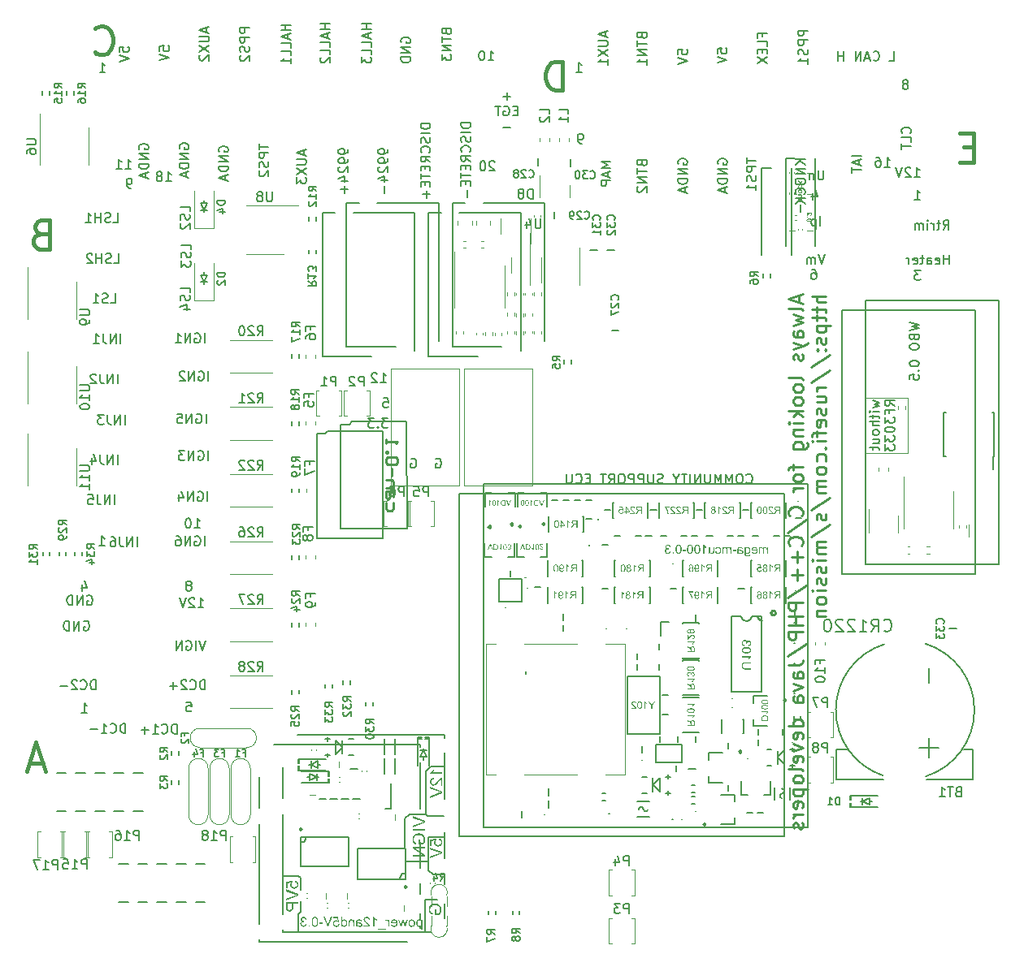
<source format=gbo>
G75*
G70*
%OFA0B0*%
%FSLAX25Y25*%
%IPPOS*%
%LPD*%
%AMOC8*
5,1,8,0,0,1.08239X$1,22.5*
%
%ADD10C,0.00787*%
%ADD101C,0.00394*%
%ADD133C,0.01000*%
%ADD232C,0.00300*%
%ADD80C,0.00591*%
%ADD81C,0.00472*%
%ADD85C,0.01772*%
%ADD86C,0.00669*%
%ADD87C,0.00984*%
%ADD88C,0.00500*%
%ADD90C,0.00800*%
%ADD93C,0.00390*%
X0000000Y0000000D02*
%LPD*%
G01*
D80*
X0155718Y0380362D02*
X0155530Y0380737D01*
X0155530Y0380737D02*
X0155530Y0381299D01*
X0155530Y0381299D02*
X0155718Y0381862D01*
X0155718Y0381862D02*
X0156093Y0382237D01*
X0156093Y0382237D02*
X0156468Y0382424D01*
X0156468Y0382424D02*
X0157218Y0382612D01*
X0157218Y0382612D02*
X0157780Y0382612D01*
X0157780Y0382612D02*
X0158530Y0382424D01*
X0158530Y0382424D02*
X0158905Y0382237D01*
X0158905Y0382237D02*
X0159280Y0381862D01*
X0159280Y0381862D02*
X0159467Y0381299D01*
X0159467Y0381299D02*
X0159467Y0380924D01*
X0159467Y0380924D02*
X0159280Y0380362D01*
X0159280Y0380362D02*
X0159092Y0380174D01*
X0159092Y0380174D02*
X0157780Y0380174D01*
X0157780Y0380174D02*
X0157780Y0380924D01*
X0159467Y0378487D02*
X0155530Y0378487D01*
X0155530Y0378487D02*
X0159467Y0376237D01*
X0159467Y0376237D02*
X0155530Y0376237D01*
X0159467Y0374363D02*
X0155530Y0374363D01*
X0155530Y0374363D02*
X0155530Y0373425D01*
X0155530Y0373425D02*
X0155718Y0372863D01*
X0155718Y0372863D02*
X0156093Y0372488D01*
X0156093Y0372488D02*
X0156468Y0372300D01*
X0156468Y0372300D02*
X0157218Y0372113D01*
X0157218Y0372113D02*
X0157780Y0372113D01*
X0157780Y0372113D02*
X0158530Y0372300D01*
X0158530Y0372300D02*
X0158905Y0372488D01*
X0158905Y0372488D02*
X0159280Y0372863D01*
X0159280Y0372863D02*
X0159467Y0373425D01*
X0159467Y0373425D02*
X0159467Y0374363D01*
X0025440Y0142707D02*
X0025815Y0142894D01*
X0025815Y0142894D02*
X0026377Y0142894D01*
X0026377Y0142894D02*
X0026940Y0142707D01*
X0026940Y0142707D02*
X0027315Y0142332D01*
X0027315Y0142332D02*
X0027502Y0141957D01*
X0027502Y0141957D02*
X0027690Y0141207D01*
X0027690Y0141207D02*
X0027690Y0140645D01*
X0027690Y0140645D02*
X0027502Y0139895D01*
X0027502Y0139895D02*
X0027315Y0139520D01*
X0027315Y0139520D02*
X0026940Y0139145D01*
X0026940Y0139145D02*
X0026377Y0138957D01*
X0026377Y0138957D02*
X0026003Y0138957D01*
X0026003Y0138957D02*
X0025440Y0139145D01*
X0025440Y0139145D02*
X0025253Y0139332D01*
X0025253Y0139332D02*
X0025253Y0140645D01*
X0025253Y0140645D02*
X0026003Y0140645D01*
X0023565Y0138957D02*
X0023565Y0142894D01*
X0023565Y0142894D02*
X0021316Y0138957D01*
X0021316Y0138957D02*
X0021316Y0142894D01*
X0019441Y0138957D02*
X0019441Y0142894D01*
X0019441Y0142894D02*
X0018503Y0142894D01*
X0018503Y0142894D02*
X0017941Y0142707D01*
X0017941Y0142707D02*
X0017566Y0142332D01*
X0017566Y0142332D02*
X0017379Y0141957D01*
X0017379Y0141957D02*
X0017191Y0141207D01*
X0017191Y0141207D02*
X0017191Y0140645D01*
X0017191Y0140645D02*
X0017379Y0139895D01*
X0017379Y0139895D02*
X0017566Y0139520D01*
X0017566Y0139520D02*
X0017941Y0139145D01*
X0017941Y0139145D02*
X0018503Y0138957D01*
X0018503Y0138957D02*
X0019441Y0138957D01*
X0059017Y0323406D02*
X0061267Y0323406D01*
X0060142Y0323406D02*
X0060142Y0327343D01*
X0060142Y0327343D02*
X0060517Y0326781D01*
X0060517Y0326781D02*
X0060892Y0326406D01*
X0060892Y0326406D02*
X0061267Y0326218D01*
X0056767Y0325656D02*
X0057142Y0325843D01*
X0057142Y0325843D02*
X0057330Y0326031D01*
X0057330Y0326031D02*
X0057517Y0326406D01*
X0057517Y0326406D02*
X0057517Y0326593D01*
X0057517Y0326593D02*
X0057330Y0326968D01*
X0057330Y0326968D02*
X0057142Y0327156D01*
X0057142Y0327156D02*
X0056767Y0327343D01*
X0056767Y0327343D02*
X0056018Y0327343D01*
X0056018Y0327343D02*
X0055643Y0327156D01*
X0055643Y0327156D02*
X0055455Y0326968D01*
X0055455Y0326968D02*
X0055268Y0326593D01*
X0055268Y0326593D02*
X0055268Y0326406D01*
X0055268Y0326406D02*
X0055455Y0326031D01*
X0055455Y0326031D02*
X0055643Y0325843D01*
X0055643Y0325843D02*
X0056018Y0325656D01*
X0056018Y0325656D02*
X0056767Y0325656D01*
X0056767Y0325656D02*
X0057142Y0325468D01*
X0057142Y0325468D02*
X0057330Y0325281D01*
X0057330Y0325281D02*
X0057517Y0324906D01*
X0057517Y0324906D02*
X0057517Y0324156D01*
X0057517Y0324156D02*
X0057330Y0323781D01*
X0057330Y0323781D02*
X0057142Y0323594D01*
X0057142Y0323594D02*
X0056767Y0323406D01*
X0056767Y0323406D02*
X0056018Y0323406D01*
X0056018Y0323406D02*
X0055643Y0323594D01*
X0055643Y0323594D02*
X0055455Y0323781D01*
X0055455Y0323781D02*
X0055268Y0324156D01*
X0055268Y0324156D02*
X0055268Y0324906D01*
X0055268Y0324906D02*
X0055455Y0325281D01*
X0055455Y0325281D02*
X0055643Y0325468D01*
X0055643Y0325468D02*
X0056018Y0325656D01*
X0143326Y0387992D02*
X0139389Y0387992D01*
X0141263Y0387992D02*
X0141263Y0385742D01*
X0143326Y0385742D02*
X0139389Y0385742D01*
X0142201Y0384055D02*
X0142201Y0382180D01*
X0143326Y0384430D02*
X0139389Y0383118D01*
X0139389Y0383118D02*
X0143326Y0381805D01*
X0143326Y0378618D02*
X0143326Y0380493D01*
X0143326Y0380493D02*
X0139389Y0380493D01*
X0143326Y0375431D02*
X0143326Y0377306D01*
X0143326Y0377306D02*
X0139389Y0377306D01*
X0139389Y0374494D02*
X0139389Y0372057D01*
X0139389Y0372057D02*
X0140888Y0373369D01*
X0140888Y0373369D02*
X0140888Y0372807D01*
X0140888Y0372807D02*
X0141076Y0372432D01*
X0141076Y0372432D02*
X0141263Y0372244D01*
X0141263Y0372244D02*
X0141638Y0372057D01*
X0141638Y0372057D02*
X0142576Y0372057D01*
X0142576Y0372057D02*
X0142951Y0372244D01*
X0142951Y0372244D02*
X0143138Y0372432D01*
X0143138Y0372432D02*
X0143326Y0372807D01*
X0143326Y0372807D02*
X0143326Y0373931D01*
X0143326Y0373931D02*
X0143138Y0374306D01*
X0143138Y0374306D02*
X0142951Y0374494D01*
X0067566Y0109627D02*
X0069441Y0109627D01*
X0069441Y0109627D02*
X0069628Y0107752D01*
X0069628Y0107752D02*
X0069441Y0107939D01*
X0069441Y0107939D02*
X0069066Y0108127D01*
X0069066Y0108127D02*
X0068129Y0108127D01*
X0068129Y0108127D02*
X0067754Y0107939D01*
X0067754Y0107939D02*
X0067566Y0107752D01*
X0067566Y0107752D02*
X0067379Y0107377D01*
X0067379Y0107377D02*
X0067379Y0106440D01*
X0067379Y0106440D02*
X0067566Y0106065D01*
X0067566Y0106065D02*
X0067754Y0105877D01*
X0067754Y0105877D02*
X0068129Y0105690D01*
X0068129Y0105690D02*
X0069066Y0105690D01*
X0069066Y0105690D02*
X0069441Y0105877D01*
X0069441Y0105877D02*
X0069628Y0106065D01*
X0075224Y0114745D02*
X0075224Y0118682D01*
X0075224Y0118682D02*
X0074287Y0118682D01*
X0074287Y0118682D02*
X0073725Y0118494D01*
X0073725Y0118494D02*
X0073350Y0118119D01*
X0073350Y0118119D02*
X0073162Y0117744D01*
X0073162Y0117744D02*
X0072975Y0116995D01*
X0072975Y0116995D02*
X0072975Y0116432D01*
X0072975Y0116432D02*
X0073162Y0115682D01*
X0073162Y0115682D02*
X0073350Y0115307D01*
X0073350Y0115307D02*
X0073725Y0114932D01*
X0073725Y0114932D02*
X0074287Y0114745D01*
X0074287Y0114745D02*
X0075224Y0114745D01*
X0069038Y0115120D02*
X0069225Y0114932D01*
X0069225Y0114932D02*
X0069788Y0114745D01*
X0069788Y0114745D02*
X0070163Y0114745D01*
X0070163Y0114745D02*
X0070725Y0114932D01*
X0070725Y0114932D02*
X0071100Y0115307D01*
X0071100Y0115307D02*
X0071287Y0115682D01*
X0071287Y0115682D02*
X0071475Y0116432D01*
X0071475Y0116432D02*
X0071475Y0116995D01*
X0071475Y0116995D02*
X0071287Y0117744D01*
X0071287Y0117744D02*
X0071100Y0118119D01*
X0071100Y0118119D02*
X0070725Y0118494D01*
X0070725Y0118494D02*
X0070163Y0118682D01*
X0070163Y0118682D02*
X0069788Y0118682D01*
X0069788Y0118682D02*
X0069225Y0118494D01*
X0069225Y0118494D02*
X0069038Y0118307D01*
X0067538Y0118307D02*
X0067350Y0118494D01*
X0067350Y0118494D02*
X0066976Y0118682D01*
X0066976Y0118682D02*
X0066038Y0118682D01*
X0066038Y0118682D02*
X0065663Y0118494D01*
X0065663Y0118494D02*
X0065476Y0118307D01*
X0065476Y0118307D02*
X0065288Y0117932D01*
X0065288Y0117932D02*
X0065288Y0117557D01*
X0065288Y0117557D02*
X0065476Y0116995D01*
X0065476Y0116995D02*
X0067725Y0114745D01*
X0067725Y0114745D02*
X0065288Y0114745D01*
X0063601Y0116245D02*
X0060601Y0116245D01*
X0062101Y0114745D02*
X0062101Y0117744D01*
X0039295Y0240335D02*
X0039295Y0244272D01*
X0037420Y0240335D02*
X0037420Y0244272D01*
X0037420Y0244272D02*
X0035170Y0240335D01*
X0035170Y0240335D02*
X0035170Y0244272D01*
X0032170Y0244272D02*
X0032170Y0241460D01*
X0032170Y0241460D02*
X0032358Y0240898D01*
X0032358Y0240898D02*
X0032733Y0240523D01*
X0032733Y0240523D02*
X0033295Y0240335D01*
X0033295Y0240335D02*
X0033670Y0240335D01*
X0030483Y0243897D02*
X0030296Y0244085D01*
X0030296Y0244085D02*
X0029921Y0244272D01*
X0029921Y0244272D02*
X0028983Y0244272D01*
X0028983Y0244272D02*
X0028608Y0244085D01*
X0028608Y0244085D02*
X0028421Y0243897D01*
X0028421Y0243897D02*
X0028233Y0243522D01*
X0028233Y0243522D02*
X0028233Y0243148D01*
X0028233Y0243148D02*
X0028421Y0242585D01*
X0028421Y0242585D02*
X0030671Y0240335D01*
X0030671Y0240335D02*
X0028233Y0240335D01*
X0167538Y0347090D02*
X0163601Y0347090D01*
X0163601Y0347090D02*
X0163601Y0346153D01*
X0163601Y0346153D02*
X0163789Y0345591D01*
X0163789Y0345591D02*
X0164164Y0345216D01*
X0164164Y0345216D02*
X0164539Y0345028D01*
X0164539Y0345028D02*
X0165288Y0344841D01*
X0165288Y0344841D02*
X0165851Y0344841D01*
X0165851Y0344841D02*
X0166601Y0345028D01*
X0166601Y0345028D02*
X0166976Y0345216D01*
X0166976Y0345216D02*
X0167351Y0345591D01*
X0167351Y0345591D02*
X0167538Y0346153D01*
X0167538Y0346153D02*
X0167538Y0347090D01*
X0167538Y0343153D02*
X0163601Y0343153D01*
X0167351Y0341466D02*
X0167538Y0340904D01*
X0167538Y0340904D02*
X0167538Y0339966D01*
X0167538Y0339966D02*
X0167351Y0339591D01*
X0167351Y0339591D02*
X0167163Y0339404D01*
X0167163Y0339404D02*
X0166788Y0339216D01*
X0166788Y0339216D02*
X0166413Y0339216D01*
X0166413Y0339216D02*
X0166038Y0339404D01*
X0166038Y0339404D02*
X0165851Y0339591D01*
X0165851Y0339591D02*
X0165663Y0339966D01*
X0165663Y0339966D02*
X0165476Y0340716D01*
X0165476Y0340716D02*
X0165288Y0341091D01*
X0165288Y0341091D02*
X0165101Y0341279D01*
X0165101Y0341279D02*
X0164726Y0341466D01*
X0164726Y0341466D02*
X0164351Y0341466D01*
X0164351Y0341466D02*
X0163976Y0341279D01*
X0163976Y0341279D02*
X0163789Y0341091D01*
X0163789Y0341091D02*
X0163601Y0340716D01*
X0163601Y0340716D02*
X0163601Y0339779D01*
X0163601Y0339779D02*
X0163789Y0339216D01*
X0167163Y0335279D02*
X0167351Y0335467D01*
X0167351Y0335467D02*
X0167538Y0336029D01*
X0167538Y0336029D02*
X0167538Y0336404D01*
X0167538Y0336404D02*
X0167351Y0336967D01*
X0167351Y0336967D02*
X0166976Y0337342D01*
X0166976Y0337342D02*
X0166601Y0337529D01*
X0166601Y0337529D02*
X0165851Y0337717D01*
X0165851Y0337717D02*
X0165288Y0337717D01*
X0165288Y0337717D02*
X0164539Y0337529D01*
X0164539Y0337529D02*
X0164164Y0337342D01*
X0164164Y0337342D02*
X0163789Y0336967D01*
X0163789Y0336967D02*
X0163601Y0336404D01*
X0163601Y0336404D02*
X0163601Y0336029D01*
X0163601Y0336029D02*
X0163789Y0335467D01*
X0163789Y0335467D02*
X0163976Y0335279D01*
X0167538Y0331342D02*
X0165663Y0332655D01*
X0167538Y0333592D02*
X0163601Y0333592D01*
X0163601Y0333592D02*
X0163601Y0332092D01*
X0163601Y0332092D02*
X0163789Y0331717D01*
X0163789Y0331717D02*
X0163976Y0331530D01*
X0163976Y0331530D02*
X0164351Y0331342D01*
X0164351Y0331342D02*
X0164914Y0331342D01*
X0164914Y0331342D02*
X0165288Y0331530D01*
X0165288Y0331530D02*
X0165476Y0331717D01*
X0165476Y0331717D02*
X0165663Y0332092D01*
X0165663Y0332092D02*
X0165663Y0333592D01*
X0165476Y0329655D02*
X0165476Y0328343D01*
X0167538Y0327780D02*
X0167538Y0329655D01*
X0167538Y0329655D02*
X0163601Y0329655D01*
X0163601Y0329655D02*
X0163601Y0327780D01*
X0163601Y0326655D02*
X0163601Y0324406D01*
X0167538Y0325531D02*
X0163601Y0325531D01*
X0165476Y0323093D02*
X0165476Y0321781D01*
X0167538Y0321219D02*
X0167538Y0323093D01*
X0167538Y0323093D02*
X0163601Y0323093D01*
X0163601Y0323093D02*
X0163601Y0321219D01*
X0166038Y0319531D02*
X0166038Y0316532D01*
X0167538Y0318032D02*
X0164539Y0318032D01*
X0324053Y0287186D02*
X0324803Y0287186D01*
X0324803Y0287186D02*
X0325178Y0286998D01*
X0325178Y0286998D02*
X0325365Y0286811D01*
X0325365Y0286811D02*
X0325740Y0286248D01*
X0325740Y0286248D02*
X0325928Y0285498D01*
X0325928Y0285498D02*
X0325928Y0283999D01*
X0325928Y0283999D02*
X0325740Y0283624D01*
X0325740Y0283624D02*
X0325553Y0283436D01*
X0325553Y0283436D02*
X0325178Y0283249D01*
X0325178Y0283249D02*
X0324428Y0283249D01*
X0324428Y0283249D02*
X0324053Y0283436D01*
X0324053Y0283436D02*
X0323865Y0283624D01*
X0323865Y0283624D02*
X0323678Y0283999D01*
X0323678Y0283999D02*
X0323678Y0284936D01*
X0323678Y0284936D02*
X0323865Y0285311D01*
X0323865Y0285311D02*
X0324053Y0285498D01*
X0324053Y0285498D02*
X0324428Y0285686D01*
X0324428Y0285686D02*
X0325178Y0285686D01*
X0325178Y0285686D02*
X0325553Y0285498D01*
X0325553Y0285498D02*
X0325740Y0285311D01*
X0325740Y0285311D02*
X0325928Y0284936D01*
X0039979Y0376537D02*
X0039979Y0378412D01*
X0039979Y0378412D02*
X0041854Y0378600D01*
X0041854Y0378600D02*
X0041666Y0378412D01*
X0041666Y0378412D02*
X0041479Y0378037D01*
X0041479Y0378037D02*
X0041479Y0377100D01*
X0041479Y0377100D02*
X0041666Y0376725D01*
X0041666Y0376725D02*
X0041854Y0376537D01*
X0041854Y0376537D02*
X0042229Y0376350D01*
X0042229Y0376350D02*
X0043166Y0376350D01*
X0043166Y0376350D02*
X0043541Y0376537D01*
X0043541Y0376537D02*
X0043729Y0376725D01*
X0043729Y0376725D02*
X0043916Y0377100D01*
X0043916Y0377100D02*
X0043916Y0378037D01*
X0043916Y0378037D02*
X0043729Y0378412D01*
X0043729Y0378412D02*
X0043541Y0378600D01*
X0039979Y0375225D02*
X0043916Y0373913D01*
X0043916Y0373913D02*
X0039979Y0372600D01*
X0150187Y0226162D02*
X0147750Y0226162D01*
X0147750Y0226162D02*
X0149062Y0224662D01*
X0149062Y0224662D02*
X0148500Y0224662D01*
X0148500Y0224662D02*
X0148125Y0224475D01*
X0148125Y0224475D02*
X0147937Y0224287D01*
X0147937Y0224287D02*
X0147750Y0223912D01*
X0147750Y0223912D02*
X0147750Y0222975D01*
X0147750Y0222975D02*
X0147937Y0222600D01*
X0147937Y0222600D02*
X0148125Y0222413D01*
X0148125Y0222413D02*
X0148500Y0222225D01*
X0148500Y0222225D02*
X0149625Y0222225D01*
X0149625Y0222225D02*
X0150000Y0222413D01*
X0150000Y0222413D02*
X0150187Y0222600D01*
X0146063Y0222600D02*
X0145875Y0222413D01*
X0145875Y0222413D02*
X0146063Y0222225D01*
X0146063Y0222225D02*
X0146250Y0222413D01*
X0146250Y0222413D02*
X0146063Y0222600D01*
X0146063Y0222600D02*
X0146063Y0222225D01*
X0144563Y0226162D02*
X0142126Y0226162D01*
X0142126Y0226162D02*
X0143438Y0224662D01*
X0143438Y0224662D02*
X0142875Y0224662D01*
X0142875Y0224662D02*
X0142500Y0224475D01*
X0142500Y0224475D02*
X0142313Y0224287D01*
X0142313Y0224287D02*
X0142126Y0223912D01*
X0142126Y0223912D02*
X0142126Y0222975D01*
X0142126Y0222975D02*
X0142313Y0222600D01*
X0142313Y0222600D02*
X0142500Y0222413D01*
X0142500Y0222413D02*
X0142875Y0222225D01*
X0142875Y0222225D02*
X0144000Y0222225D01*
X0144000Y0222225D02*
X0144375Y0222413D01*
X0144375Y0222413D02*
X0144563Y0222600D01*
X0070871Y0181105D02*
X0073120Y0181105D01*
X0071995Y0181105D02*
X0071995Y0185042D01*
X0071995Y0185042D02*
X0072370Y0184479D01*
X0072370Y0184479D02*
X0072745Y0184104D01*
X0072745Y0184104D02*
X0073120Y0183917D01*
X0068433Y0185042D02*
X0068058Y0185042D01*
X0068058Y0185042D02*
X0067683Y0184854D01*
X0067683Y0184854D02*
X0067496Y0184667D01*
X0067496Y0184667D02*
X0067308Y0184292D01*
X0067308Y0184292D02*
X0067121Y0183542D01*
X0067121Y0183542D02*
X0067121Y0182604D01*
X0067121Y0182604D02*
X0067308Y0181854D01*
X0067308Y0181854D02*
X0067496Y0181480D01*
X0067496Y0181480D02*
X0067683Y0181292D01*
X0067683Y0181292D02*
X0068058Y0181105D01*
X0068058Y0181105D02*
X0068433Y0181105D01*
X0068433Y0181105D02*
X0068808Y0181292D01*
X0068808Y0181292D02*
X0068996Y0181480D01*
X0068996Y0181480D02*
X0069183Y0181854D01*
X0069183Y0181854D02*
X0069371Y0182604D01*
X0069371Y0182604D02*
X0069371Y0183542D01*
X0069371Y0183542D02*
X0069183Y0184292D01*
X0069183Y0184292D02*
X0068996Y0184667D01*
X0068996Y0184667D02*
X0068808Y0184854D01*
X0068808Y0184854D02*
X0068433Y0185042D01*
X0026818Y0153140D02*
X0027193Y0153327D01*
X0027193Y0153327D02*
X0027755Y0153327D01*
X0027755Y0153327D02*
X0028318Y0153140D01*
X0028318Y0153140D02*
X0028693Y0152765D01*
X0028693Y0152765D02*
X0028880Y0152390D01*
X0028880Y0152390D02*
X0029068Y0151640D01*
X0029068Y0151640D02*
X0029068Y0151078D01*
X0029068Y0151078D02*
X0028880Y0150328D01*
X0028880Y0150328D02*
X0028693Y0149953D01*
X0028693Y0149953D02*
X0028318Y0149578D01*
X0028318Y0149578D02*
X0027755Y0149390D01*
X0027755Y0149390D02*
X0027380Y0149390D01*
X0027380Y0149390D02*
X0026818Y0149578D01*
X0026818Y0149578D02*
X0026631Y0149765D01*
X0026631Y0149765D02*
X0026631Y0151078D01*
X0026631Y0151078D02*
X0027380Y0151078D01*
X0024943Y0149390D02*
X0024943Y0153327D01*
X0024943Y0153327D02*
X0022694Y0149390D01*
X0022694Y0149390D02*
X0022694Y0153327D01*
X0020819Y0149390D02*
X0020819Y0153327D01*
X0020819Y0153327D02*
X0019881Y0153327D01*
X0019881Y0153327D02*
X0019319Y0153140D01*
X0019319Y0153140D02*
X0018944Y0152765D01*
X0018944Y0152765D02*
X0018757Y0152390D01*
X0018757Y0152390D02*
X0018569Y0151640D01*
X0018569Y0151640D02*
X0018569Y0151078D01*
X0018569Y0151078D02*
X0018757Y0150328D01*
X0018757Y0150328D02*
X0018944Y0149953D01*
X0018944Y0149953D02*
X0019319Y0149578D01*
X0019319Y0149578D02*
X0019881Y0149390D01*
X0019881Y0149390D02*
X0020819Y0149390D01*
X0068916Y0277728D02*
X0068916Y0279603D01*
X0068916Y0279603D02*
X0064979Y0279603D01*
X0068729Y0276603D02*
X0068916Y0276041D01*
X0068916Y0276041D02*
X0068916Y0275103D01*
X0068916Y0275103D02*
X0068729Y0274728D01*
X0068729Y0274728D02*
X0068541Y0274541D01*
X0068541Y0274541D02*
X0068166Y0274353D01*
X0068166Y0274353D02*
X0067791Y0274353D01*
X0067791Y0274353D02*
X0067416Y0274541D01*
X0067416Y0274541D02*
X0067229Y0274728D01*
X0067229Y0274728D02*
X0067041Y0275103D01*
X0067041Y0275103D02*
X0066854Y0275853D01*
X0066854Y0275853D02*
X0066666Y0276228D01*
X0066666Y0276228D02*
X0066479Y0276415D01*
X0066479Y0276415D02*
X0066104Y0276603D01*
X0066104Y0276603D02*
X0065729Y0276603D01*
X0065729Y0276603D02*
X0065354Y0276415D01*
X0065354Y0276415D02*
X0065167Y0276228D01*
X0065167Y0276228D02*
X0064979Y0275853D01*
X0064979Y0275853D02*
X0064979Y0274916D01*
X0064979Y0274916D02*
X0065167Y0274353D01*
X0066291Y0270979D02*
X0068916Y0270979D01*
X0064792Y0271916D02*
X0067604Y0272853D01*
X0067604Y0272853D02*
X0067604Y0270416D01*
X0254255Y0383108D02*
X0254443Y0382546D01*
X0254443Y0382546D02*
X0254630Y0382358D01*
X0254630Y0382358D02*
X0255005Y0382171D01*
X0255005Y0382171D02*
X0255568Y0382171D01*
X0255568Y0382171D02*
X0255943Y0382358D01*
X0255943Y0382358D02*
X0256130Y0382546D01*
X0256130Y0382546D02*
X0256318Y0382921D01*
X0256318Y0382921D02*
X0256318Y0384421D01*
X0256318Y0384421D02*
X0252381Y0384421D01*
X0252381Y0384421D02*
X0252381Y0383108D01*
X0252381Y0383108D02*
X0252568Y0382733D01*
X0252568Y0382733D02*
X0252756Y0382546D01*
X0252756Y0382546D02*
X0253131Y0382358D01*
X0253131Y0382358D02*
X0253506Y0382358D01*
X0253506Y0382358D02*
X0253881Y0382546D01*
X0253881Y0382546D02*
X0254068Y0382733D01*
X0254068Y0382733D02*
X0254255Y0383108D01*
X0254255Y0383108D02*
X0254255Y0384421D01*
X0252381Y0381046D02*
X0252381Y0378796D01*
X0256318Y0379921D02*
X0252381Y0379921D01*
X0256318Y0377484D02*
X0252381Y0377484D01*
X0252381Y0377484D02*
X0256318Y0375234D01*
X0256318Y0375234D02*
X0252381Y0375234D01*
X0256318Y0371297D02*
X0256318Y0373547D01*
X0256318Y0372422D02*
X0252381Y0372422D01*
X0252381Y0372422D02*
X0252943Y0372797D01*
X0252943Y0372797D02*
X0253318Y0373172D01*
X0253318Y0373172D02*
X0253506Y0373547D01*
X0044844Y0320650D02*
X0044094Y0320650D01*
X0044094Y0320650D02*
X0043719Y0320838D01*
X0043719Y0320838D02*
X0043532Y0321025D01*
X0043532Y0321025D02*
X0043157Y0321588D01*
X0043157Y0321588D02*
X0042969Y0322338D01*
X0042969Y0322338D02*
X0042969Y0323837D01*
X0042969Y0323837D02*
X0043157Y0324212D01*
X0043157Y0324212D02*
X0043344Y0324400D01*
X0043344Y0324400D02*
X0043719Y0324587D01*
X0043719Y0324587D02*
X0044469Y0324587D01*
X0044469Y0324587D02*
X0044844Y0324400D01*
X0044844Y0324400D02*
X0045031Y0324212D01*
X0045031Y0324212D02*
X0045219Y0323837D01*
X0045219Y0323837D02*
X0045219Y0322900D01*
X0045219Y0322900D02*
X0045031Y0322525D01*
X0045031Y0322525D02*
X0044844Y0322338D01*
X0044844Y0322338D02*
X0044469Y0322150D01*
X0044469Y0322150D02*
X0043719Y0322150D01*
X0043719Y0322150D02*
X0043344Y0322338D01*
X0043344Y0322338D02*
X0043157Y0322525D01*
X0043157Y0322525D02*
X0042969Y0322900D01*
X0150176Y0336410D02*
X0150176Y0335660D01*
X0150176Y0335660D02*
X0149988Y0335285D01*
X0149988Y0335285D02*
X0149801Y0335097D01*
X0149801Y0335097D02*
X0149239Y0334723D01*
X0149239Y0334723D02*
X0148489Y0334535D01*
X0148489Y0334535D02*
X0146989Y0334535D01*
X0146989Y0334535D02*
X0146614Y0334723D01*
X0146614Y0334723D02*
X0146426Y0334910D01*
X0146426Y0334910D02*
X0146239Y0335285D01*
X0146239Y0335285D02*
X0146239Y0336035D01*
X0146239Y0336035D02*
X0146426Y0336410D01*
X0146426Y0336410D02*
X0146614Y0336597D01*
X0146614Y0336597D02*
X0146989Y0336785D01*
X0146989Y0336785D02*
X0147926Y0336785D01*
X0147926Y0336785D02*
X0148301Y0336597D01*
X0148301Y0336597D02*
X0148489Y0336410D01*
X0148489Y0336410D02*
X0148676Y0336035D01*
X0148676Y0336035D02*
X0148676Y0335285D01*
X0148676Y0335285D02*
X0148489Y0334910D01*
X0148489Y0334910D02*
X0148301Y0334723D01*
X0148301Y0334723D02*
X0147926Y0334535D01*
X0150176Y0332660D02*
X0150176Y0331910D01*
X0150176Y0331910D02*
X0149988Y0331535D01*
X0149988Y0331535D02*
X0149801Y0331348D01*
X0149801Y0331348D02*
X0149239Y0330973D01*
X0149239Y0330973D02*
X0148489Y0330786D01*
X0148489Y0330786D02*
X0146989Y0330786D01*
X0146989Y0330786D02*
X0146614Y0330973D01*
X0146614Y0330973D02*
X0146426Y0331160D01*
X0146426Y0331160D02*
X0146239Y0331535D01*
X0146239Y0331535D02*
X0146239Y0332285D01*
X0146239Y0332285D02*
X0146426Y0332660D01*
X0146426Y0332660D02*
X0146614Y0332848D01*
X0146614Y0332848D02*
X0146989Y0333035D01*
X0146989Y0333035D02*
X0147926Y0333035D01*
X0147926Y0333035D02*
X0148301Y0332848D01*
X0148301Y0332848D02*
X0148489Y0332660D01*
X0148489Y0332660D02*
X0148676Y0332285D01*
X0148676Y0332285D02*
X0148676Y0331535D01*
X0148676Y0331535D02*
X0148489Y0331160D01*
X0148489Y0331160D02*
X0148301Y0330973D01*
X0148301Y0330973D02*
X0147926Y0330786D01*
X0146614Y0329286D02*
X0146426Y0329098D01*
X0146426Y0329098D02*
X0146239Y0328723D01*
X0146239Y0328723D02*
X0146239Y0327786D01*
X0146239Y0327786D02*
X0146426Y0327411D01*
X0146426Y0327411D02*
X0146614Y0327223D01*
X0146614Y0327223D02*
X0146989Y0327036D01*
X0146989Y0327036D02*
X0147364Y0327036D01*
X0147364Y0327036D02*
X0147926Y0327223D01*
X0147926Y0327223D02*
X0150176Y0329473D01*
X0150176Y0329473D02*
X0150176Y0327036D01*
X0147551Y0323661D02*
X0150176Y0323661D01*
X0146051Y0324599D02*
X0148864Y0325536D01*
X0148864Y0325536D02*
X0148864Y0323099D01*
X0148676Y0321599D02*
X0148676Y0318600D01*
X0042482Y0328524D02*
X0044731Y0328524D01*
X0043607Y0328524D02*
X0043607Y0332461D01*
X0043607Y0332461D02*
X0043982Y0331899D01*
X0043982Y0331899D02*
X0044356Y0331524D01*
X0044356Y0331524D02*
X0044731Y0331336D01*
X0038732Y0328524D02*
X0040982Y0328524D01*
X0039857Y0328524D02*
X0039857Y0332461D01*
X0039857Y0332461D02*
X0040232Y0331899D01*
X0040232Y0331899D02*
X0040607Y0331524D01*
X0040607Y0331524D02*
X0040982Y0331336D01*
X0110255Y0387598D02*
X0106318Y0387598D01*
X0108192Y0387598D02*
X0108192Y0385349D01*
X0110255Y0385349D02*
X0106318Y0385349D01*
X0109130Y0383661D02*
X0109130Y0381787D01*
X0110255Y0384036D02*
X0106318Y0382724D01*
X0106318Y0382724D02*
X0110255Y0381412D01*
X0110255Y0378225D02*
X0110255Y0380099D01*
X0110255Y0380099D02*
X0106318Y0380099D01*
X0110255Y0375038D02*
X0110255Y0376912D01*
X0110255Y0376912D02*
X0106318Y0376912D01*
X0110255Y0371663D02*
X0110255Y0373913D01*
X0110255Y0372788D02*
X0106318Y0372788D01*
X0106318Y0372788D02*
X0106880Y0373163D01*
X0106880Y0373163D02*
X0107255Y0373538D01*
X0107255Y0373538D02*
X0107443Y0373913D01*
X0024840Y0157921D02*
X0024840Y0155296D01*
X0025778Y0159420D02*
X0026715Y0156608D01*
X0026715Y0156608D02*
X0024278Y0156608D01*
D85*
X0007620Y0301799D02*
X0005933Y0301237D01*
X0005933Y0301237D02*
X0005371Y0300674D01*
X0005371Y0300674D02*
X0004808Y0299549D01*
X0004808Y0299549D02*
X0004808Y0297862D01*
X0004808Y0297862D02*
X0005371Y0296737D01*
X0005371Y0296737D02*
X0005933Y0296175D01*
X0005933Y0296175D02*
X0007058Y0295612D01*
X0007058Y0295612D02*
X0011557Y0295612D01*
X0011557Y0295612D02*
X0011557Y0307423D01*
X0011557Y0307423D02*
X0007620Y0307423D01*
X0007620Y0307423D02*
X0006496Y0306861D01*
X0006496Y0306861D02*
X0005933Y0306299D01*
X0005933Y0306299D02*
X0005371Y0305174D01*
X0005371Y0305174D02*
X0005371Y0304049D01*
X0005371Y0304049D02*
X0005933Y0302924D01*
X0005933Y0302924D02*
X0006496Y0302362D01*
X0006496Y0302362D02*
X0007620Y0301799D01*
X0007620Y0301799D02*
X0011557Y0301799D01*
D80*
X0380474Y0289351D02*
X0380474Y0293288D01*
X0380474Y0291413D02*
X0378224Y0291413D01*
X0378224Y0289351D02*
X0378224Y0293288D01*
X0374850Y0289539D02*
X0375224Y0289351D01*
X0375224Y0289351D02*
X0375974Y0289351D01*
X0375974Y0289351D02*
X0376349Y0289539D01*
X0376349Y0289539D02*
X0376537Y0289914D01*
X0376537Y0289914D02*
X0376537Y0291413D01*
X0376537Y0291413D02*
X0376349Y0291788D01*
X0376349Y0291788D02*
X0375974Y0291976D01*
X0375974Y0291976D02*
X0375224Y0291976D01*
X0375224Y0291976D02*
X0374850Y0291788D01*
X0374850Y0291788D02*
X0374662Y0291413D01*
X0374662Y0291413D02*
X0374662Y0291038D01*
X0374662Y0291038D02*
X0376537Y0290663D01*
X0371287Y0289351D02*
X0371287Y0291413D01*
X0371287Y0291413D02*
X0371475Y0291788D01*
X0371475Y0291788D02*
X0371850Y0291976D01*
X0371850Y0291976D02*
X0372600Y0291976D01*
X0372600Y0291976D02*
X0372975Y0291788D01*
X0371287Y0289539D02*
X0371662Y0289351D01*
X0371662Y0289351D02*
X0372600Y0289351D01*
X0372600Y0289351D02*
X0372975Y0289539D01*
X0372975Y0289539D02*
X0373162Y0289914D01*
X0373162Y0289914D02*
X0373162Y0290289D01*
X0373162Y0290289D02*
X0372975Y0290663D01*
X0372975Y0290663D02*
X0372600Y0290851D01*
X0372600Y0290851D02*
X0371662Y0290851D01*
X0371662Y0290851D02*
X0371287Y0291038D01*
X0369975Y0291976D02*
X0368475Y0291976D01*
X0369413Y0293288D02*
X0369413Y0289914D01*
X0369413Y0289914D02*
X0369225Y0289539D01*
X0369225Y0289539D02*
X0368850Y0289351D01*
X0368850Y0289351D02*
X0368475Y0289351D01*
X0365663Y0289539D02*
X0366038Y0289351D01*
X0366038Y0289351D02*
X0366788Y0289351D01*
X0366788Y0289351D02*
X0367163Y0289539D01*
X0367163Y0289539D02*
X0367350Y0289914D01*
X0367350Y0289914D02*
X0367350Y0291413D01*
X0367350Y0291413D02*
X0367163Y0291788D01*
X0367163Y0291788D02*
X0366788Y0291976D01*
X0366788Y0291976D02*
X0366038Y0291976D01*
X0366038Y0291976D02*
X0365663Y0291788D01*
X0365663Y0291788D02*
X0365476Y0291413D01*
X0365476Y0291413D02*
X0365476Y0291038D01*
X0365476Y0291038D02*
X0367350Y0290663D01*
X0363788Y0289351D02*
X0363788Y0291976D01*
X0363788Y0291226D02*
X0363601Y0291601D01*
X0363601Y0291601D02*
X0363413Y0291788D01*
X0363413Y0291788D02*
X0363039Y0291976D01*
X0363039Y0291976D02*
X0362664Y0291976D01*
X0368635Y0286792D02*
X0366197Y0286792D01*
X0366197Y0286792D02*
X0367510Y0285292D01*
X0367510Y0285292D02*
X0366947Y0285292D01*
X0366947Y0285292D02*
X0366572Y0285105D01*
X0366572Y0285105D02*
X0366385Y0284917D01*
X0366385Y0284917D02*
X0366197Y0284542D01*
X0366197Y0284542D02*
X0366197Y0283605D01*
X0366197Y0283605D02*
X0366385Y0283230D01*
X0366385Y0283230D02*
X0366572Y0283043D01*
X0366572Y0283043D02*
X0366947Y0282855D01*
X0366947Y0282855D02*
X0368072Y0282855D01*
X0368072Y0282855D02*
X0368447Y0283043D01*
X0368447Y0283043D02*
X0368635Y0283230D01*
X0069310Y0295444D02*
X0069310Y0297319D01*
X0069310Y0297319D02*
X0065373Y0297319D01*
X0069122Y0294319D02*
X0069310Y0293757D01*
X0069310Y0293757D02*
X0069310Y0292820D01*
X0069310Y0292820D02*
X0069122Y0292445D01*
X0069122Y0292445D02*
X0068935Y0292257D01*
X0068935Y0292257D02*
X0068560Y0292070D01*
X0068560Y0292070D02*
X0068185Y0292070D01*
X0068185Y0292070D02*
X0067810Y0292257D01*
X0067810Y0292257D02*
X0067623Y0292445D01*
X0067623Y0292445D02*
X0067435Y0292820D01*
X0067435Y0292820D02*
X0067248Y0293570D01*
X0067248Y0293570D02*
X0067060Y0293945D01*
X0067060Y0293945D02*
X0066873Y0294132D01*
X0066873Y0294132D02*
X0066498Y0294319D01*
X0066498Y0294319D02*
X0066123Y0294319D01*
X0066123Y0294319D02*
X0065748Y0294132D01*
X0065748Y0294132D02*
X0065560Y0293945D01*
X0065560Y0293945D02*
X0065373Y0293570D01*
X0065373Y0293570D02*
X0065373Y0292632D01*
X0065373Y0292632D02*
X0065560Y0292070D01*
X0065373Y0290757D02*
X0065373Y0288320D01*
X0065373Y0288320D02*
X0066873Y0289633D01*
X0066873Y0289633D02*
X0066873Y0289070D01*
X0066873Y0289070D02*
X0067060Y0288695D01*
X0067060Y0288695D02*
X0067248Y0288508D01*
X0067248Y0288508D02*
X0067623Y0288320D01*
X0067623Y0288320D02*
X0068560Y0288320D01*
X0068560Y0288320D02*
X0068935Y0288508D01*
X0068935Y0288508D02*
X0069122Y0288695D01*
X0069122Y0288695D02*
X0069310Y0289070D01*
X0069310Y0289070D02*
X0069310Y0290195D01*
X0069310Y0290195D02*
X0069122Y0290570D01*
X0069122Y0290570D02*
X0068935Y0290757D01*
X0285255Y0375947D02*
X0285255Y0377822D01*
X0285255Y0377822D02*
X0287129Y0378009D01*
X0287129Y0378009D02*
X0286942Y0377822D01*
X0286942Y0377822D02*
X0286755Y0377447D01*
X0286755Y0377447D02*
X0286755Y0376509D01*
X0286755Y0376509D02*
X0286942Y0376134D01*
X0286942Y0376134D02*
X0287129Y0375947D01*
X0287129Y0375947D02*
X0287504Y0375759D01*
X0287504Y0375759D02*
X0288442Y0375759D01*
X0288442Y0375759D02*
X0288817Y0375947D01*
X0288817Y0375947D02*
X0289004Y0376134D01*
X0289004Y0376134D02*
X0289192Y0376509D01*
X0289192Y0376509D02*
X0289192Y0377447D01*
X0289192Y0377447D02*
X0289004Y0377822D01*
X0289004Y0377822D02*
X0288817Y0378009D01*
X0285255Y0374634D02*
X0289192Y0373322D01*
X0289192Y0373322D02*
X0285255Y0372010D01*
D87*
X0318680Y0276574D02*
X0318680Y0273762D01*
X0320368Y0277137D02*
X0314462Y0275168D01*
X0314462Y0275168D02*
X0320368Y0273199D01*
X0320368Y0270387D02*
X0320086Y0270950D01*
X0320086Y0270950D02*
X0319524Y0271231D01*
X0319524Y0271231D02*
X0314462Y0271231D01*
X0316431Y0268700D02*
X0320368Y0267575D01*
X0320368Y0267575D02*
X0317555Y0266450D01*
X0317555Y0266450D02*
X0320368Y0265325D01*
X0320368Y0265325D02*
X0316431Y0264201D01*
X0320368Y0259420D02*
X0317274Y0259420D01*
X0317274Y0259420D02*
X0316712Y0259701D01*
X0316712Y0259701D02*
X0316431Y0260264D01*
X0316431Y0260264D02*
X0316431Y0261388D01*
X0316431Y0261388D02*
X0316712Y0261951D01*
X0320086Y0259420D02*
X0320368Y0259982D01*
X0320368Y0259982D02*
X0320368Y0261388D01*
X0320368Y0261388D02*
X0320086Y0261951D01*
X0320086Y0261951D02*
X0319524Y0262232D01*
X0319524Y0262232D02*
X0318961Y0262232D01*
X0318961Y0262232D02*
X0318399Y0261951D01*
X0318399Y0261951D02*
X0318118Y0261388D01*
X0318118Y0261388D02*
X0318118Y0259982D01*
X0318118Y0259982D02*
X0317837Y0259420D01*
X0316431Y0257170D02*
X0320368Y0255764D01*
X0316431Y0254358D02*
X0320368Y0255764D01*
X0320368Y0255764D02*
X0321774Y0256327D01*
X0321774Y0256327D02*
X0322055Y0256608D01*
X0322055Y0256608D02*
X0322336Y0257170D01*
X0320086Y0252390D02*
X0320368Y0251827D01*
X0320368Y0251827D02*
X0320368Y0250702D01*
X0320368Y0250702D02*
X0320086Y0250140D01*
X0320086Y0250140D02*
X0319524Y0249859D01*
X0319524Y0249859D02*
X0319243Y0249859D01*
X0319243Y0249859D02*
X0318680Y0250140D01*
X0318680Y0250140D02*
X0318399Y0250702D01*
X0318399Y0250702D02*
X0318399Y0251546D01*
X0318399Y0251546D02*
X0318118Y0252108D01*
X0318118Y0252108D02*
X0317555Y0252390D01*
X0317555Y0252390D02*
X0317274Y0252390D01*
X0317274Y0252390D02*
X0316712Y0252108D01*
X0316712Y0252108D02*
X0316431Y0251546D01*
X0316431Y0251546D02*
X0316431Y0250702D01*
X0316431Y0250702D02*
X0316712Y0250140D01*
X0320368Y0241985D02*
X0320086Y0242547D01*
X0320086Y0242547D02*
X0319524Y0242828D01*
X0319524Y0242828D02*
X0314462Y0242828D01*
X0320368Y0238891D02*
X0320086Y0239454D01*
X0320086Y0239454D02*
X0319805Y0239735D01*
X0319805Y0239735D02*
X0319243Y0240016D01*
X0319243Y0240016D02*
X0317555Y0240016D01*
X0317555Y0240016D02*
X0316993Y0239735D01*
X0316993Y0239735D02*
X0316712Y0239454D01*
X0316712Y0239454D02*
X0316431Y0238891D01*
X0316431Y0238891D02*
X0316431Y0238048D01*
X0316431Y0238048D02*
X0316712Y0237485D01*
X0316712Y0237485D02*
X0316993Y0237204D01*
X0316993Y0237204D02*
X0317555Y0236923D01*
X0317555Y0236923D02*
X0319243Y0236923D01*
X0319243Y0236923D02*
X0319805Y0237204D01*
X0319805Y0237204D02*
X0320086Y0237485D01*
X0320086Y0237485D02*
X0320368Y0238048D01*
X0320368Y0238048D02*
X0320368Y0238891D01*
X0320368Y0233548D02*
X0320086Y0234111D01*
X0320086Y0234111D02*
X0319805Y0234392D01*
X0319805Y0234392D02*
X0319243Y0234673D01*
X0319243Y0234673D02*
X0317555Y0234673D01*
X0317555Y0234673D02*
X0316993Y0234392D01*
X0316993Y0234392D02*
X0316712Y0234111D01*
X0316712Y0234111D02*
X0316431Y0233548D01*
X0316431Y0233548D02*
X0316431Y0232705D01*
X0316431Y0232705D02*
X0316712Y0232142D01*
X0316712Y0232142D02*
X0316993Y0231861D01*
X0316993Y0231861D02*
X0317555Y0231580D01*
X0317555Y0231580D02*
X0319243Y0231580D01*
X0319243Y0231580D02*
X0319805Y0231861D01*
X0319805Y0231861D02*
X0320086Y0232142D01*
X0320086Y0232142D02*
X0320368Y0232705D01*
X0320368Y0232705D02*
X0320368Y0233548D01*
X0320368Y0229049D02*
X0314462Y0229049D01*
X0318118Y0228486D02*
X0320368Y0226799D01*
X0316431Y0226799D02*
X0318680Y0229049D01*
X0320368Y0224268D02*
X0316431Y0224268D01*
X0314462Y0224268D02*
X0314743Y0224549D01*
X0314743Y0224549D02*
X0315024Y0224268D01*
X0315024Y0224268D02*
X0314743Y0223987D01*
X0314743Y0223987D02*
X0314462Y0224268D01*
X0314462Y0224268D02*
X0315024Y0224268D01*
X0316431Y0221456D02*
X0320368Y0221456D01*
X0316993Y0221456D02*
X0316712Y0221175D01*
X0316712Y0221175D02*
X0316431Y0220612D01*
X0316431Y0220612D02*
X0316431Y0219769D01*
X0316431Y0219769D02*
X0316712Y0219206D01*
X0316712Y0219206D02*
X0317274Y0218925D01*
X0317274Y0218925D02*
X0320368Y0218925D01*
X0316431Y0213582D02*
X0321211Y0213582D01*
X0321211Y0213582D02*
X0321774Y0213863D01*
X0321774Y0213863D02*
X0322055Y0214144D01*
X0322055Y0214144D02*
X0322336Y0214707D01*
X0322336Y0214707D02*
X0322336Y0215550D01*
X0322336Y0215550D02*
X0322055Y0216113D01*
X0320086Y0213582D02*
X0320368Y0214144D01*
X0320368Y0214144D02*
X0320368Y0215269D01*
X0320368Y0215269D02*
X0320086Y0215832D01*
X0320086Y0215832D02*
X0319805Y0216113D01*
X0319805Y0216113D02*
X0319243Y0216394D01*
X0319243Y0216394D02*
X0317555Y0216394D01*
X0317555Y0216394D02*
X0316993Y0216113D01*
X0316993Y0216113D02*
X0316712Y0215832D01*
X0316712Y0215832D02*
X0316431Y0215269D01*
X0316431Y0215269D02*
X0316431Y0214144D01*
X0316431Y0214144D02*
X0316712Y0213582D01*
X0316431Y0207114D02*
X0316431Y0204864D01*
X0320368Y0206270D02*
X0315306Y0206270D01*
X0315306Y0206270D02*
X0314743Y0205989D01*
X0314743Y0205989D02*
X0314462Y0205427D01*
X0314462Y0205427D02*
X0314462Y0204864D01*
X0320368Y0202052D02*
X0320086Y0202615D01*
X0320086Y0202615D02*
X0319805Y0202896D01*
X0319805Y0202896D02*
X0319243Y0203177D01*
X0319243Y0203177D02*
X0317555Y0203177D01*
X0317555Y0203177D02*
X0316993Y0202896D01*
X0316993Y0202896D02*
X0316712Y0202615D01*
X0316712Y0202615D02*
X0316431Y0202052D01*
X0316431Y0202052D02*
X0316431Y0201208D01*
X0316431Y0201208D02*
X0316712Y0200646D01*
X0316712Y0200646D02*
X0316993Y0200365D01*
X0316993Y0200365D02*
X0317555Y0200084D01*
X0317555Y0200084D02*
X0319243Y0200084D01*
X0319243Y0200084D02*
X0319805Y0200365D01*
X0319805Y0200365D02*
X0320086Y0200646D01*
X0320086Y0200646D02*
X0320368Y0201208D01*
X0320368Y0201208D02*
X0320368Y0202052D01*
X0320368Y0197553D02*
X0316431Y0197553D01*
X0317555Y0197553D02*
X0316993Y0197271D01*
X0316993Y0197271D02*
X0316712Y0196990D01*
X0316712Y0196990D02*
X0316431Y0196428D01*
X0316431Y0196428D02*
X0316431Y0195865D01*
X0319805Y0186023D02*
X0320086Y0186304D01*
X0320086Y0186304D02*
X0320368Y0187148D01*
X0320368Y0187148D02*
X0320368Y0187710D01*
X0320368Y0187710D02*
X0320086Y0188554D01*
X0320086Y0188554D02*
X0319524Y0189116D01*
X0319524Y0189116D02*
X0318961Y0189397D01*
X0318961Y0189397D02*
X0317837Y0189679D01*
X0317837Y0189679D02*
X0316993Y0189679D01*
X0316993Y0189679D02*
X0315868Y0189397D01*
X0315868Y0189397D02*
X0315306Y0189116D01*
X0315306Y0189116D02*
X0314743Y0188554D01*
X0314743Y0188554D02*
X0314462Y0187710D01*
X0314462Y0187710D02*
X0314462Y0187148D01*
X0314462Y0187148D02*
X0314743Y0186304D01*
X0314743Y0186304D02*
X0315024Y0186023D01*
X0314181Y0179274D02*
X0321774Y0184336D01*
X0319805Y0173931D02*
X0320086Y0174212D01*
X0320086Y0174212D02*
X0320368Y0175056D01*
X0320368Y0175056D02*
X0320368Y0175618D01*
X0320368Y0175618D02*
X0320086Y0176462D01*
X0320086Y0176462D02*
X0319524Y0177024D01*
X0319524Y0177024D02*
X0318961Y0177305D01*
X0318961Y0177305D02*
X0317837Y0177586D01*
X0317837Y0177586D02*
X0316993Y0177586D01*
X0316993Y0177586D02*
X0315868Y0177305D01*
X0315868Y0177305D02*
X0315306Y0177024D01*
X0315306Y0177024D02*
X0314743Y0176462D01*
X0314743Y0176462D02*
X0314462Y0175618D01*
X0314462Y0175618D02*
X0314462Y0175056D01*
X0314462Y0175056D02*
X0314743Y0174212D01*
X0314743Y0174212D02*
X0315024Y0173931D01*
X0318118Y0171400D02*
X0318118Y0166900D01*
X0320368Y0169150D02*
X0315868Y0169150D01*
X0318118Y0164088D02*
X0318118Y0159589D01*
X0320368Y0161838D02*
X0315868Y0161838D01*
X0314181Y0152558D02*
X0321774Y0157620D01*
X0320368Y0150590D02*
X0314462Y0150590D01*
X0314462Y0150590D02*
X0314462Y0148340D01*
X0314462Y0148340D02*
X0314743Y0147778D01*
X0314743Y0147778D02*
X0315024Y0147496D01*
X0315024Y0147496D02*
X0315587Y0147215D01*
X0315587Y0147215D02*
X0316431Y0147215D01*
X0316431Y0147215D02*
X0316993Y0147496D01*
X0316993Y0147496D02*
X0317274Y0147778D01*
X0317274Y0147778D02*
X0317555Y0148340D01*
X0317555Y0148340D02*
X0317555Y0150590D01*
X0320368Y0144684D02*
X0314462Y0144684D01*
X0317274Y0144684D02*
X0317274Y0141310D01*
X0320368Y0141310D02*
X0314462Y0141310D01*
X0320368Y0138498D02*
X0314462Y0138498D01*
X0314462Y0138498D02*
X0314462Y0136248D01*
X0314462Y0136248D02*
X0314743Y0135685D01*
X0314743Y0135685D02*
X0315024Y0135404D01*
X0315024Y0135404D02*
X0315587Y0135123D01*
X0315587Y0135123D02*
X0316431Y0135123D01*
X0316431Y0135123D02*
X0316993Y0135404D01*
X0316993Y0135404D02*
X0317274Y0135685D01*
X0317274Y0135685D02*
X0317555Y0136248D01*
X0317555Y0136248D02*
X0317555Y0138498D01*
X0314181Y0128374D02*
X0321774Y0133436D01*
X0314462Y0124718D02*
X0318680Y0124718D01*
X0318680Y0124718D02*
X0319524Y0124999D01*
X0319524Y0124999D02*
X0320086Y0125562D01*
X0320086Y0125562D02*
X0320368Y0126405D01*
X0320368Y0126405D02*
X0320368Y0126968D01*
X0320368Y0119375D02*
X0317274Y0119375D01*
X0317274Y0119375D02*
X0316712Y0119656D01*
X0316712Y0119656D02*
X0316431Y0120219D01*
X0316431Y0120219D02*
X0316431Y0121343D01*
X0316431Y0121343D02*
X0316712Y0121906D01*
X0320086Y0119375D02*
X0320368Y0119937D01*
X0320368Y0119937D02*
X0320368Y0121343D01*
X0320368Y0121343D02*
X0320086Y0121906D01*
X0320086Y0121906D02*
X0319524Y0122187D01*
X0319524Y0122187D02*
X0318961Y0122187D01*
X0318961Y0122187D02*
X0318399Y0121906D01*
X0318399Y0121906D02*
X0318118Y0121343D01*
X0318118Y0121343D02*
X0318118Y0119937D01*
X0318118Y0119937D02*
X0317837Y0119375D01*
X0316431Y0117125D02*
X0320368Y0115719D01*
X0320368Y0115719D02*
X0316431Y0114313D01*
X0320368Y0109532D02*
X0317274Y0109532D01*
X0317274Y0109532D02*
X0316712Y0109814D01*
X0316712Y0109814D02*
X0316431Y0110376D01*
X0316431Y0110376D02*
X0316431Y0111501D01*
X0316431Y0111501D02*
X0316712Y0112063D01*
X0320086Y0109532D02*
X0320368Y0110095D01*
X0320368Y0110095D02*
X0320368Y0111501D01*
X0320368Y0111501D02*
X0320086Y0112063D01*
X0320086Y0112063D02*
X0319524Y0112345D01*
X0319524Y0112345D02*
X0318961Y0112345D01*
X0318961Y0112345D02*
X0318399Y0112063D01*
X0318399Y0112063D02*
X0318118Y0111501D01*
X0318118Y0111501D02*
X0318118Y0110095D01*
X0318118Y0110095D02*
X0317837Y0109532D01*
X0320368Y0099690D02*
X0314462Y0099690D01*
X0320086Y0099690D02*
X0320368Y0100252D01*
X0320368Y0100252D02*
X0320368Y0101377D01*
X0320368Y0101377D02*
X0320086Y0101940D01*
X0320086Y0101940D02*
X0319805Y0102221D01*
X0319805Y0102221D02*
X0319243Y0102502D01*
X0319243Y0102502D02*
X0317555Y0102502D01*
X0317555Y0102502D02*
X0316993Y0102221D01*
X0316993Y0102221D02*
X0316712Y0101940D01*
X0316712Y0101940D02*
X0316431Y0101377D01*
X0316431Y0101377D02*
X0316431Y0100252D01*
X0316431Y0100252D02*
X0316712Y0099690D01*
X0320086Y0094628D02*
X0320368Y0095190D01*
X0320368Y0095190D02*
X0320368Y0096315D01*
X0320368Y0096315D02*
X0320086Y0096878D01*
X0320086Y0096878D02*
X0319524Y0097159D01*
X0319524Y0097159D02*
X0317274Y0097159D01*
X0317274Y0097159D02*
X0316712Y0096878D01*
X0316712Y0096878D02*
X0316431Y0096315D01*
X0316431Y0096315D02*
X0316431Y0095190D01*
X0316431Y0095190D02*
X0316712Y0094628D01*
X0316712Y0094628D02*
X0317274Y0094347D01*
X0317274Y0094347D02*
X0317837Y0094347D01*
X0317837Y0094347D02*
X0318399Y0097159D01*
X0316431Y0092378D02*
X0320368Y0090972D01*
X0320368Y0090972D02*
X0316431Y0089566D01*
X0320086Y0085067D02*
X0320368Y0085629D01*
X0320368Y0085629D02*
X0320368Y0086754D01*
X0320368Y0086754D02*
X0320086Y0087316D01*
X0320086Y0087316D02*
X0319524Y0087598D01*
X0319524Y0087598D02*
X0317274Y0087598D01*
X0317274Y0087598D02*
X0316712Y0087316D01*
X0316712Y0087316D02*
X0316431Y0086754D01*
X0316431Y0086754D02*
X0316431Y0085629D01*
X0316431Y0085629D02*
X0316712Y0085067D01*
X0316712Y0085067D02*
X0317274Y0084786D01*
X0317274Y0084786D02*
X0317837Y0084786D01*
X0317837Y0084786D02*
X0318399Y0087598D01*
X0320368Y0081411D02*
X0320086Y0081973D01*
X0320086Y0081973D02*
X0319524Y0082255D01*
X0319524Y0082255D02*
X0314462Y0082255D01*
X0320368Y0078318D02*
X0320086Y0078880D01*
X0320086Y0078880D02*
X0319805Y0079161D01*
X0319805Y0079161D02*
X0319243Y0079442D01*
X0319243Y0079442D02*
X0317555Y0079442D01*
X0317555Y0079442D02*
X0316993Y0079161D01*
X0316993Y0079161D02*
X0316712Y0078880D01*
X0316712Y0078880D02*
X0316431Y0078318D01*
X0316431Y0078318D02*
X0316431Y0077474D01*
X0316431Y0077474D02*
X0316712Y0076912D01*
X0316712Y0076912D02*
X0316993Y0076630D01*
X0316993Y0076630D02*
X0317555Y0076349D01*
X0317555Y0076349D02*
X0319243Y0076349D01*
X0319243Y0076349D02*
X0319805Y0076630D01*
X0319805Y0076630D02*
X0320086Y0076912D01*
X0320086Y0076912D02*
X0320368Y0077474D01*
X0320368Y0077474D02*
X0320368Y0078318D01*
X0316431Y0073818D02*
X0322336Y0073818D01*
X0316712Y0073818D02*
X0316431Y0073256D01*
X0316431Y0073256D02*
X0316431Y0072131D01*
X0316431Y0072131D02*
X0316712Y0071568D01*
X0316712Y0071568D02*
X0316993Y0071287D01*
X0316993Y0071287D02*
X0317555Y0071006D01*
X0317555Y0071006D02*
X0319243Y0071006D01*
X0319243Y0071006D02*
X0319805Y0071287D01*
X0319805Y0071287D02*
X0320086Y0071568D01*
X0320086Y0071568D02*
X0320368Y0072131D01*
X0320368Y0072131D02*
X0320368Y0073256D01*
X0320368Y0073256D02*
X0320086Y0073818D01*
X0320086Y0066225D02*
X0320368Y0066788D01*
X0320368Y0066788D02*
X0320368Y0067913D01*
X0320368Y0067913D02*
X0320086Y0068475D01*
X0320086Y0068475D02*
X0319524Y0068756D01*
X0319524Y0068756D02*
X0317274Y0068756D01*
X0317274Y0068756D02*
X0316712Y0068475D01*
X0316712Y0068475D02*
X0316431Y0067913D01*
X0316431Y0067913D02*
X0316431Y0066788D01*
X0316431Y0066788D02*
X0316712Y0066225D01*
X0316712Y0066225D02*
X0317274Y0065944D01*
X0317274Y0065944D02*
X0317837Y0065944D01*
X0317837Y0065944D02*
X0318399Y0068756D01*
X0320368Y0063413D02*
X0316431Y0063413D01*
X0317555Y0063413D02*
X0316993Y0063132D01*
X0316993Y0063132D02*
X0316712Y0062851D01*
X0316712Y0062851D02*
X0316431Y0062288D01*
X0316431Y0062288D02*
X0316431Y0061726D01*
X0320086Y0060039D02*
X0320368Y0059476D01*
X0320368Y0059476D02*
X0320368Y0058351D01*
X0320368Y0058351D02*
X0320086Y0057789D01*
X0320086Y0057789D02*
X0319524Y0057508D01*
X0319524Y0057508D02*
X0319243Y0057508D01*
X0319243Y0057508D02*
X0318680Y0057789D01*
X0318680Y0057789D02*
X0318399Y0058351D01*
X0318399Y0058351D02*
X0318399Y0059195D01*
X0318399Y0059195D02*
X0318118Y0059757D01*
X0318118Y0059757D02*
X0317555Y0060039D01*
X0317555Y0060039D02*
X0317274Y0060039D01*
X0317274Y0060039D02*
X0316712Y0059757D01*
X0316712Y0059757D02*
X0316431Y0059195D01*
X0316431Y0059195D02*
X0316431Y0058351D01*
X0316431Y0058351D02*
X0316712Y0057789D01*
X0329875Y0276293D02*
X0323970Y0276293D01*
X0329875Y0273762D02*
X0326782Y0273762D01*
X0326782Y0273762D02*
X0326219Y0274043D01*
X0326219Y0274043D02*
X0325938Y0274606D01*
X0325938Y0274606D02*
X0325938Y0275449D01*
X0325938Y0275449D02*
X0326219Y0276012D01*
X0326219Y0276012D02*
X0326500Y0276293D01*
X0325938Y0271793D02*
X0325938Y0269544D01*
X0323970Y0270950D02*
X0329031Y0270950D01*
X0329031Y0270950D02*
X0329594Y0270669D01*
X0329594Y0270669D02*
X0329875Y0270106D01*
X0329875Y0270106D02*
X0329875Y0269544D01*
X0325938Y0268419D02*
X0325938Y0266169D01*
X0323970Y0267575D02*
X0329031Y0267575D01*
X0329031Y0267575D02*
X0329594Y0267294D01*
X0329594Y0267294D02*
X0329875Y0266732D01*
X0329875Y0266732D02*
X0329875Y0266169D01*
X0325938Y0264201D02*
X0331844Y0264201D01*
X0326219Y0264201D02*
X0325938Y0263638D01*
X0325938Y0263638D02*
X0325938Y0262513D01*
X0325938Y0262513D02*
X0326219Y0261951D01*
X0326219Y0261951D02*
X0326500Y0261670D01*
X0326500Y0261670D02*
X0327063Y0261388D01*
X0327063Y0261388D02*
X0328750Y0261388D01*
X0328750Y0261388D02*
X0329313Y0261670D01*
X0329313Y0261670D02*
X0329594Y0261951D01*
X0329594Y0261951D02*
X0329875Y0262513D01*
X0329875Y0262513D02*
X0329875Y0263638D01*
X0329875Y0263638D02*
X0329594Y0264201D01*
X0329594Y0259139D02*
X0329875Y0258576D01*
X0329875Y0258576D02*
X0329875Y0257451D01*
X0329875Y0257451D02*
X0329594Y0256889D01*
X0329594Y0256889D02*
X0329031Y0256608D01*
X0329031Y0256608D02*
X0328750Y0256608D01*
X0328750Y0256608D02*
X0328188Y0256889D01*
X0328188Y0256889D02*
X0327907Y0257451D01*
X0327907Y0257451D02*
X0327907Y0258295D01*
X0327907Y0258295D02*
X0327625Y0258858D01*
X0327625Y0258858D02*
X0327063Y0259139D01*
X0327063Y0259139D02*
X0326782Y0259139D01*
X0326782Y0259139D02*
X0326219Y0258858D01*
X0326219Y0258858D02*
X0325938Y0258295D01*
X0325938Y0258295D02*
X0325938Y0257451D01*
X0325938Y0257451D02*
X0326219Y0256889D01*
X0329313Y0254077D02*
X0329594Y0253796D01*
X0329594Y0253796D02*
X0329875Y0254077D01*
X0329875Y0254077D02*
X0329594Y0254358D01*
X0329594Y0254358D02*
X0329313Y0254077D01*
X0329313Y0254077D02*
X0329875Y0254077D01*
X0326219Y0254077D02*
X0326500Y0253796D01*
X0326500Y0253796D02*
X0326782Y0254077D01*
X0326782Y0254077D02*
X0326500Y0254358D01*
X0326500Y0254358D02*
X0326219Y0254077D01*
X0326219Y0254077D02*
X0326782Y0254077D01*
X0323688Y0247047D02*
X0331281Y0252108D01*
X0323688Y0240860D02*
X0331281Y0245922D01*
X0329875Y0238891D02*
X0325938Y0238891D01*
X0327063Y0238891D02*
X0326500Y0238610D01*
X0326500Y0238610D02*
X0326219Y0238329D01*
X0326219Y0238329D02*
X0325938Y0237766D01*
X0325938Y0237766D02*
X0325938Y0237204D01*
X0325938Y0232705D02*
X0329875Y0232705D01*
X0325938Y0235235D02*
X0329031Y0235235D01*
X0329031Y0235235D02*
X0329594Y0234954D01*
X0329594Y0234954D02*
X0329875Y0234392D01*
X0329875Y0234392D02*
X0329875Y0233548D01*
X0329875Y0233548D02*
X0329594Y0232986D01*
X0329594Y0232986D02*
X0329313Y0232705D01*
X0329594Y0230174D02*
X0329875Y0229611D01*
X0329875Y0229611D02*
X0329875Y0228486D01*
X0329875Y0228486D02*
X0329594Y0227924D01*
X0329594Y0227924D02*
X0329031Y0227643D01*
X0329031Y0227643D02*
X0328750Y0227643D01*
X0328750Y0227643D02*
X0328188Y0227924D01*
X0328188Y0227924D02*
X0327907Y0228486D01*
X0327907Y0228486D02*
X0327907Y0229330D01*
X0327907Y0229330D02*
X0327625Y0229892D01*
X0327625Y0229892D02*
X0327063Y0230174D01*
X0327063Y0230174D02*
X0326782Y0230174D01*
X0326782Y0230174D02*
X0326219Y0229892D01*
X0326219Y0229892D02*
X0325938Y0229330D01*
X0325938Y0229330D02*
X0325938Y0228486D01*
X0325938Y0228486D02*
X0326219Y0227924D01*
X0329594Y0222862D02*
X0329875Y0223424D01*
X0329875Y0223424D02*
X0329875Y0224549D01*
X0329875Y0224549D02*
X0329594Y0225112D01*
X0329594Y0225112D02*
X0329031Y0225393D01*
X0329031Y0225393D02*
X0326782Y0225393D01*
X0326782Y0225393D02*
X0326219Y0225112D01*
X0326219Y0225112D02*
X0325938Y0224549D01*
X0325938Y0224549D02*
X0325938Y0223424D01*
X0325938Y0223424D02*
X0326219Y0222862D01*
X0326219Y0222862D02*
X0326782Y0222581D01*
X0326782Y0222581D02*
X0327344Y0222581D01*
X0327344Y0222581D02*
X0327907Y0225393D01*
X0325938Y0220894D02*
X0325938Y0218644D01*
X0329875Y0220050D02*
X0324813Y0220050D01*
X0324813Y0220050D02*
X0324251Y0219769D01*
X0324251Y0219769D02*
X0323970Y0219206D01*
X0323970Y0219206D02*
X0323970Y0218644D01*
X0329875Y0216675D02*
X0325938Y0216675D01*
X0323970Y0216675D02*
X0324251Y0216957D01*
X0324251Y0216957D02*
X0324532Y0216675D01*
X0324532Y0216675D02*
X0324251Y0216394D01*
X0324251Y0216394D02*
X0323970Y0216675D01*
X0323970Y0216675D02*
X0324532Y0216675D01*
X0329313Y0213863D02*
X0329594Y0213582D01*
X0329594Y0213582D02*
X0329875Y0213863D01*
X0329875Y0213863D02*
X0329594Y0214144D01*
X0329594Y0214144D02*
X0329313Y0213863D01*
X0329313Y0213863D02*
X0329875Y0213863D01*
X0329594Y0208520D02*
X0329875Y0209083D01*
X0329875Y0209083D02*
X0329875Y0210207D01*
X0329875Y0210207D02*
X0329594Y0210770D01*
X0329594Y0210770D02*
X0329313Y0211051D01*
X0329313Y0211051D02*
X0328750Y0211332D01*
X0328750Y0211332D02*
X0327063Y0211332D01*
X0327063Y0211332D02*
X0326500Y0211051D01*
X0326500Y0211051D02*
X0326219Y0210770D01*
X0326219Y0210770D02*
X0325938Y0210207D01*
X0325938Y0210207D02*
X0325938Y0209083D01*
X0325938Y0209083D02*
X0326219Y0208520D01*
X0329875Y0205145D02*
X0329594Y0205708D01*
X0329594Y0205708D02*
X0329313Y0205989D01*
X0329313Y0205989D02*
X0328750Y0206270D01*
X0328750Y0206270D02*
X0327063Y0206270D01*
X0327063Y0206270D02*
X0326500Y0205989D01*
X0326500Y0205989D02*
X0326219Y0205708D01*
X0326219Y0205708D02*
X0325938Y0205145D01*
X0325938Y0205145D02*
X0325938Y0204302D01*
X0325938Y0204302D02*
X0326219Y0203739D01*
X0326219Y0203739D02*
X0326500Y0203458D01*
X0326500Y0203458D02*
X0327063Y0203177D01*
X0327063Y0203177D02*
X0328750Y0203177D01*
X0328750Y0203177D02*
X0329313Y0203458D01*
X0329313Y0203458D02*
X0329594Y0203739D01*
X0329594Y0203739D02*
X0329875Y0204302D01*
X0329875Y0204302D02*
X0329875Y0205145D01*
X0329875Y0200646D02*
X0325938Y0200646D01*
X0326500Y0200646D02*
X0326219Y0200365D01*
X0326219Y0200365D02*
X0325938Y0199802D01*
X0325938Y0199802D02*
X0325938Y0198959D01*
X0325938Y0198959D02*
X0326219Y0198396D01*
X0326219Y0198396D02*
X0326782Y0198115D01*
X0326782Y0198115D02*
X0329875Y0198115D01*
X0326782Y0198115D02*
X0326219Y0197834D01*
X0326219Y0197834D02*
X0325938Y0197271D01*
X0325938Y0197271D02*
X0325938Y0196428D01*
X0325938Y0196428D02*
X0326219Y0195865D01*
X0326219Y0195865D02*
X0326782Y0195584D01*
X0326782Y0195584D02*
X0329875Y0195584D01*
X0323688Y0188554D02*
X0331281Y0193616D01*
X0329594Y0186867D02*
X0329875Y0186304D01*
X0329875Y0186304D02*
X0329875Y0185179D01*
X0329875Y0185179D02*
X0329594Y0184617D01*
X0329594Y0184617D02*
X0329031Y0184336D01*
X0329031Y0184336D02*
X0328750Y0184336D01*
X0328750Y0184336D02*
X0328188Y0184617D01*
X0328188Y0184617D02*
X0327907Y0185179D01*
X0327907Y0185179D02*
X0327907Y0186023D01*
X0327907Y0186023D02*
X0327625Y0186585D01*
X0327625Y0186585D02*
X0327063Y0186867D01*
X0327063Y0186867D02*
X0326782Y0186867D01*
X0326782Y0186867D02*
X0326219Y0186585D01*
X0326219Y0186585D02*
X0325938Y0186023D01*
X0325938Y0186023D02*
X0325938Y0185179D01*
X0325938Y0185179D02*
X0326219Y0184617D01*
X0323688Y0177586D02*
X0331281Y0182648D01*
X0329875Y0175618D02*
X0325938Y0175618D01*
X0326500Y0175618D02*
X0326219Y0175337D01*
X0326219Y0175337D02*
X0325938Y0174774D01*
X0325938Y0174774D02*
X0325938Y0173931D01*
X0325938Y0173931D02*
X0326219Y0173368D01*
X0326219Y0173368D02*
X0326782Y0173087D01*
X0326782Y0173087D02*
X0329875Y0173087D01*
X0326782Y0173087D02*
X0326219Y0172806D01*
X0326219Y0172806D02*
X0325938Y0172243D01*
X0325938Y0172243D02*
X0325938Y0171400D01*
X0325938Y0171400D02*
X0326219Y0170837D01*
X0326219Y0170837D02*
X0326782Y0170556D01*
X0326782Y0170556D02*
X0329875Y0170556D01*
X0329875Y0167744D02*
X0325938Y0167744D01*
X0323970Y0167744D02*
X0324251Y0168025D01*
X0324251Y0168025D02*
X0324532Y0167744D01*
X0324532Y0167744D02*
X0324251Y0167463D01*
X0324251Y0167463D02*
X0323970Y0167744D01*
X0323970Y0167744D02*
X0324532Y0167744D01*
X0329594Y0165213D02*
X0329875Y0164651D01*
X0329875Y0164651D02*
X0329875Y0163526D01*
X0329875Y0163526D02*
X0329594Y0162963D01*
X0329594Y0162963D02*
X0329031Y0162682D01*
X0329031Y0162682D02*
X0328750Y0162682D01*
X0328750Y0162682D02*
X0328188Y0162963D01*
X0328188Y0162963D02*
X0327907Y0163526D01*
X0327907Y0163526D02*
X0327907Y0164369D01*
X0327907Y0164369D02*
X0327625Y0164932D01*
X0327625Y0164932D02*
X0327063Y0165213D01*
X0327063Y0165213D02*
X0326782Y0165213D01*
X0326782Y0165213D02*
X0326219Y0164932D01*
X0326219Y0164932D02*
X0325938Y0164369D01*
X0325938Y0164369D02*
X0325938Y0163526D01*
X0325938Y0163526D02*
X0326219Y0162963D01*
X0329594Y0160432D02*
X0329875Y0159870D01*
X0329875Y0159870D02*
X0329875Y0158745D01*
X0329875Y0158745D02*
X0329594Y0158183D01*
X0329594Y0158183D02*
X0329031Y0157901D01*
X0329031Y0157901D02*
X0328750Y0157901D01*
X0328750Y0157901D02*
X0328188Y0158183D01*
X0328188Y0158183D02*
X0327907Y0158745D01*
X0327907Y0158745D02*
X0327907Y0159589D01*
X0327907Y0159589D02*
X0327625Y0160151D01*
X0327625Y0160151D02*
X0327063Y0160432D01*
X0327063Y0160432D02*
X0326782Y0160432D01*
X0326782Y0160432D02*
X0326219Y0160151D01*
X0326219Y0160151D02*
X0325938Y0159589D01*
X0325938Y0159589D02*
X0325938Y0158745D01*
X0325938Y0158745D02*
X0326219Y0158183D01*
X0329875Y0155370D02*
X0325938Y0155370D01*
X0323970Y0155370D02*
X0324251Y0155652D01*
X0324251Y0155652D02*
X0324532Y0155370D01*
X0324532Y0155370D02*
X0324251Y0155089D01*
X0324251Y0155089D02*
X0323970Y0155370D01*
X0323970Y0155370D02*
X0324532Y0155370D01*
X0329875Y0151715D02*
X0329594Y0152277D01*
X0329594Y0152277D02*
X0329313Y0152558D01*
X0329313Y0152558D02*
X0328750Y0152840D01*
X0328750Y0152840D02*
X0327063Y0152840D01*
X0327063Y0152840D02*
X0326500Y0152558D01*
X0326500Y0152558D02*
X0326219Y0152277D01*
X0326219Y0152277D02*
X0325938Y0151715D01*
X0325938Y0151715D02*
X0325938Y0150871D01*
X0325938Y0150871D02*
X0326219Y0150309D01*
X0326219Y0150309D02*
X0326500Y0150027D01*
X0326500Y0150027D02*
X0327063Y0149746D01*
X0327063Y0149746D02*
X0328750Y0149746D01*
X0328750Y0149746D02*
X0329313Y0150027D01*
X0329313Y0150027D02*
X0329594Y0150309D01*
X0329594Y0150309D02*
X0329875Y0150871D01*
X0329875Y0150871D02*
X0329875Y0151715D01*
X0325938Y0147215D02*
X0329875Y0147215D01*
X0326500Y0147215D02*
X0326219Y0146934D01*
X0326219Y0146934D02*
X0325938Y0146372D01*
X0325938Y0146372D02*
X0325938Y0145528D01*
X0325938Y0145528D02*
X0326219Y0144966D01*
X0326219Y0144966D02*
X0326782Y0144684D01*
X0326782Y0144684D02*
X0329875Y0144684D01*
D80*
X0362776Y0363451D02*
X0363151Y0363639D01*
X0363151Y0363639D02*
X0363338Y0363826D01*
X0363338Y0363826D02*
X0363526Y0364201D01*
X0363526Y0364201D02*
X0363526Y0364389D01*
X0363526Y0364389D02*
X0363338Y0364764D01*
X0363338Y0364764D02*
X0363151Y0364951D01*
X0363151Y0364951D02*
X0362776Y0365139D01*
X0362776Y0365139D02*
X0362026Y0365139D01*
X0362026Y0365139D02*
X0361651Y0364951D01*
X0361651Y0364951D02*
X0361464Y0364764D01*
X0361464Y0364764D02*
X0361276Y0364389D01*
X0361276Y0364389D02*
X0361276Y0364201D01*
X0361276Y0364201D02*
X0361464Y0363826D01*
X0361464Y0363826D02*
X0361651Y0363639D01*
X0361651Y0363639D02*
X0362026Y0363451D01*
X0362026Y0363451D02*
X0362776Y0363451D01*
X0362776Y0363451D02*
X0363151Y0363264D01*
X0363151Y0363264D02*
X0363338Y0363076D01*
X0363338Y0363076D02*
X0363526Y0362701D01*
X0363526Y0362701D02*
X0363526Y0361951D01*
X0363526Y0361951D02*
X0363338Y0361576D01*
X0363338Y0361576D02*
X0363151Y0361389D01*
X0363151Y0361389D02*
X0362776Y0361202D01*
X0362776Y0361202D02*
X0362026Y0361202D01*
X0362026Y0361202D02*
X0361651Y0361389D01*
X0361651Y0361389D02*
X0361464Y0361576D01*
X0361464Y0361576D02*
X0361276Y0361951D01*
X0361276Y0361951D02*
X0361276Y0362701D01*
X0361276Y0362701D02*
X0361464Y0363076D01*
X0361464Y0363076D02*
X0361651Y0363264D01*
X0361651Y0363264D02*
X0362026Y0363451D01*
D85*
X0008717Y0084617D02*
X0003093Y0084617D01*
X0009842Y0081242D02*
X0005905Y0093053D01*
X0005905Y0093053D02*
X0001968Y0081242D01*
D80*
X0184113Y0347366D02*
X0180176Y0347366D01*
X0180176Y0347366D02*
X0180176Y0346429D01*
X0180176Y0346429D02*
X0180363Y0345866D01*
X0180363Y0345866D02*
X0180738Y0345491D01*
X0180738Y0345491D02*
X0181113Y0345304D01*
X0181113Y0345304D02*
X0181863Y0345116D01*
X0181863Y0345116D02*
X0182426Y0345116D01*
X0182426Y0345116D02*
X0183176Y0345304D01*
X0183176Y0345304D02*
X0183551Y0345491D01*
X0183551Y0345491D02*
X0183926Y0345866D01*
X0183926Y0345866D02*
X0184113Y0346429D01*
X0184113Y0346429D02*
X0184113Y0347366D01*
X0184113Y0343429D02*
X0180176Y0343429D01*
X0183926Y0341742D02*
X0184113Y0341179D01*
X0184113Y0341179D02*
X0184113Y0340242D01*
X0184113Y0340242D02*
X0183926Y0339867D01*
X0183926Y0339867D02*
X0183738Y0339679D01*
X0183738Y0339679D02*
X0183363Y0339492D01*
X0183363Y0339492D02*
X0182988Y0339492D01*
X0182988Y0339492D02*
X0182613Y0339679D01*
X0182613Y0339679D02*
X0182426Y0339867D01*
X0182426Y0339867D02*
X0182238Y0340242D01*
X0182238Y0340242D02*
X0182051Y0340992D01*
X0182051Y0340992D02*
X0181863Y0341367D01*
X0181863Y0341367D02*
X0181676Y0341554D01*
X0181676Y0341554D02*
X0181301Y0341742D01*
X0181301Y0341742D02*
X0180926Y0341742D01*
X0180926Y0341742D02*
X0180551Y0341554D01*
X0180551Y0341554D02*
X0180363Y0341367D01*
X0180363Y0341367D02*
X0180176Y0340992D01*
X0180176Y0340992D02*
X0180176Y0340054D01*
X0180176Y0340054D02*
X0180363Y0339492D01*
X0183738Y0335555D02*
X0183926Y0335742D01*
X0183926Y0335742D02*
X0184113Y0336305D01*
X0184113Y0336305D02*
X0184113Y0336680D01*
X0184113Y0336680D02*
X0183926Y0337242D01*
X0183926Y0337242D02*
X0183551Y0337617D01*
X0183551Y0337617D02*
X0183176Y0337805D01*
X0183176Y0337805D02*
X0182426Y0337992D01*
X0182426Y0337992D02*
X0181863Y0337992D01*
X0181863Y0337992D02*
X0181113Y0337805D01*
X0181113Y0337805D02*
X0180738Y0337617D01*
X0180738Y0337617D02*
X0180363Y0337242D01*
X0180363Y0337242D02*
X0180176Y0336680D01*
X0180176Y0336680D02*
X0180176Y0336305D01*
X0180176Y0336305D02*
X0180363Y0335742D01*
X0180363Y0335742D02*
X0180551Y0335555D01*
X0184113Y0331618D02*
X0182238Y0332930D01*
X0184113Y0333868D02*
X0180176Y0333868D01*
X0180176Y0333868D02*
X0180176Y0332368D01*
X0180176Y0332368D02*
X0180363Y0331993D01*
X0180363Y0331993D02*
X0180551Y0331805D01*
X0180551Y0331805D02*
X0180926Y0331618D01*
X0180926Y0331618D02*
X0181488Y0331618D01*
X0181488Y0331618D02*
X0181863Y0331805D01*
X0181863Y0331805D02*
X0182051Y0331993D01*
X0182051Y0331993D02*
X0182238Y0332368D01*
X0182238Y0332368D02*
X0182238Y0333868D01*
X0182051Y0329931D02*
X0182051Y0328618D01*
X0184113Y0328056D02*
X0184113Y0329931D01*
X0184113Y0329931D02*
X0180176Y0329931D01*
X0180176Y0329931D02*
X0180176Y0328056D01*
X0180176Y0326931D02*
X0180176Y0324681D01*
X0184113Y0325806D02*
X0180176Y0325806D01*
X0182051Y0323369D02*
X0182051Y0322057D01*
X0184113Y0321494D02*
X0184113Y0323369D01*
X0184113Y0323369D02*
X0180176Y0323369D01*
X0180176Y0323369D02*
X0180176Y0321494D01*
X0182613Y0319807D02*
X0182613Y0316807D01*
X0355821Y0372816D02*
X0357695Y0372816D01*
X0357695Y0372816D02*
X0357695Y0376753D01*
X0349259Y0373191D02*
X0349446Y0373003D01*
X0349446Y0373003D02*
X0350009Y0372816D01*
X0350009Y0372816D02*
X0350384Y0372816D01*
X0350384Y0372816D02*
X0350946Y0373003D01*
X0350946Y0373003D02*
X0351321Y0373378D01*
X0351321Y0373378D02*
X0351509Y0373753D01*
X0351509Y0373753D02*
X0351696Y0374503D01*
X0351696Y0374503D02*
X0351696Y0375065D01*
X0351696Y0375065D02*
X0351509Y0375815D01*
X0351509Y0375815D02*
X0351321Y0376190D01*
X0351321Y0376190D02*
X0350946Y0376565D01*
X0350946Y0376565D02*
X0350384Y0376753D01*
X0350384Y0376753D02*
X0350009Y0376753D01*
X0350009Y0376753D02*
X0349446Y0376565D01*
X0349446Y0376565D02*
X0349259Y0376378D01*
X0347759Y0373941D02*
X0345884Y0373941D01*
X0348134Y0372816D02*
X0346822Y0376753D01*
X0346822Y0376753D02*
X0345509Y0372816D01*
X0344197Y0372816D02*
X0344197Y0376753D01*
X0344197Y0376753D02*
X0341947Y0372816D01*
X0341947Y0372816D02*
X0341947Y0376753D01*
X0337073Y0372816D02*
X0337073Y0376753D01*
X0337073Y0374878D02*
X0334823Y0374878D01*
X0334823Y0372816D02*
X0334823Y0376753D01*
X0064773Y0336774D02*
X0064585Y0337148D01*
X0064585Y0337148D02*
X0064585Y0337711D01*
X0064585Y0337711D02*
X0064773Y0338273D01*
X0064773Y0338273D02*
X0065148Y0338648D01*
X0065148Y0338648D02*
X0065523Y0338836D01*
X0065523Y0338836D02*
X0066273Y0339023D01*
X0066273Y0339023D02*
X0066835Y0339023D01*
X0066835Y0339023D02*
X0067585Y0338836D01*
X0067585Y0338836D02*
X0067960Y0338648D01*
X0067960Y0338648D02*
X0068335Y0338273D01*
X0068335Y0338273D02*
X0068522Y0337711D01*
X0068522Y0337711D02*
X0068522Y0337336D01*
X0068522Y0337336D02*
X0068335Y0336774D01*
X0068335Y0336774D02*
X0068147Y0336586D01*
X0068147Y0336586D02*
X0066835Y0336586D01*
X0066835Y0336586D02*
X0066835Y0337336D01*
X0068522Y0334899D02*
X0064585Y0334899D01*
X0064585Y0334899D02*
X0068522Y0332649D01*
X0068522Y0332649D02*
X0064585Y0332649D01*
X0068522Y0330774D02*
X0064585Y0330774D01*
X0064585Y0330774D02*
X0064585Y0329837D01*
X0064585Y0329837D02*
X0064773Y0329274D01*
X0064773Y0329274D02*
X0065148Y0328900D01*
X0065148Y0328900D02*
X0065523Y0328712D01*
X0065523Y0328712D02*
X0066273Y0328525D01*
X0066273Y0328525D02*
X0066835Y0328525D01*
X0066835Y0328525D02*
X0067585Y0328712D01*
X0067585Y0328712D02*
X0067960Y0328900D01*
X0067960Y0328900D02*
X0068335Y0329274D01*
X0068335Y0329274D02*
X0068522Y0329837D01*
X0068522Y0329837D02*
X0068522Y0330774D01*
X0067398Y0327025D02*
X0067398Y0325150D01*
X0068522Y0327400D02*
X0064585Y0326087D01*
X0064585Y0326087D02*
X0068522Y0324775D01*
X0353899Y0329312D02*
X0356149Y0329312D01*
X0355024Y0329312D02*
X0355024Y0333249D01*
X0355024Y0333249D02*
X0355399Y0332686D01*
X0355399Y0332686D02*
X0355774Y0332311D01*
X0355774Y0332311D02*
X0356149Y0332124D01*
X0350524Y0333249D02*
X0351274Y0333249D01*
X0351274Y0333249D02*
X0351649Y0333061D01*
X0351649Y0333061D02*
X0351837Y0332874D01*
X0351837Y0332874D02*
X0352212Y0332311D01*
X0352212Y0332311D02*
X0352399Y0331561D01*
X0352399Y0331561D02*
X0352399Y0330062D01*
X0352399Y0330062D02*
X0352212Y0329687D01*
X0352212Y0329687D02*
X0352024Y0329499D01*
X0352024Y0329499D02*
X0351649Y0329312D01*
X0351649Y0329312D02*
X0350899Y0329312D01*
X0350899Y0329312D02*
X0350524Y0329499D01*
X0350524Y0329499D02*
X0350337Y0329687D01*
X0350337Y0329687D02*
X0350149Y0330062D01*
X0350149Y0330062D02*
X0350149Y0330999D01*
X0350149Y0330999D02*
X0350337Y0331374D01*
X0350337Y0331374D02*
X0350524Y0331561D01*
X0350524Y0331561D02*
X0350899Y0331749D01*
X0350899Y0331749D02*
X0351649Y0331749D01*
X0351649Y0331749D02*
X0352024Y0331561D01*
X0352024Y0331561D02*
X0352212Y0331374D01*
X0352212Y0331374D02*
X0352399Y0330999D01*
X0239248Y0384702D02*
X0239248Y0382827D01*
X0240373Y0385077D02*
X0236436Y0383765D01*
X0236436Y0383765D02*
X0240373Y0382452D01*
X0236436Y0381140D02*
X0239623Y0381140D01*
X0239623Y0381140D02*
X0239998Y0380952D01*
X0239998Y0380952D02*
X0240185Y0380765D01*
X0240185Y0380765D02*
X0240373Y0380390D01*
X0240373Y0380390D02*
X0240373Y0379640D01*
X0240373Y0379640D02*
X0240185Y0379265D01*
X0240185Y0379265D02*
X0239998Y0379078D01*
X0239998Y0379078D02*
X0239623Y0378890D01*
X0239623Y0378890D02*
X0236436Y0378890D01*
X0236436Y0377390D02*
X0240373Y0374766D01*
X0236436Y0374766D02*
X0240373Y0377390D01*
X0240373Y0371204D02*
X0240373Y0373453D01*
X0240373Y0372328D02*
X0236436Y0372328D01*
X0236436Y0372328D02*
X0236998Y0372703D01*
X0236998Y0372703D02*
X0237373Y0373078D01*
X0237373Y0373078D02*
X0237561Y0373453D01*
X0227418Y0368288D02*
X0229668Y0368288D01*
X0228543Y0368288D02*
X0228543Y0372225D01*
X0228543Y0372225D02*
X0228918Y0371663D01*
X0228918Y0371663D02*
X0229293Y0371288D01*
X0229293Y0371288D02*
X0229668Y0371100D01*
X0133837Y0336370D02*
X0133837Y0335621D01*
X0133837Y0335621D02*
X0133650Y0335246D01*
X0133650Y0335246D02*
X0133462Y0335058D01*
X0133462Y0335058D02*
X0132900Y0334683D01*
X0132900Y0334683D02*
X0132150Y0334496D01*
X0132150Y0334496D02*
X0130650Y0334496D01*
X0130650Y0334496D02*
X0130275Y0334683D01*
X0130275Y0334683D02*
X0130088Y0334871D01*
X0130088Y0334871D02*
X0129900Y0335246D01*
X0129900Y0335246D02*
X0129900Y0335996D01*
X0129900Y0335996D02*
X0130088Y0336370D01*
X0130088Y0336370D02*
X0130275Y0336558D01*
X0130275Y0336558D02*
X0130650Y0336745D01*
X0130650Y0336745D02*
X0131588Y0336745D01*
X0131588Y0336745D02*
X0131963Y0336558D01*
X0131963Y0336558D02*
X0132150Y0336370D01*
X0132150Y0336370D02*
X0132338Y0335996D01*
X0132338Y0335996D02*
X0132338Y0335246D01*
X0132338Y0335246D02*
X0132150Y0334871D01*
X0132150Y0334871D02*
X0131963Y0334683D01*
X0131963Y0334683D02*
X0131588Y0334496D01*
X0133837Y0332621D02*
X0133837Y0331871D01*
X0133837Y0331871D02*
X0133650Y0331496D01*
X0133650Y0331496D02*
X0133462Y0331309D01*
X0133462Y0331309D02*
X0132900Y0330934D01*
X0132900Y0330934D02*
X0132150Y0330746D01*
X0132150Y0330746D02*
X0130650Y0330746D01*
X0130650Y0330746D02*
X0130275Y0330934D01*
X0130275Y0330934D02*
X0130088Y0331121D01*
X0130088Y0331121D02*
X0129900Y0331496D01*
X0129900Y0331496D02*
X0129900Y0332246D01*
X0129900Y0332246D02*
X0130088Y0332621D01*
X0130088Y0332621D02*
X0130275Y0332808D01*
X0130275Y0332808D02*
X0130650Y0332996D01*
X0130650Y0332996D02*
X0131588Y0332996D01*
X0131588Y0332996D02*
X0131963Y0332808D01*
X0131963Y0332808D02*
X0132150Y0332621D01*
X0132150Y0332621D02*
X0132338Y0332246D01*
X0132338Y0332246D02*
X0132338Y0331496D01*
X0132338Y0331496D02*
X0132150Y0331121D01*
X0132150Y0331121D02*
X0131963Y0330934D01*
X0131963Y0330934D02*
X0131588Y0330746D01*
X0130275Y0329246D02*
X0130088Y0329059D01*
X0130088Y0329059D02*
X0129900Y0328684D01*
X0129900Y0328684D02*
X0129900Y0327747D01*
X0129900Y0327747D02*
X0130088Y0327372D01*
X0130088Y0327372D02*
X0130275Y0327184D01*
X0130275Y0327184D02*
X0130650Y0326997D01*
X0130650Y0326997D02*
X0131025Y0326997D01*
X0131025Y0326997D02*
X0131588Y0327184D01*
X0131588Y0327184D02*
X0133837Y0329434D01*
X0133837Y0329434D02*
X0133837Y0326997D01*
X0131213Y0323622D02*
X0133837Y0323622D01*
X0129713Y0324559D02*
X0132525Y0325497D01*
X0132525Y0325497D02*
X0132525Y0323060D01*
X0132338Y0321560D02*
X0132338Y0318560D01*
X0133837Y0320060D02*
X0130838Y0320060D01*
X0377915Y0303524D02*
X0379227Y0305399D01*
X0380164Y0303524D02*
X0380164Y0307461D01*
X0380164Y0307461D02*
X0378665Y0307461D01*
X0378665Y0307461D02*
X0378290Y0307274D01*
X0378290Y0307274D02*
X0378102Y0307086D01*
X0378102Y0307086D02*
X0377915Y0306711D01*
X0377915Y0306711D02*
X0377915Y0306149D01*
X0377915Y0306149D02*
X0378102Y0305774D01*
X0378102Y0305774D02*
X0378290Y0305587D01*
X0378290Y0305587D02*
X0378665Y0305399D01*
X0378665Y0305399D02*
X0380164Y0305399D01*
X0376790Y0306149D02*
X0375290Y0306149D01*
X0376227Y0307461D02*
X0376227Y0304087D01*
X0376227Y0304087D02*
X0376040Y0303712D01*
X0376040Y0303712D02*
X0375665Y0303524D01*
X0375665Y0303524D02*
X0375290Y0303524D01*
X0373978Y0303524D02*
X0373978Y0306149D01*
X0373978Y0305399D02*
X0373790Y0305774D01*
X0373790Y0305774D02*
X0373603Y0305962D01*
X0373603Y0305962D02*
X0373228Y0306149D01*
X0373228Y0306149D02*
X0372853Y0306149D01*
X0371541Y0303524D02*
X0371541Y0306149D01*
X0371541Y0307461D02*
X0371728Y0307274D01*
X0371728Y0307274D02*
X0371541Y0307086D01*
X0371541Y0307086D02*
X0371353Y0307274D01*
X0371353Y0307274D02*
X0371541Y0307461D01*
X0371541Y0307461D02*
X0371541Y0307086D01*
X0369666Y0303524D02*
X0369666Y0306149D01*
X0369666Y0305774D02*
X0369478Y0305962D01*
X0369478Y0305962D02*
X0369103Y0306149D01*
X0369103Y0306149D02*
X0368541Y0306149D01*
X0368541Y0306149D02*
X0368166Y0305962D01*
X0368166Y0305962D02*
X0367979Y0305587D01*
X0367979Y0305587D02*
X0367979Y0303524D01*
X0367979Y0305587D02*
X0367791Y0305962D01*
X0367791Y0305962D02*
X0367416Y0306149D01*
X0367416Y0306149D02*
X0366854Y0306149D01*
X0366854Y0306149D02*
X0366479Y0305962D01*
X0366479Y0305962D02*
X0366291Y0305587D01*
X0366291Y0305587D02*
X0366291Y0303524D01*
X0075665Y0386474D02*
X0075665Y0384599D01*
X0076790Y0386849D02*
X0072853Y0385536D01*
X0072853Y0385536D02*
X0076790Y0384224D01*
X0072853Y0382912D02*
X0076040Y0382912D01*
X0076040Y0382912D02*
X0076415Y0382724D01*
X0076415Y0382724D02*
X0076603Y0382537D01*
X0076603Y0382537D02*
X0076790Y0382162D01*
X0076790Y0382162D02*
X0076790Y0381412D01*
X0076790Y0381412D02*
X0076603Y0381037D01*
X0076603Y0381037D02*
X0076415Y0380849D01*
X0076415Y0380849D02*
X0076040Y0380662D01*
X0076040Y0380662D02*
X0072853Y0380662D01*
X0072853Y0379162D02*
X0076790Y0376537D01*
X0072853Y0376537D02*
X0076790Y0379162D01*
X0073228Y0375225D02*
X0073041Y0375038D01*
X0073041Y0375038D02*
X0072853Y0374663D01*
X0072853Y0374663D02*
X0072853Y0373725D01*
X0072853Y0373725D02*
X0073041Y0373350D01*
X0073041Y0373350D02*
X0073228Y0373163D01*
X0073228Y0373163D02*
X0073603Y0372975D01*
X0073603Y0372975D02*
X0073978Y0372975D01*
X0073978Y0372975D02*
X0074540Y0373163D01*
X0074540Y0373163D02*
X0076790Y0375412D01*
X0076790Y0375412D02*
X0076790Y0372975D01*
X0063610Y0096635D02*
X0063610Y0100572D01*
X0063610Y0100572D02*
X0062673Y0100572D01*
X0062673Y0100572D02*
X0062111Y0100384D01*
X0062111Y0100384D02*
X0061736Y0100009D01*
X0061736Y0100009D02*
X0061548Y0099634D01*
X0061548Y0099634D02*
X0061361Y0098884D01*
X0061361Y0098884D02*
X0061361Y0098322D01*
X0061361Y0098322D02*
X0061548Y0097572D01*
X0061548Y0097572D02*
X0061736Y0097197D01*
X0061736Y0097197D02*
X0062111Y0096822D01*
X0062111Y0096822D02*
X0062673Y0096635D01*
X0062673Y0096635D02*
X0063610Y0096635D01*
X0057424Y0097010D02*
X0057611Y0096822D01*
X0057611Y0096822D02*
X0058173Y0096635D01*
X0058173Y0096635D02*
X0058548Y0096635D01*
X0058548Y0096635D02*
X0059111Y0096822D01*
X0059111Y0096822D02*
X0059486Y0097197D01*
X0059486Y0097197D02*
X0059673Y0097572D01*
X0059673Y0097572D02*
X0059861Y0098322D01*
X0059861Y0098322D02*
X0059861Y0098884D01*
X0059861Y0098884D02*
X0059673Y0099634D01*
X0059673Y0099634D02*
X0059486Y0100009D01*
X0059486Y0100009D02*
X0059111Y0100384D01*
X0059111Y0100384D02*
X0058548Y0100572D01*
X0058548Y0100572D02*
X0058173Y0100572D01*
X0058173Y0100572D02*
X0057611Y0100384D01*
X0057611Y0100384D02*
X0057424Y0100197D01*
X0053674Y0096635D02*
X0055924Y0096635D01*
X0054799Y0096635D02*
X0054799Y0100572D01*
X0054799Y0100572D02*
X0055174Y0100009D01*
X0055174Y0100009D02*
X0055549Y0099634D01*
X0055549Y0099634D02*
X0055924Y0099447D01*
X0051987Y0098134D02*
X0048987Y0098134D01*
X0050487Y0096635D02*
X0050487Y0099634D01*
X0097263Y0338733D02*
X0097263Y0336483D01*
X0101200Y0337608D02*
X0097263Y0337608D01*
X0101200Y0335171D02*
X0097263Y0335171D01*
X0097263Y0335171D02*
X0097263Y0333671D01*
X0097263Y0333671D02*
X0097450Y0333296D01*
X0097450Y0333296D02*
X0097638Y0333108D01*
X0097638Y0333108D02*
X0098012Y0332921D01*
X0098012Y0332921D02*
X0098575Y0332921D01*
X0098575Y0332921D02*
X0098950Y0333108D01*
X0098950Y0333108D02*
X0099137Y0333296D01*
X0099137Y0333296D02*
X0099325Y0333671D01*
X0099325Y0333671D02*
X0099325Y0335171D01*
X0101012Y0331421D02*
X0101200Y0330859D01*
X0101200Y0330859D02*
X0101200Y0329921D01*
X0101200Y0329921D02*
X0101012Y0329546D01*
X0101012Y0329546D02*
X0100825Y0329359D01*
X0100825Y0329359D02*
X0100450Y0329171D01*
X0100450Y0329171D02*
X0100075Y0329171D01*
X0100075Y0329171D02*
X0099700Y0329359D01*
X0099700Y0329359D02*
X0099512Y0329546D01*
X0099512Y0329546D02*
X0099325Y0329921D01*
X0099325Y0329921D02*
X0099137Y0330671D01*
X0099137Y0330671D02*
X0098950Y0331046D01*
X0098950Y0331046D02*
X0098762Y0331234D01*
X0098762Y0331234D02*
X0098387Y0331421D01*
X0098387Y0331421D02*
X0098012Y0331421D01*
X0098012Y0331421D02*
X0097638Y0331234D01*
X0097638Y0331234D02*
X0097450Y0331046D01*
X0097450Y0331046D02*
X0097263Y0330671D01*
X0097263Y0330671D02*
X0097263Y0329734D01*
X0097263Y0329734D02*
X0097450Y0329171D01*
X0097638Y0327672D02*
X0097450Y0327484D01*
X0097450Y0327484D02*
X0097263Y0327109D01*
X0097263Y0327109D02*
X0097263Y0326172D01*
X0097263Y0326172D02*
X0097450Y0325797D01*
X0097450Y0325797D02*
X0097638Y0325609D01*
X0097638Y0325609D02*
X0098012Y0325422D01*
X0098012Y0325422D02*
X0098387Y0325422D01*
X0098387Y0325422D02*
X0098950Y0325609D01*
X0098950Y0325609D02*
X0101200Y0327859D01*
X0101200Y0327859D02*
X0101200Y0325422D01*
X0075000Y0173800D02*
X0075000Y0177737D01*
X0071063Y0177549D02*
X0071437Y0177737D01*
X0071437Y0177737D02*
X0072000Y0177737D01*
X0072000Y0177737D02*
X0072562Y0177549D01*
X0072562Y0177549D02*
X0072937Y0177175D01*
X0072937Y0177175D02*
X0073125Y0176800D01*
X0073125Y0176800D02*
X0073312Y0176050D01*
X0073312Y0176050D02*
X0073312Y0175487D01*
X0073312Y0175487D02*
X0073125Y0174737D01*
X0073125Y0174737D02*
X0072937Y0174362D01*
X0072937Y0174362D02*
X0072562Y0173987D01*
X0072562Y0173987D02*
X0072000Y0173800D01*
X0072000Y0173800D02*
X0071625Y0173800D01*
X0071625Y0173800D02*
X0071063Y0173987D01*
X0071063Y0173987D02*
X0070875Y0174175D01*
X0070875Y0174175D02*
X0070875Y0175487D01*
X0070875Y0175487D02*
X0071625Y0175487D01*
X0069188Y0173800D02*
X0069188Y0177737D01*
X0069188Y0177737D02*
X0066938Y0173800D01*
X0066938Y0173800D02*
X0066938Y0177737D01*
X0063376Y0177737D02*
X0064126Y0177737D01*
X0064126Y0177737D02*
X0064501Y0177549D01*
X0064501Y0177549D02*
X0064688Y0177362D01*
X0064688Y0177362D02*
X0065063Y0176800D01*
X0065063Y0176800D02*
X0065251Y0176050D01*
X0065251Y0176050D02*
X0065251Y0174550D01*
X0065251Y0174550D02*
X0065063Y0174175D01*
X0065063Y0174175D02*
X0064876Y0173987D01*
X0064876Y0173987D02*
X0064501Y0173800D01*
X0064501Y0173800D02*
X0063751Y0173800D01*
X0063751Y0173800D02*
X0063376Y0173987D01*
X0063376Y0173987D02*
X0063188Y0174175D01*
X0063188Y0174175D02*
X0063001Y0174550D01*
X0063001Y0174550D02*
X0063001Y0175487D01*
X0063001Y0175487D02*
X0063188Y0175862D01*
X0063188Y0175862D02*
X0063376Y0176050D01*
X0063376Y0176050D02*
X0063751Y0176237D01*
X0063751Y0176237D02*
X0064501Y0176237D01*
X0064501Y0176237D02*
X0064876Y0176050D01*
X0064876Y0176050D02*
X0065063Y0175862D01*
X0065063Y0175862D02*
X0065251Y0175487D01*
X0072319Y0148406D02*
X0074568Y0148406D01*
X0073443Y0148406D02*
X0073443Y0152343D01*
X0073443Y0152343D02*
X0073818Y0151781D01*
X0073818Y0151781D02*
X0074193Y0151406D01*
X0074193Y0151406D02*
X0074568Y0151218D01*
X0070819Y0151968D02*
X0070631Y0152156D01*
X0070631Y0152156D02*
X0070256Y0152343D01*
X0070256Y0152343D02*
X0069319Y0152343D01*
X0069319Y0152343D02*
X0068944Y0152156D01*
X0068944Y0152156D02*
X0068757Y0151968D01*
X0068757Y0151968D02*
X0068569Y0151593D01*
X0068569Y0151593D02*
X0068569Y0151218D01*
X0068569Y0151218D02*
X0068757Y0150656D01*
X0068757Y0150656D02*
X0071006Y0148406D01*
X0071006Y0148406D02*
X0068569Y0148406D01*
X0067444Y0152343D02*
X0066132Y0148406D01*
X0066132Y0148406D02*
X0064820Y0152343D01*
X0148275Y0234430D02*
X0150149Y0234430D01*
X0150149Y0234430D02*
X0150337Y0232555D01*
X0150337Y0232555D02*
X0150149Y0232743D01*
X0150149Y0232743D02*
X0149775Y0232930D01*
X0149775Y0232930D02*
X0148837Y0232930D01*
X0148837Y0232930D02*
X0148462Y0232743D01*
X0148462Y0232743D02*
X0148275Y0232555D01*
X0148275Y0232555D02*
X0148087Y0232180D01*
X0148087Y0232180D02*
X0148087Y0231243D01*
X0148087Y0231243D02*
X0148275Y0230868D01*
X0148275Y0230868D02*
X0148462Y0230680D01*
X0148462Y0230680D02*
X0148837Y0230493D01*
X0148837Y0230493D02*
X0149775Y0230493D01*
X0149775Y0230493D02*
X0150149Y0230680D01*
X0150149Y0230680D02*
X0150337Y0230868D01*
X0229883Y0338957D02*
X0229133Y0338957D01*
X0229133Y0338957D02*
X0228758Y0339145D01*
X0228758Y0339145D02*
X0228571Y0339332D01*
X0228571Y0339332D02*
X0228196Y0339895D01*
X0228196Y0339895D02*
X0228009Y0340645D01*
X0228009Y0340645D02*
X0228009Y0342145D01*
X0228009Y0342145D02*
X0228196Y0342519D01*
X0228196Y0342519D02*
X0228383Y0342707D01*
X0228383Y0342707D02*
X0228758Y0342894D01*
X0228758Y0342894D02*
X0229508Y0342894D01*
X0229508Y0342894D02*
X0229883Y0342707D01*
X0229883Y0342707D02*
X0230071Y0342519D01*
X0230071Y0342519D02*
X0230258Y0342145D01*
X0230258Y0342145D02*
X0230258Y0341207D01*
X0230258Y0341207D02*
X0230071Y0340832D01*
X0230071Y0340832D02*
X0229883Y0340645D01*
X0229883Y0340645D02*
X0229508Y0340457D01*
X0229508Y0340457D02*
X0228758Y0340457D01*
X0228758Y0340457D02*
X0228383Y0340645D01*
X0228383Y0340645D02*
X0228196Y0340832D01*
X0228196Y0340832D02*
X0228009Y0341207D01*
X0193944Y0331299D02*
X0193757Y0331486D01*
X0193757Y0331486D02*
X0193382Y0331674D01*
X0193382Y0331674D02*
X0192444Y0331674D01*
X0192444Y0331674D02*
X0192069Y0331486D01*
X0192069Y0331486D02*
X0191882Y0331299D01*
X0191882Y0331299D02*
X0191694Y0330924D01*
X0191694Y0330924D02*
X0191694Y0330549D01*
X0191694Y0330549D02*
X0191882Y0329987D01*
X0191882Y0329987D02*
X0194132Y0327737D01*
X0194132Y0327737D02*
X0191694Y0327737D01*
X0189257Y0331674D02*
X0188882Y0331674D01*
X0188882Y0331674D02*
X0188507Y0331486D01*
X0188507Y0331486D02*
X0188320Y0331299D01*
X0188320Y0331299D02*
X0188132Y0330924D01*
X0188132Y0330924D02*
X0187945Y0330174D01*
X0187945Y0330174D02*
X0187945Y0329237D01*
X0187945Y0329237D02*
X0188132Y0328487D01*
X0188132Y0328487D02*
X0188320Y0328112D01*
X0188320Y0328112D02*
X0188507Y0327924D01*
X0188507Y0327924D02*
X0188882Y0327737D01*
X0188882Y0327737D02*
X0189257Y0327737D01*
X0189257Y0327737D02*
X0189632Y0327924D01*
X0189632Y0327924D02*
X0189820Y0328112D01*
X0189820Y0328112D02*
X0190007Y0328487D01*
X0190007Y0328487D02*
X0190194Y0329237D01*
X0190194Y0329237D02*
X0190194Y0330174D01*
X0190194Y0330174D02*
X0190007Y0330924D01*
X0190007Y0330924D02*
X0189820Y0331299D01*
X0189820Y0331299D02*
X0189632Y0331486D01*
X0189632Y0331486D02*
X0189257Y0331674D01*
X0329330Y0293485D02*
X0328018Y0289548D01*
X0328018Y0289548D02*
X0326706Y0293485D01*
X0325393Y0289548D02*
X0325393Y0292173D01*
X0325393Y0291798D02*
X0325206Y0291985D01*
X0325206Y0291985D02*
X0324831Y0292173D01*
X0324831Y0292173D02*
X0324268Y0292173D01*
X0324268Y0292173D02*
X0323893Y0291985D01*
X0323893Y0291985D02*
X0323706Y0291610D01*
X0323706Y0291610D02*
X0323706Y0289548D01*
X0323706Y0291610D02*
X0323518Y0291985D01*
X0323518Y0291985D02*
X0323143Y0292173D01*
X0323143Y0292173D02*
X0322581Y0292173D01*
X0322581Y0292173D02*
X0322206Y0291985D01*
X0322206Y0291985D02*
X0322019Y0291610D01*
X0322019Y0291610D02*
X0322019Y0289548D01*
X0269300Y0330474D02*
X0269113Y0330849D01*
X0269113Y0330849D02*
X0269113Y0331412D01*
X0269113Y0331412D02*
X0269300Y0331974D01*
X0269300Y0331974D02*
X0269675Y0332349D01*
X0269675Y0332349D02*
X0270050Y0332537D01*
X0270050Y0332537D02*
X0270800Y0332724D01*
X0270800Y0332724D02*
X0271363Y0332724D01*
X0271363Y0332724D02*
X0272113Y0332537D01*
X0272113Y0332537D02*
X0272488Y0332349D01*
X0272488Y0332349D02*
X0272863Y0331974D01*
X0272863Y0331974D02*
X0273050Y0331412D01*
X0273050Y0331412D02*
X0273050Y0331037D01*
X0273050Y0331037D02*
X0272863Y0330474D01*
X0272863Y0330474D02*
X0272675Y0330287D01*
X0272675Y0330287D02*
X0271363Y0330287D01*
X0271363Y0330287D02*
X0271363Y0331037D01*
X0273050Y0328600D02*
X0269113Y0328600D01*
X0269113Y0328600D02*
X0273050Y0326350D01*
X0273050Y0326350D02*
X0269113Y0326350D01*
X0273050Y0324475D02*
X0269113Y0324475D01*
X0269113Y0324475D02*
X0269113Y0323538D01*
X0269113Y0323538D02*
X0269300Y0322975D01*
X0269300Y0322975D02*
X0269675Y0322600D01*
X0269675Y0322600D02*
X0270050Y0322413D01*
X0270050Y0322413D02*
X0270800Y0322225D01*
X0270800Y0322225D02*
X0271363Y0322225D01*
X0271363Y0322225D02*
X0272113Y0322413D01*
X0272113Y0322413D02*
X0272488Y0322600D01*
X0272488Y0322600D02*
X0272863Y0322975D01*
X0272863Y0322975D02*
X0273050Y0323538D01*
X0273050Y0323538D02*
X0273050Y0324475D01*
X0271925Y0320726D02*
X0271925Y0318851D01*
X0273050Y0321100D02*
X0269113Y0319788D01*
X0269113Y0319788D02*
X0273050Y0318476D01*
X0030343Y0114745D02*
X0030343Y0118682D01*
X0030343Y0118682D02*
X0029405Y0118682D01*
X0029405Y0118682D02*
X0028843Y0118494D01*
X0028843Y0118494D02*
X0028468Y0118119D01*
X0028468Y0118119D02*
X0028280Y0117744D01*
X0028280Y0117744D02*
X0028093Y0116995D01*
X0028093Y0116995D02*
X0028093Y0116432D01*
X0028093Y0116432D02*
X0028280Y0115682D01*
X0028280Y0115682D02*
X0028468Y0115307D01*
X0028468Y0115307D02*
X0028843Y0114932D01*
X0028843Y0114932D02*
X0029405Y0114745D01*
X0029405Y0114745D02*
X0030343Y0114745D01*
X0024156Y0115120D02*
X0024343Y0114932D01*
X0024343Y0114932D02*
X0024906Y0114745D01*
X0024906Y0114745D02*
X0025281Y0114745D01*
X0025281Y0114745D02*
X0025843Y0114932D01*
X0025843Y0114932D02*
X0026218Y0115307D01*
X0026218Y0115307D02*
X0026406Y0115682D01*
X0026406Y0115682D02*
X0026593Y0116432D01*
X0026593Y0116432D02*
X0026593Y0116995D01*
X0026593Y0116995D02*
X0026406Y0117744D01*
X0026406Y0117744D02*
X0026218Y0118119D01*
X0026218Y0118119D02*
X0025843Y0118494D01*
X0025843Y0118494D02*
X0025281Y0118682D01*
X0025281Y0118682D02*
X0024906Y0118682D01*
X0024906Y0118682D02*
X0024343Y0118494D01*
X0024343Y0118494D02*
X0024156Y0118307D01*
X0022656Y0118307D02*
X0022469Y0118494D01*
X0022469Y0118494D02*
X0022094Y0118682D01*
X0022094Y0118682D02*
X0021156Y0118682D01*
X0021156Y0118682D02*
X0020781Y0118494D01*
X0020781Y0118494D02*
X0020594Y0118307D01*
X0020594Y0118307D02*
X0020406Y0117932D01*
X0020406Y0117932D02*
X0020406Y0117557D01*
X0020406Y0117557D02*
X0020594Y0116995D01*
X0020594Y0116995D02*
X0022844Y0114745D01*
X0022844Y0114745D02*
X0020406Y0114745D01*
X0018719Y0116245D02*
X0015719Y0116245D01*
X0024465Y0105296D02*
X0026715Y0105296D01*
X0025590Y0105296D02*
X0025590Y0109233D01*
X0025590Y0109233D02*
X0025965Y0108671D01*
X0025965Y0108671D02*
X0026340Y0108296D01*
X0026340Y0108296D02*
X0026715Y0108108D01*
X0297263Y0333024D02*
X0297263Y0330774D01*
X0301200Y0331899D02*
X0297263Y0331899D01*
X0301200Y0329462D02*
X0297263Y0329462D01*
X0297263Y0329462D02*
X0297263Y0327962D01*
X0297263Y0327962D02*
X0297450Y0327587D01*
X0297450Y0327587D02*
X0297638Y0327400D01*
X0297638Y0327400D02*
X0298012Y0327212D01*
X0298012Y0327212D02*
X0298575Y0327212D01*
X0298575Y0327212D02*
X0298950Y0327400D01*
X0298950Y0327400D02*
X0299137Y0327587D01*
X0299137Y0327587D02*
X0299325Y0327962D01*
X0299325Y0327962D02*
X0299325Y0329462D01*
X0301012Y0325712D02*
X0301200Y0325150D01*
X0301200Y0325150D02*
X0301200Y0324213D01*
X0301200Y0324213D02*
X0301012Y0323838D01*
X0301012Y0323838D02*
X0300825Y0323650D01*
X0300825Y0323650D02*
X0300450Y0323463D01*
X0300450Y0323463D02*
X0300075Y0323463D01*
X0300075Y0323463D02*
X0299700Y0323650D01*
X0299700Y0323650D02*
X0299512Y0323838D01*
X0299512Y0323838D02*
X0299325Y0324213D01*
X0299325Y0324213D02*
X0299137Y0324963D01*
X0299137Y0324963D02*
X0298950Y0325337D01*
X0298950Y0325337D02*
X0298762Y0325525D01*
X0298762Y0325525D02*
X0298387Y0325712D01*
X0298387Y0325712D02*
X0298012Y0325712D01*
X0298012Y0325712D02*
X0297638Y0325525D01*
X0297638Y0325525D02*
X0297450Y0325337D01*
X0297450Y0325337D02*
X0297263Y0324963D01*
X0297263Y0324963D02*
X0297263Y0324025D01*
X0297263Y0324025D02*
X0297450Y0323463D01*
X0301200Y0319713D02*
X0301200Y0321963D01*
X0301200Y0320838D02*
X0297263Y0320838D01*
X0297263Y0320838D02*
X0297825Y0321213D01*
X0297825Y0321213D02*
X0298200Y0321588D01*
X0298200Y0321588D02*
X0298387Y0321963D01*
X0174137Y0384880D02*
X0174325Y0384318D01*
X0174325Y0384318D02*
X0174512Y0384130D01*
X0174512Y0384130D02*
X0174887Y0383943D01*
X0174887Y0383943D02*
X0175450Y0383943D01*
X0175450Y0383943D02*
X0175825Y0384130D01*
X0175825Y0384130D02*
X0176012Y0384318D01*
X0176012Y0384318D02*
X0176200Y0384693D01*
X0176200Y0384693D02*
X0176200Y0386192D01*
X0176200Y0386192D02*
X0172263Y0386192D01*
X0172263Y0386192D02*
X0172263Y0384880D01*
X0172263Y0384880D02*
X0172450Y0384505D01*
X0172450Y0384505D02*
X0172638Y0384318D01*
X0172638Y0384318D02*
X0173012Y0384130D01*
X0173012Y0384130D02*
X0173387Y0384130D01*
X0173387Y0384130D02*
X0173762Y0384318D01*
X0173762Y0384318D02*
X0173950Y0384505D01*
X0173950Y0384505D02*
X0174137Y0384880D01*
X0174137Y0384880D02*
X0174137Y0386192D01*
X0172263Y0382818D02*
X0172263Y0380568D01*
X0176200Y0381693D02*
X0172263Y0381693D01*
X0176200Y0379256D02*
X0172263Y0379256D01*
X0172263Y0379256D02*
X0176200Y0377006D01*
X0176200Y0377006D02*
X0172263Y0377006D01*
X0172263Y0375506D02*
X0172263Y0373069D01*
X0172263Y0373069D02*
X0173762Y0374381D01*
X0173762Y0374381D02*
X0173762Y0373819D01*
X0173762Y0373819D02*
X0173950Y0373444D01*
X0173950Y0373444D02*
X0174137Y0373256D01*
X0174137Y0373256D02*
X0174512Y0373069D01*
X0174512Y0373069D02*
X0175450Y0373069D01*
X0175450Y0373069D02*
X0175825Y0373256D01*
X0175825Y0373256D02*
X0176012Y0373444D01*
X0176012Y0373444D02*
X0176200Y0373819D01*
X0176200Y0373819D02*
X0176200Y0374944D01*
X0176200Y0374944D02*
X0176012Y0375319D01*
X0176012Y0375319D02*
X0175825Y0375506D01*
D85*
X0390326Y0337429D02*
X0386389Y0337429D01*
X0384701Y0331242D02*
X0390326Y0331242D01*
X0390326Y0331242D02*
X0390326Y0343053D01*
X0390326Y0343053D02*
X0384701Y0343053D01*
D80*
X0147206Y0240729D02*
X0149456Y0240729D01*
X0148331Y0240729D02*
X0148331Y0244666D01*
X0148331Y0244666D02*
X0148706Y0244104D01*
X0148706Y0244104D02*
X0149081Y0243729D01*
X0149081Y0243729D02*
X0149456Y0243541D01*
X0145706Y0244291D02*
X0145519Y0244479D01*
X0145519Y0244479D02*
X0145144Y0244666D01*
X0145144Y0244666D02*
X0144206Y0244666D01*
X0144206Y0244666D02*
X0143832Y0244479D01*
X0143832Y0244479D02*
X0143644Y0244291D01*
X0143644Y0244291D02*
X0143457Y0243916D01*
X0143457Y0243916D02*
X0143457Y0243541D01*
X0143457Y0243541D02*
X0143644Y0242979D01*
X0143644Y0242979D02*
X0145894Y0240729D01*
X0145894Y0240729D02*
X0143457Y0240729D01*
X0040476Y0256871D02*
X0040476Y0260808D01*
X0038601Y0256871D02*
X0038601Y0260808D01*
X0038601Y0260808D02*
X0036351Y0256871D01*
X0036351Y0256871D02*
X0036351Y0260808D01*
X0033352Y0260808D02*
X0033352Y0257996D01*
X0033352Y0257996D02*
X0033539Y0257433D01*
X0033539Y0257433D02*
X0033914Y0257058D01*
X0033914Y0257058D02*
X0034476Y0256871D01*
X0034476Y0256871D02*
X0034851Y0256871D01*
X0029415Y0256871D02*
X0031664Y0256871D01*
X0030539Y0256871D02*
X0030539Y0260808D01*
X0030539Y0260808D02*
X0030914Y0260245D01*
X0030914Y0260245D02*
X0031289Y0259870D01*
X0031289Y0259870D02*
X0031664Y0259683D01*
X0241554Y0331543D02*
X0237617Y0331543D01*
X0237617Y0331543D02*
X0240429Y0330231D01*
X0240429Y0330231D02*
X0237617Y0328918D01*
X0237617Y0328918D02*
X0241554Y0328918D01*
X0240429Y0327231D02*
X0240429Y0325356D01*
X0241554Y0327606D02*
X0237617Y0326294D01*
X0237617Y0326294D02*
X0241554Y0324981D01*
X0241554Y0323669D02*
X0237617Y0323669D01*
X0237617Y0323669D02*
X0237617Y0322169D01*
X0237617Y0322169D02*
X0237804Y0321794D01*
X0237804Y0321794D02*
X0237992Y0321607D01*
X0237992Y0321607D02*
X0238367Y0321419D01*
X0238367Y0321419D02*
X0238929Y0321419D01*
X0238929Y0321419D02*
X0239304Y0321607D01*
X0239304Y0321607D02*
X0239492Y0321794D01*
X0239492Y0321794D02*
X0239679Y0322169D01*
X0239679Y0322169D02*
X0239679Y0323669D01*
X0038113Y0190729D02*
X0038113Y0194666D01*
X0036239Y0190729D02*
X0036239Y0194666D01*
X0036239Y0194666D02*
X0033989Y0190729D01*
X0033989Y0190729D02*
X0033989Y0194666D01*
X0030989Y0194666D02*
X0030989Y0191854D01*
X0030989Y0191854D02*
X0031177Y0191291D01*
X0031177Y0191291D02*
X0031552Y0190917D01*
X0031552Y0190917D02*
X0032114Y0190729D01*
X0032114Y0190729D02*
X0032489Y0190729D01*
X0027240Y0194666D02*
X0029115Y0194666D01*
X0029115Y0194666D02*
X0029302Y0192791D01*
X0029302Y0192791D02*
X0029115Y0192979D01*
X0029115Y0192979D02*
X0028740Y0193166D01*
X0028740Y0193166D02*
X0027802Y0193166D01*
X0027802Y0193166D02*
X0027427Y0192979D01*
X0027427Y0192979D02*
X0027240Y0192791D01*
X0027240Y0192791D02*
X0027052Y0192416D01*
X0027052Y0192416D02*
X0027052Y0191479D01*
X0027052Y0191479D02*
X0027240Y0191104D01*
X0027240Y0191104D02*
X0027427Y0190917D01*
X0027427Y0190917D02*
X0027802Y0190729D01*
X0027802Y0190729D02*
X0028740Y0190729D01*
X0028740Y0190729D02*
X0029115Y0190917D01*
X0029115Y0190917D02*
X0029302Y0191104D01*
X0366197Y0315926D02*
X0368447Y0315926D01*
X0367322Y0315926D02*
X0367322Y0319863D01*
X0367322Y0319863D02*
X0367697Y0319300D01*
X0367697Y0319300D02*
X0368072Y0318926D01*
X0368072Y0318926D02*
X0368447Y0318738D01*
X0076377Y0208839D02*
X0076377Y0212776D01*
X0072440Y0212589D02*
X0072815Y0212776D01*
X0072815Y0212776D02*
X0073378Y0212776D01*
X0073378Y0212776D02*
X0073940Y0212589D01*
X0073940Y0212589D02*
X0074315Y0212214D01*
X0074315Y0212214D02*
X0074503Y0211839D01*
X0074503Y0211839D02*
X0074690Y0211089D01*
X0074690Y0211089D02*
X0074690Y0210527D01*
X0074690Y0210527D02*
X0074503Y0209777D01*
X0074503Y0209777D02*
X0074315Y0209402D01*
X0074315Y0209402D02*
X0073940Y0209027D01*
X0073940Y0209027D02*
X0073378Y0208839D01*
X0073378Y0208839D02*
X0073003Y0208839D01*
X0073003Y0208839D02*
X0072440Y0209027D01*
X0072440Y0209027D02*
X0072253Y0209214D01*
X0072253Y0209214D02*
X0072253Y0210527D01*
X0072253Y0210527D02*
X0073003Y0210527D01*
X0070566Y0208839D02*
X0070566Y0212776D01*
X0070566Y0212776D02*
X0068316Y0208839D01*
X0068316Y0208839D02*
X0068316Y0212776D01*
X0066816Y0212776D02*
X0064379Y0212776D01*
X0064379Y0212776D02*
X0065691Y0211277D01*
X0065691Y0211277D02*
X0065129Y0211277D01*
X0065129Y0211277D02*
X0064754Y0211089D01*
X0064754Y0211089D02*
X0064566Y0210902D01*
X0064566Y0210902D02*
X0064379Y0210527D01*
X0064379Y0210527D02*
X0064379Y0209589D01*
X0064379Y0209589D02*
X0064566Y0209214D01*
X0064566Y0209214D02*
X0064754Y0209027D01*
X0064754Y0209027D02*
X0065129Y0208839D01*
X0065129Y0208839D02*
X0066254Y0208839D01*
X0066254Y0208839D02*
X0066629Y0209027D01*
X0066629Y0209027D02*
X0066816Y0209214D01*
X0327568Y0305296D02*
X0327568Y0309233D01*
X0325693Y0307921D02*
X0325693Y0303984D01*
X0325693Y0307733D02*
X0325318Y0307921D01*
X0325318Y0307921D02*
X0324568Y0307921D01*
X0324568Y0307921D02*
X0324193Y0307733D01*
X0324193Y0307733D02*
X0324006Y0307546D01*
X0324006Y0307546D02*
X0323818Y0307171D01*
X0323818Y0307171D02*
X0323818Y0306046D01*
X0323818Y0306046D02*
X0324006Y0305671D01*
X0324006Y0305671D02*
X0324193Y0305483D01*
X0324193Y0305483D02*
X0324568Y0305296D01*
X0324568Y0305296D02*
X0325318Y0305296D01*
X0325318Y0305296D02*
X0325693Y0305483D01*
X0366019Y0325178D02*
X0368269Y0325178D01*
X0367144Y0325178D02*
X0367144Y0329115D01*
X0367144Y0329115D02*
X0367519Y0328552D01*
X0367519Y0328552D02*
X0367894Y0328178D01*
X0367894Y0328178D02*
X0368269Y0327990D01*
X0364520Y0328740D02*
X0364332Y0328927D01*
X0364332Y0328927D02*
X0363957Y0329115D01*
X0363957Y0329115D02*
X0363020Y0329115D01*
X0363020Y0329115D02*
X0362645Y0328927D01*
X0362645Y0328927D02*
X0362457Y0328740D01*
X0362457Y0328740D02*
X0362270Y0328365D01*
X0362270Y0328365D02*
X0362270Y0327990D01*
X0362270Y0327990D02*
X0362457Y0327428D01*
X0362457Y0327428D02*
X0364707Y0325178D01*
X0364707Y0325178D02*
X0362270Y0325178D01*
X0361145Y0329115D02*
X0359833Y0325178D01*
X0359833Y0325178D02*
X0358520Y0329115D01*
X0076574Y0241516D02*
X0076574Y0245453D01*
X0072637Y0245266D02*
X0073012Y0245453D01*
X0073012Y0245453D02*
X0073575Y0245453D01*
X0073575Y0245453D02*
X0074137Y0245266D01*
X0074137Y0245266D02*
X0074512Y0244891D01*
X0074512Y0244891D02*
X0074700Y0244516D01*
X0074700Y0244516D02*
X0074887Y0243766D01*
X0074887Y0243766D02*
X0074887Y0243204D01*
X0074887Y0243204D02*
X0074700Y0242454D01*
X0074700Y0242454D02*
X0074512Y0242079D01*
X0074512Y0242079D02*
X0074137Y0241704D01*
X0074137Y0241704D02*
X0073575Y0241516D01*
X0073575Y0241516D02*
X0073200Y0241516D01*
X0073200Y0241516D02*
X0072637Y0241704D01*
X0072637Y0241704D02*
X0072450Y0241891D01*
X0072450Y0241891D02*
X0072450Y0243204D01*
X0072450Y0243204D02*
X0073200Y0243204D01*
X0070763Y0241516D02*
X0070763Y0245453D01*
X0070763Y0245453D02*
X0068513Y0241516D01*
X0068513Y0241516D02*
X0068513Y0245453D01*
X0066826Y0245079D02*
X0066638Y0245266D01*
X0066638Y0245266D02*
X0066263Y0245453D01*
X0066263Y0245453D02*
X0065326Y0245453D01*
X0065326Y0245453D02*
X0064951Y0245266D01*
X0064951Y0245266D02*
X0064763Y0245079D01*
X0064763Y0245079D02*
X0064576Y0244704D01*
X0064576Y0244704D02*
X0064576Y0244329D01*
X0064576Y0244329D02*
X0064763Y0243766D01*
X0064763Y0243766D02*
X0067013Y0241516D01*
X0067013Y0241516D02*
X0064576Y0241516D01*
X0169835Y0209439D02*
X0170209Y0209627D01*
X0170209Y0209627D02*
X0170772Y0209627D01*
X0170772Y0209627D02*
X0171334Y0209439D01*
X0171334Y0209439D02*
X0171709Y0209064D01*
X0171709Y0209064D02*
X0171897Y0208689D01*
X0171897Y0208689D02*
X0172084Y0207939D01*
X0172084Y0207939D02*
X0172084Y0207377D01*
X0172084Y0207377D02*
X0171897Y0206627D01*
X0171897Y0206627D02*
X0171709Y0206252D01*
X0171709Y0206252D02*
X0171334Y0205877D01*
X0171334Y0205877D02*
X0170772Y0205690D01*
X0170772Y0205690D02*
X0170397Y0205690D01*
X0170397Y0205690D02*
X0169835Y0205877D01*
X0169835Y0205877D02*
X0169647Y0206065D01*
X0169647Y0206065D02*
X0169647Y0207377D01*
X0169647Y0207377D02*
X0170397Y0207377D01*
X0056515Y0376931D02*
X0056515Y0378806D01*
X0056515Y0378806D02*
X0058389Y0378993D01*
X0058389Y0378993D02*
X0058202Y0378806D01*
X0058202Y0378806D02*
X0058014Y0378431D01*
X0058014Y0378431D02*
X0058014Y0377493D01*
X0058014Y0377493D02*
X0058202Y0377118D01*
X0058202Y0377118D02*
X0058389Y0376931D01*
X0058389Y0376931D02*
X0058764Y0376744D01*
X0058764Y0376744D02*
X0059702Y0376744D01*
X0059702Y0376744D02*
X0060077Y0376931D01*
X0060077Y0376931D02*
X0060264Y0377118D01*
X0060264Y0377118D02*
X0060452Y0377493D01*
X0060452Y0377493D02*
X0060452Y0378431D01*
X0060452Y0378431D02*
X0060264Y0378806D01*
X0060264Y0378806D02*
X0060077Y0378993D01*
X0056515Y0375619D02*
X0060452Y0374306D01*
X0060452Y0374306D02*
X0056515Y0372994D01*
X0344507Y0333896D02*
X0340570Y0333896D01*
X0343382Y0332208D02*
X0343382Y0330334D01*
X0344507Y0332583D02*
X0340570Y0331271D01*
X0340570Y0331271D02*
X0344507Y0329959D01*
X0340570Y0329209D02*
X0340570Y0326959D01*
X0344507Y0328084D02*
X0340570Y0328084D01*
X0269113Y0375553D02*
X0269113Y0377428D01*
X0269113Y0377428D02*
X0270988Y0377615D01*
X0270988Y0377615D02*
X0270800Y0377428D01*
X0270800Y0377428D02*
X0270613Y0377053D01*
X0270613Y0377053D02*
X0270613Y0376115D01*
X0270613Y0376115D02*
X0270800Y0375741D01*
X0270800Y0375741D02*
X0270988Y0375553D01*
X0270988Y0375553D02*
X0271363Y0375366D01*
X0271363Y0375366D02*
X0272300Y0375366D01*
X0272300Y0375366D02*
X0272675Y0375553D01*
X0272675Y0375553D02*
X0272863Y0375741D01*
X0272863Y0375741D02*
X0273050Y0376115D01*
X0273050Y0376115D02*
X0273050Y0377053D01*
X0273050Y0377053D02*
X0272863Y0377428D01*
X0272863Y0377428D02*
X0272675Y0377615D01*
X0269113Y0374241D02*
X0273050Y0372928D01*
X0273050Y0372928D02*
X0269113Y0371616D01*
X0037860Y0289745D02*
X0039735Y0289745D01*
X0039735Y0289745D02*
X0039735Y0293682D01*
X0036736Y0289932D02*
X0036173Y0289745D01*
X0036173Y0289745D02*
X0035236Y0289745D01*
X0035236Y0289745D02*
X0034861Y0289932D01*
X0034861Y0289932D02*
X0034673Y0290120D01*
X0034673Y0290120D02*
X0034486Y0290495D01*
X0034486Y0290495D02*
X0034486Y0290870D01*
X0034486Y0290870D02*
X0034673Y0291245D01*
X0034673Y0291245D02*
X0034861Y0291432D01*
X0034861Y0291432D02*
X0035236Y0291620D01*
X0035236Y0291620D02*
X0035986Y0291807D01*
X0035986Y0291807D02*
X0036361Y0291995D01*
X0036361Y0291995D02*
X0036548Y0292182D01*
X0036548Y0292182D02*
X0036736Y0292557D01*
X0036736Y0292557D02*
X0036736Y0292932D01*
X0036736Y0292932D02*
X0036548Y0293307D01*
X0036548Y0293307D02*
X0036361Y0293494D01*
X0036361Y0293494D02*
X0035986Y0293682D01*
X0035986Y0293682D02*
X0035048Y0293682D01*
X0035048Y0293682D02*
X0034486Y0293494D01*
X0032799Y0289745D02*
X0032799Y0293682D01*
X0032799Y0291807D02*
X0030549Y0291807D01*
X0030549Y0289745D02*
X0030549Y0293682D01*
X0028862Y0293307D02*
X0028674Y0293494D01*
X0028674Y0293494D02*
X0028299Y0293682D01*
X0028299Y0293682D02*
X0027362Y0293682D01*
X0027362Y0293682D02*
X0026987Y0293494D01*
X0026987Y0293494D02*
X0026799Y0293307D01*
X0026799Y0293307D02*
X0026612Y0292932D01*
X0026612Y0292932D02*
X0026612Y0292557D01*
X0026612Y0292557D02*
X0026799Y0291995D01*
X0026799Y0291995D02*
X0029049Y0289745D01*
X0029049Y0289745D02*
X0026612Y0289745D01*
X0068878Y0157546D02*
X0069253Y0157733D01*
X0069253Y0157733D02*
X0069441Y0157921D01*
X0069441Y0157921D02*
X0069628Y0158296D01*
X0069628Y0158296D02*
X0069628Y0158483D01*
X0069628Y0158483D02*
X0069441Y0158858D01*
X0069441Y0158858D02*
X0069253Y0159046D01*
X0069253Y0159046D02*
X0068878Y0159233D01*
X0068878Y0159233D02*
X0068129Y0159233D01*
X0068129Y0159233D02*
X0067754Y0159046D01*
X0067754Y0159046D02*
X0067566Y0158858D01*
X0067566Y0158858D02*
X0067379Y0158483D01*
X0067379Y0158483D02*
X0067379Y0158296D01*
X0067379Y0158296D02*
X0067566Y0157921D01*
X0067566Y0157921D02*
X0067754Y0157733D01*
X0067754Y0157733D02*
X0068129Y0157546D01*
X0068129Y0157546D02*
X0068878Y0157546D01*
X0068878Y0157546D02*
X0069253Y0157358D01*
X0069253Y0157358D02*
X0069441Y0157171D01*
X0069441Y0157171D02*
X0069628Y0156796D01*
X0069628Y0156796D02*
X0069628Y0156046D01*
X0069628Y0156046D02*
X0069441Y0155671D01*
X0069441Y0155671D02*
X0069253Y0155483D01*
X0069253Y0155483D02*
X0068878Y0155296D01*
X0068878Y0155296D02*
X0068129Y0155296D01*
X0068129Y0155296D02*
X0067754Y0155483D01*
X0067754Y0155483D02*
X0067566Y0155671D01*
X0067566Y0155671D02*
X0067379Y0156046D01*
X0067379Y0156046D02*
X0067379Y0156796D01*
X0067379Y0156796D02*
X0067566Y0157171D01*
X0067566Y0157171D02*
X0067754Y0157358D01*
X0067754Y0157358D02*
X0068129Y0157546D01*
X0159598Y0209439D02*
X0159973Y0209627D01*
X0159973Y0209627D02*
X0160536Y0209627D01*
X0160536Y0209627D02*
X0161098Y0209439D01*
X0161098Y0209439D02*
X0161473Y0209064D01*
X0161473Y0209064D02*
X0161661Y0208689D01*
X0161661Y0208689D02*
X0161848Y0207939D01*
X0161848Y0207939D02*
X0161848Y0207377D01*
X0161848Y0207377D02*
X0161661Y0206627D01*
X0161661Y0206627D02*
X0161473Y0206252D01*
X0161473Y0206252D02*
X0161098Y0205877D01*
X0161098Y0205877D02*
X0160536Y0205690D01*
X0160536Y0205690D02*
X0160161Y0205690D01*
X0160161Y0205690D02*
X0159598Y0205877D01*
X0159598Y0205877D02*
X0159411Y0206065D01*
X0159411Y0206065D02*
X0159411Y0207377D01*
X0159411Y0207377D02*
X0160161Y0207377D01*
X0328890Y0327934D02*
X0328890Y0324747D01*
X0328890Y0324747D02*
X0328702Y0324372D01*
X0328702Y0324372D02*
X0328515Y0324184D01*
X0328515Y0324184D02*
X0328140Y0323997D01*
X0328140Y0323997D02*
X0327390Y0323997D01*
X0327390Y0323997D02*
X0327015Y0324184D01*
X0327015Y0324184D02*
X0326827Y0324372D01*
X0326827Y0324372D02*
X0326640Y0324747D01*
X0326640Y0324747D02*
X0326640Y0327934D01*
X0324765Y0326621D02*
X0324765Y0323997D01*
X0324765Y0326247D02*
X0324578Y0326434D01*
X0324578Y0326434D02*
X0324203Y0326621D01*
X0324203Y0326621D02*
X0323640Y0326621D01*
X0323640Y0326621D02*
X0323265Y0326434D01*
X0323265Y0326434D02*
X0323078Y0326059D01*
X0323078Y0326059D02*
X0323078Y0323997D01*
X0364407Y0343213D02*
X0364595Y0343401D01*
X0364595Y0343401D02*
X0364782Y0343963D01*
X0364782Y0343963D02*
X0364782Y0344338D01*
X0364782Y0344338D02*
X0364595Y0344901D01*
X0364595Y0344901D02*
X0364220Y0345276D01*
X0364220Y0345276D02*
X0363845Y0345463D01*
X0363845Y0345463D02*
X0363095Y0345651D01*
X0363095Y0345651D02*
X0362533Y0345651D01*
X0362533Y0345651D02*
X0361783Y0345463D01*
X0361783Y0345463D02*
X0361408Y0345276D01*
X0361408Y0345276D02*
X0361033Y0344901D01*
X0361033Y0344901D02*
X0360845Y0344338D01*
X0360845Y0344338D02*
X0360845Y0343963D01*
X0360845Y0343963D02*
X0361033Y0343401D01*
X0361033Y0343401D02*
X0361220Y0343213D01*
X0364782Y0339651D02*
X0364782Y0341526D01*
X0364782Y0341526D02*
X0360845Y0341526D01*
X0360845Y0338901D02*
X0360845Y0336652D01*
X0364782Y0337777D02*
X0360845Y0337777D01*
X0047365Y0173406D02*
X0047365Y0177343D01*
X0045491Y0173406D02*
X0045491Y0177343D01*
X0045491Y0177343D02*
X0043241Y0173406D01*
X0043241Y0173406D02*
X0043241Y0177343D01*
X0040241Y0177343D02*
X0040241Y0174531D01*
X0040241Y0174531D02*
X0040429Y0173969D01*
X0040429Y0173969D02*
X0040804Y0173594D01*
X0040804Y0173594D02*
X0041366Y0173406D01*
X0041366Y0173406D02*
X0041741Y0173406D01*
X0036679Y0177343D02*
X0037429Y0177343D01*
X0037429Y0177343D02*
X0037804Y0177156D01*
X0037804Y0177156D02*
X0037992Y0176968D01*
X0037992Y0176968D02*
X0038367Y0176406D01*
X0038367Y0176406D02*
X0038554Y0175656D01*
X0038554Y0175656D02*
X0038554Y0174156D01*
X0038554Y0174156D02*
X0038367Y0173781D01*
X0038367Y0173781D02*
X0038179Y0173594D01*
X0038179Y0173594D02*
X0037804Y0173406D01*
X0037804Y0173406D02*
X0037054Y0173406D01*
X0037054Y0173406D02*
X0036679Y0173594D01*
X0036679Y0173594D02*
X0036492Y0173781D01*
X0036492Y0173781D02*
X0036304Y0174156D01*
X0036304Y0174156D02*
X0036304Y0175094D01*
X0036304Y0175094D02*
X0036492Y0175468D01*
X0036492Y0175468D02*
X0036679Y0175656D01*
X0036679Y0175656D02*
X0037054Y0175843D01*
X0037054Y0175843D02*
X0037804Y0175843D01*
X0037804Y0175843D02*
X0038179Y0175656D01*
X0038179Y0175656D02*
X0038367Y0175468D01*
X0038367Y0175468D02*
X0038554Y0175094D01*
X0031946Y0368091D02*
X0034195Y0368091D01*
X0033070Y0368091D02*
X0033070Y0372028D01*
X0033070Y0372028D02*
X0033445Y0371466D01*
X0033445Y0371466D02*
X0033820Y0371091D01*
X0033820Y0371091D02*
X0034195Y0370903D01*
X0075374Y0134824D02*
X0074062Y0130887D01*
X0074062Y0130887D02*
X0072750Y0134824D01*
X0071437Y0130887D02*
X0071437Y0134824D01*
X0067500Y0134636D02*
X0067875Y0134824D01*
X0067875Y0134824D02*
X0068438Y0134824D01*
X0068438Y0134824D02*
X0069000Y0134636D01*
X0069000Y0134636D02*
X0069375Y0134261D01*
X0069375Y0134261D02*
X0069563Y0133886D01*
X0069563Y0133886D02*
X0069750Y0133136D01*
X0069750Y0133136D02*
X0069750Y0132574D01*
X0069750Y0132574D02*
X0069563Y0131824D01*
X0069563Y0131824D02*
X0069375Y0131449D01*
X0069375Y0131449D02*
X0069000Y0131074D01*
X0069000Y0131074D02*
X0068438Y0130887D01*
X0068438Y0130887D02*
X0068063Y0130887D01*
X0068063Y0130887D02*
X0067500Y0131074D01*
X0067500Y0131074D02*
X0067313Y0131262D01*
X0067313Y0131262D02*
X0067313Y0132574D01*
X0067313Y0132574D02*
X0068063Y0132574D01*
X0065626Y0130887D02*
X0065626Y0134824D01*
X0065626Y0134824D02*
X0063376Y0130887D01*
X0063376Y0130887D02*
X0063376Y0134824D01*
X0285639Y0330474D02*
X0285452Y0330849D01*
X0285452Y0330849D02*
X0285452Y0331412D01*
X0285452Y0331412D02*
X0285639Y0331974D01*
X0285639Y0331974D02*
X0286014Y0332349D01*
X0286014Y0332349D02*
X0286389Y0332537D01*
X0286389Y0332537D02*
X0287139Y0332724D01*
X0287139Y0332724D02*
X0287701Y0332724D01*
X0287701Y0332724D02*
X0288451Y0332537D01*
X0288451Y0332537D02*
X0288826Y0332349D01*
X0288826Y0332349D02*
X0289201Y0331974D01*
X0289201Y0331974D02*
X0289389Y0331412D01*
X0289389Y0331412D02*
X0289389Y0331037D01*
X0289389Y0331037D02*
X0289201Y0330474D01*
X0289201Y0330474D02*
X0289014Y0330287D01*
X0289014Y0330287D02*
X0287701Y0330287D01*
X0287701Y0330287D02*
X0287701Y0331037D01*
X0289389Y0328600D02*
X0285452Y0328600D01*
X0285452Y0328600D02*
X0289389Y0326350D01*
X0289389Y0326350D02*
X0285452Y0326350D01*
X0289389Y0324475D02*
X0285452Y0324475D01*
X0285452Y0324475D02*
X0285452Y0323538D01*
X0285452Y0323538D02*
X0285639Y0322975D01*
X0285639Y0322975D02*
X0286014Y0322600D01*
X0286014Y0322600D02*
X0286389Y0322413D01*
X0286389Y0322413D02*
X0287139Y0322225D01*
X0287139Y0322225D02*
X0287701Y0322225D01*
X0287701Y0322225D02*
X0288451Y0322413D01*
X0288451Y0322413D02*
X0288826Y0322600D01*
X0288826Y0322600D02*
X0289201Y0322975D01*
X0289201Y0322975D02*
X0289389Y0323538D01*
X0289389Y0323538D02*
X0289389Y0324475D01*
X0288264Y0320726D02*
X0288264Y0318851D01*
X0289389Y0321100D02*
X0285452Y0319788D01*
X0285452Y0319788D02*
X0289389Y0318476D01*
X0321278Y0332518D02*
X0317341Y0332518D01*
X0321278Y0330268D02*
X0319029Y0331955D01*
X0317341Y0330268D02*
X0319591Y0332518D01*
X0321278Y0328581D02*
X0317341Y0328581D01*
X0317341Y0328581D02*
X0321278Y0326331D01*
X0321278Y0326331D02*
X0317341Y0326331D01*
X0317341Y0323706D02*
X0317341Y0322957D01*
X0317341Y0322957D02*
X0317529Y0322582D01*
X0317529Y0322582D02*
X0317904Y0322207D01*
X0317904Y0322207D02*
X0318654Y0322019D01*
X0318654Y0322019D02*
X0319966Y0322019D01*
X0319966Y0322019D02*
X0320716Y0322207D01*
X0320716Y0322207D02*
X0321091Y0322582D01*
X0321091Y0322582D02*
X0321278Y0322957D01*
X0321278Y0322957D02*
X0321278Y0323706D01*
X0321278Y0323706D02*
X0321091Y0324081D01*
X0321091Y0324081D02*
X0320716Y0324456D01*
X0320716Y0324456D02*
X0319966Y0324644D01*
X0319966Y0324644D02*
X0318654Y0324644D01*
X0318654Y0324644D02*
X0317904Y0324456D01*
X0317904Y0324456D02*
X0317529Y0324081D01*
X0317529Y0324081D02*
X0317341Y0323706D01*
X0320903Y0318082D02*
X0321091Y0318270D01*
X0321091Y0318270D02*
X0321278Y0318832D01*
X0321278Y0318832D02*
X0321278Y0319207D01*
X0321278Y0319207D02*
X0321091Y0319769D01*
X0321091Y0319769D02*
X0320716Y0320144D01*
X0320716Y0320144D02*
X0320341Y0320332D01*
X0320341Y0320332D02*
X0319591Y0320519D01*
X0319591Y0320519D02*
X0319029Y0320519D01*
X0319029Y0320519D02*
X0318279Y0320332D01*
X0318279Y0320332D02*
X0317904Y0320144D01*
X0317904Y0320144D02*
X0317529Y0319769D01*
X0317529Y0319769D02*
X0317341Y0319207D01*
X0317341Y0319207D02*
X0317341Y0318832D01*
X0317341Y0318832D02*
X0317529Y0318270D01*
X0317529Y0318270D02*
X0317716Y0318082D01*
X0321278Y0316395D02*
X0317341Y0316395D01*
X0321278Y0314145D02*
X0319029Y0315832D01*
X0317341Y0314145D02*
X0319591Y0316395D01*
X0075590Y0223997D02*
X0075590Y0227934D01*
X0071653Y0227746D02*
X0072028Y0227934D01*
X0072028Y0227934D02*
X0072590Y0227934D01*
X0072590Y0227934D02*
X0073153Y0227746D01*
X0073153Y0227746D02*
X0073528Y0227371D01*
X0073528Y0227371D02*
X0073715Y0226996D01*
X0073715Y0226996D02*
X0073903Y0226247D01*
X0073903Y0226247D02*
X0073903Y0225684D01*
X0073903Y0225684D02*
X0073715Y0224934D01*
X0073715Y0224934D02*
X0073528Y0224559D01*
X0073528Y0224559D02*
X0073153Y0224184D01*
X0073153Y0224184D02*
X0072590Y0223997D01*
X0072590Y0223997D02*
X0072215Y0223997D01*
X0072215Y0223997D02*
X0071653Y0224184D01*
X0071653Y0224184D02*
X0071466Y0224372D01*
X0071466Y0224372D02*
X0071466Y0225684D01*
X0071466Y0225684D02*
X0072215Y0225684D01*
X0069778Y0223997D02*
X0069778Y0227934D01*
X0069778Y0227934D02*
X0067529Y0223997D01*
X0067529Y0223997D02*
X0067529Y0227934D01*
X0063779Y0227934D02*
X0065654Y0227934D01*
X0065654Y0227934D02*
X0065841Y0226059D01*
X0065841Y0226059D02*
X0065654Y0226247D01*
X0065654Y0226247D02*
X0065279Y0226434D01*
X0065279Y0226434D02*
X0064341Y0226434D01*
X0064341Y0226434D02*
X0063967Y0226247D01*
X0063967Y0226247D02*
X0063779Y0226059D01*
X0063779Y0226059D02*
X0063592Y0225684D01*
X0063592Y0225684D02*
X0063592Y0224747D01*
X0063592Y0224747D02*
X0063779Y0224372D01*
X0063779Y0224372D02*
X0063967Y0224184D01*
X0063967Y0224184D02*
X0064341Y0223997D01*
X0064341Y0223997D02*
X0065279Y0223997D01*
X0065279Y0223997D02*
X0065654Y0224184D01*
X0065654Y0224184D02*
X0065841Y0224372D01*
X0322459Y0385292D02*
X0318522Y0385292D01*
X0318522Y0385292D02*
X0318522Y0383793D01*
X0318522Y0383793D02*
X0318710Y0383418D01*
X0318710Y0383418D02*
X0318897Y0383230D01*
X0318897Y0383230D02*
X0319272Y0383043D01*
X0319272Y0383043D02*
X0319835Y0383043D01*
X0319835Y0383043D02*
X0320210Y0383230D01*
X0320210Y0383230D02*
X0320397Y0383418D01*
X0320397Y0383418D02*
X0320585Y0383793D01*
X0320585Y0383793D02*
X0320585Y0385292D01*
X0322459Y0381355D02*
X0318522Y0381355D01*
X0318522Y0381355D02*
X0318522Y0379856D01*
X0318522Y0379856D02*
X0318710Y0379481D01*
X0318710Y0379481D02*
X0318897Y0379293D01*
X0318897Y0379293D02*
X0319272Y0379106D01*
X0319272Y0379106D02*
X0319835Y0379106D01*
X0319835Y0379106D02*
X0320210Y0379293D01*
X0320210Y0379293D02*
X0320397Y0379481D01*
X0320397Y0379481D02*
X0320585Y0379856D01*
X0320585Y0379856D02*
X0320585Y0381355D01*
X0322272Y0377606D02*
X0322459Y0377044D01*
X0322459Y0377044D02*
X0322459Y0376106D01*
X0322459Y0376106D02*
X0322272Y0375731D01*
X0322272Y0375731D02*
X0322084Y0375544D01*
X0322084Y0375544D02*
X0321710Y0375356D01*
X0321710Y0375356D02*
X0321335Y0375356D01*
X0321335Y0375356D02*
X0320960Y0375544D01*
X0320960Y0375544D02*
X0320772Y0375731D01*
X0320772Y0375731D02*
X0320585Y0376106D01*
X0320585Y0376106D02*
X0320397Y0376856D01*
X0320397Y0376856D02*
X0320210Y0377231D01*
X0320210Y0377231D02*
X0320022Y0377418D01*
X0320022Y0377418D02*
X0319647Y0377606D01*
X0319647Y0377606D02*
X0319272Y0377606D01*
X0319272Y0377606D02*
X0318897Y0377418D01*
X0318897Y0377418D02*
X0318710Y0377231D01*
X0318710Y0377231D02*
X0318522Y0376856D01*
X0318522Y0376856D02*
X0318522Y0375919D01*
X0318522Y0375919D02*
X0318710Y0375356D01*
X0322459Y0371607D02*
X0322459Y0373856D01*
X0322459Y0372732D02*
X0318522Y0372732D01*
X0318522Y0372732D02*
X0319085Y0373106D01*
X0319085Y0373106D02*
X0319460Y0373481D01*
X0319460Y0373481D02*
X0319647Y0373856D01*
X0075000Y0257068D02*
X0075000Y0261005D01*
X0071063Y0260817D02*
X0071437Y0261005D01*
X0071437Y0261005D02*
X0072000Y0261005D01*
X0072000Y0261005D02*
X0072562Y0260817D01*
X0072562Y0260817D02*
X0072937Y0260442D01*
X0072937Y0260442D02*
X0073125Y0260067D01*
X0073125Y0260067D02*
X0073312Y0259317D01*
X0073312Y0259317D02*
X0073312Y0258755D01*
X0073312Y0258755D02*
X0073125Y0258005D01*
X0073125Y0258005D02*
X0072937Y0257630D01*
X0072937Y0257630D02*
X0072562Y0257255D01*
X0072562Y0257255D02*
X0072000Y0257068D01*
X0072000Y0257068D02*
X0071625Y0257068D01*
X0071625Y0257068D02*
X0071063Y0257255D01*
X0071063Y0257255D02*
X0070875Y0257443D01*
X0070875Y0257443D02*
X0070875Y0258755D01*
X0070875Y0258755D02*
X0071625Y0258755D01*
X0069188Y0257068D02*
X0069188Y0261005D01*
X0069188Y0261005D02*
X0066938Y0257068D01*
X0066938Y0257068D02*
X0066938Y0261005D01*
X0063001Y0257068D02*
X0065251Y0257068D01*
X0064126Y0257068D02*
X0064126Y0261005D01*
X0064126Y0261005D02*
X0064501Y0260442D01*
X0064501Y0260442D02*
X0064876Y0260067D01*
X0064876Y0260067D02*
X0065251Y0259880D01*
X0036389Y0273406D02*
X0038263Y0273406D01*
X0038263Y0273406D02*
X0038263Y0277343D01*
X0035264Y0273594D02*
X0034701Y0273406D01*
X0034701Y0273406D02*
X0033764Y0273406D01*
X0033764Y0273406D02*
X0033389Y0273594D01*
X0033389Y0273594D02*
X0033202Y0273781D01*
X0033202Y0273781D02*
X0033014Y0274156D01*
X0033014Y0274156D02*
X0033014Y0274531D01*
X0033014Y0274531D02*
X0033202Y0274906D01*
X0033202Y0274906D02*
X0033389Y0275094D01*
X0033389Y0275094D02*
X0033764Y0275281D01*
X0033764Y0275281D02*
X0034514Y0275468D01*
X0034514Y0275468D02*
X0034889Y0275656D01*
X0034889Y0275656D02*
X0035076Y0275843D01*
X0035076Y0275843D02*
X0035264Y0276218D01*
X0035264Y0276218D02*
X0035264Y0276593D01*
X0035264Y0276593D02*
X0035076Y0276968D01*
X0035076Y0276968D02*
X0034889Y0277156D01*
X0034889Y0277156D02*
X0034514Y0277343D01*
X0034514Y0277343D02*
X0033577Y0277343D01*
X0033577Y0277343D02*
X0033014Y0277156D01*
X0029265Y0273406D02*
X0031514Y0273406D01*
X0030389Y0273406D02*
X0030389Y0277343D01*
X0030389Y0277343D02*
X0030764Y0276781D01*
X0030764Y0276781D02*
X0031139Y0276406D01*
X0031139Y0276406D02*
X0031514Y0276218D01*
X0191301Y0373013D02*
X0193550Y0373013D01*
X0192425Y0373013D02*
X0192425Y0376950D01*
X0192425Y0376950D02*
X0192800Y0376387D01*
X0192800Y0376387D02*
X0193175Y0376012D01*
X0193175Y0376012D02*
X0193550Y0375825D01*
X0188863Y0376950D02*
X0188488Y0376950D01*
X0188488Y0376950D02*
X0188114Y0376762D01*
X0188114Y0376762D02*
X0187926Y0376575D01*
X0187926Y0376575D02*
X0187739Y0376200D01*
X0187739Y0376200D02*
X0187551Y0375450D01*
X0187551Y0375450D02*
X0187551Y0374512D01*
X0187551Y0374512D02*
X0187739Y0373762D01*
X0187739Y0373762D02*
X0187926Y0373387D01*
X0187926Y0373387D02*
X0188114Y0373200D01*
X0188114Y0373200D02*
X0188488Y0373013D01*
X0188488Y0373013D02*
X0188863Y0373013D01*
X0188863Y0373013D02*
X0189238Y0373200D01*
X0189238Y0373200D02*
X0189426Y0373387D01*
X0189426Y0373387D02*
X0189613Y0373762D01*
X0189613Y0373762D02*
X0189801Y0374512D01*
X0189801Y0374512D02*
X0189801Y0375450D01*
X0189801Y0375450D02*
X0189613Y0376200D01*
X0189613Y0376200D02*
X0189426Y0376575D01*
X0189426Y0376575D02*
X0189238Y0376762D01*
X0189238Y0376762D02*
X0188863Y0376950D01*
X0037467Y0306477D02*
X0039341Y0306477D01*
X0039341Y0306477D02*
X0039341Y0310414D01*
X0036342Y0306665D02*
X0035779Y0306477D01*
X0035779Y0306477D02*
X0034842Y0306477D01*
X0034842Y0306477D02*
X0034467Y0306665D01*
X0034467Y0306665D02*
X0034280Y0306852D01*
X0034280Y0306852D02*
X0034092Y0307227D01*
X0034092Y0307227D02*
X0034092Y0307602D01*
X0034092Y0307602D02*
X0034280Y0307977D01*
X0034280Y0307977D02*
X0034467Y0308164D01*
X0034467Y0308164D02*
X0034842Y0308352D01*
X0034842Y0308352D02*
X0035592Y0308539D01*
X0035592Y0308539D02*
X0035967Y0308727D01*
X0035967Y0308727D02*
X0036154Y0308914D01*
X0036154Y0308914D02*
X0036342Y0309289D01*
X0036342Y0309289D02*
X0036342Y0309664D01*
X0036342Y0309664D02*
X0036154Y0310039D01*
X0036154Y0310039D02*
X0035967Y0310227D01*
X0035967Y0310227D02*
X0035592Y0310414D01*
X0035592Y0310414D02*
X0034655Y0310414D01*
X0034655Y0310414D02*
X0034092Y0310227D01*
X0032405Y0306477D02*
X0032405Y0310414D01*
X0032405Y0308539D02*
X0030155Y0308539D01*
X0030155Y0306477D02*
X0030155Y0310414D01*
X0026218Y0306477D02*
X0028468Y0306477D01*
X0027343Y0306477D02*
X0027343Y0310414D01*
X0027343Y0310414D02*
X0027718Y0309852D01*
X0027718Y0309852D02*
X0028093Y0309477D01*
X0028093Y0309477D02*
X0028468Y0309289D01*
X0068916Y0310996D02*
X0068916Y0312870D01*
X0068916Y0312870D02*
X0064979Y0312870D01*
X0068729Y0309871D02*
X0068916Y0309308D01*
X0068916Y0309308D02*
X0068916Y0308371D01*
X0068916Y0308371D02*
X0068729Y0307996D01*
X0068729Y0307996D02*
X0068541Y0307808D01*
X0068541Y0307808D02*
X0068166Y0307621D01*
X0068166Y0307621D02*
X0067791Y0307621D01*
X0067791Y0307621D02*
X0067416Y0307808D01*
X0067416Y0307808D02*
X0067229Y0307996D01*
X0067229Y0307996D02*
X0067041Y0308371D01*
X0067041Y0308371D02*
X0066854Y0309121D01*
X0066854Y0309121D02*
X0066666Y0309496D01*
X0066666Y0309496D02*
X0066479Y0309683D01*
X0066479Y0309683D02*
X0066104Y0309871D01*
X0066104Y0309871D02*
X0065729Y0309871D01*
X0065729Y0309871D02*
X0065354Y0309683D01*
X0065354Y0309683D02*
X0065167Y0309496D01*
X0065167Y0309496D02*
X0064979Y0309121D01*
X0064979Y0309121D02*
X0064979Y0308183D01*
X0064979Y0308183D02*
X0065167Y0307621D01*
X0065354Y0306121D02*
X0065167Y0305934D01*
X0065167Y0305934D02*
X0064979Y0305559D01*
X0064979Y0305559D02*
X0064979Y0304621D01*
X0064979Y0304621D02*
X0065167Y0304246D01*
X0065167Y0304246D02*
X0065354Y0304059D01*
X0065354Y0304059D02*
X0065729Y0303871D01*
X0065729Y0303871D02*
X0066104Y0303871D01*
X0066104Y0303871D02*
X0066666Y0304059D01*
X0066666Y0304059D02*
X0068916Y0306309D01*
X0068916Y0306309D02*
X0068916Y0303871D01*
X0200515Y0358213D02*
X0197515Y0358213D01*
X0199015Y0356713D02*
X0199015Y0359713D01*
X0203327Y0352437D02*
X0202015Y0352437D01*
X0201452Y0350375D02*
X0203327Y0350375D01*
X0203327Y0350375D02*
X0203327Y0354312D01*
X0203327Y0354312D02*
X0201452Y0354312D01*
X0197703Y0354124D02*
X0198078Y0354312D01*
X0198078Y0354312D02*
X0198640Y0354312D01*
X0198640Y0354312D02*
X0199203Y0354124D01*
X0199203Y0354124D02*
X0199578Y0353749D01*
X0199578Y0353749D02*
X0199765Y0353374D01*
X0199765Y0353374D02*
X0199953Y0352624D01*
X0199953Y0352624D02*
X0199953Y0352062D01*
X0199953Y0352062D02*
X0199765Y0351312D01*
X0199765Y0351312D02*
X0199578Y0350937D01*
X0199578Y0350937D02*
X0199203Y0350562D01*
X0199203Y0350562D02*
X0198640Y0350375D01*
X0198640Y0350375D02*
X0198265Y0350375D01*
X0198265Y0350375D02*
X0197703Y0350562D01*
X0197703Y0350562D02*
X0197515Y0350750D01*
X0197515Y0350750D02*
X0197515Y0352062D01*
X0197515Y0352062D02*
X0198265Y0352062D01*
X0196391Y0354312D02*
X0194141Y0354312D01*
X0195266Y0350375D02*
X0195266Y0354312D01*
X0200515Y0345536D02*
X0197515Y0345536D01*
X0048237Y0336577D02*
X0048050Y0336952D01*
X0048050Y0336952D02*
X0048050Y0337514D01*
X0048050Y0337514D02*
X0048237Y0338077D01*
X0048237Y0338077D02*
X0048612Y0338451D01*
X0048612Y0338451D02*
X0048987Y0338639D01*
X0048987Y0338639D02*
X0049737Y0338826D01*
X0049737Y0338826D02*
X0050300Y0338826D01*
X0050300Y0338826D02*
X0051050Y0338639D01*
X0051050Y0338639D02*
X0051425Y0338451D01*
X0051425Y0338451D02*
X0051800Y0338077D01*
X0051800Y0338077D02*
X0051987Y0337514D01*
X0051987Y0337514D02*
X0051987Y0337139D01*
X0051987Y0337139D02*
X0051800Y0336577D01*
X0051800Y0336577D02*
X0051612Y0336389D01*
X0051612Y0336389D02*
X0050300Y0336389D01*
X0050300Y0336389D02*
X0050300Y0337139D01*
X0051987Y0334702D02*
X0048050Y0334702D01*
X0048050Y0334702D02*
X0051987Y0332452D01*
X0051987Y0332452D02*
X0048050Y0332452D01*
X0051987Y0330577D02*
X0048050Y0330577D01*
X0048050Y0330577D02*
X0048050Y0329640D01*
X0048050Y0329640D02*
X0048237Y0329078D01*
X0048237Y0329078D02*
X0048612Y0328703D01*
X0048612Y0328703D02*
X0048987Y0328515D01*
X0048987Y0328515D02*
X0049737Y0328328D01*
X0049737Y0328328D02*
X0050300Y0328328D01*
X0050300Y0328328D02*
X0051050Y0328515D01*
X0051050Y0328515D02*
X0051425Y0328703D01*
X0051425Y0328703D02*
X0051800Y0329078D01*
X0051800Y0329078D02*
X0051987Y0329640D01*
X0051987Y0329640D02*
X0051987Y0330577D01*
X0050862Y0326828D02*
X0050862Y0324953D01*
X0051987Y0327203D02*
X0048050Y0325891D01*
X0048050Y0325891D02*
X0051987Y0324578D01*
X0076181Y0192107D02*
X0076181Y0196044D01*
X0072244Y0195857D02*
X0072619Y0196044D01*
X0072619Y0196044D02*
X0073181Y0196044D01*
X0073181Y0196044D02*
X0073743Y0195857D01*
X0073743Y0195857D02*
X0074118Y0195482D01*
X0074118Y0195482D02*
X0074306Y0195107D01*
X0074306Y0195107D02*
X0074493Y0194357D01*
X0074493Y0194357D02*
X0074493Y0193794D01*
X0074493Y0193794D02*
X0074306Y0193044D01*
X0074306Y0193044D02*
X0074118Y0192669D01*
X0074118Y0192669D02*
X0073743Y0192294D01*
X0073743Y0192294D02*
X0073181Y0192107D01*
X0073181Y0192107D02*
X0072806Y0192107D01*
X0072806Y0192107D02*
X0072244Y0192294D01*
X0072244Y0192294D02*
X0072056Y0192482D01*
X0072056Y0192482D02*
X0072056Y0193794D01*
X0072056Y0193794D02*
X0072806Y0193794D01*
X0070369Y0192107D02*
X0070369Y0196044D01*
X0070369Y0196044D02*
X0068119Y0192107D01*
X0068119Y0192107D02*
X0068119Y0196044D01*
X0064557Y0194732D02*
X0064557Y0192107D01*
X0065494Y0196232D02*
X0066432Y0193419D01*
X0066432Y0193419D02*
X0063995Y0193419D01*
X0303665Y0382837D02*
X0303665Y0384149D01*
X0305727Y0384149D02*
X0301790Y0384149D01*
X0301790Y0384149D02*
X0301790Y0382274D01*
X0305727Y0378900D02*
X0305727Y0380774D01*
X0305727Y0380774D02*
X0301790Y0380774D01*
X0303665Y0377587D02*
X0303665Y0376275D01*
X0305727Y0375712D02*
X0305727Y0377587D01*
X0305727Y0377587D02*
X0301790Y0377587D01*
X0301790Y0377587D02*
X0301790Y0375712D01*
X0301790Y0374400D02*
X0305727Y0371775D01*
X0301790Y0371775D02*
X0305727Y0374400D01*
X0115626Y0336080D02*
X0115626Y0334205D01*
X0116751Y0336455D02*
X0112814Y0335142D01*
X0112814Y0335142D02*
X0116751Y0333830D01*
X0112814Y0332518D02*
X0116001Y0332518D01*
X0116001Y0332518D02*
X0116376Y0332330D01*
X0116376Y0332330D02*
X0116563Y0332143D01*
X0116563Y0332143D02*
X0116751Y0331768D01*
X0116751Y0331768D02*
X0116751Y0331018D01*
X0116751Y0331018D02*
X0116563Y0330643D01*
X0116563Y0330643D02*
X0116376Y0330456D01*
X0116376Y0330456D02*
X0116001Y0330268D01*
X0116001Y0330268D02*
X0112814Y0330268D01*
X0112814Y0328768D02*
X0116751Y0326144D01*
X0112814Y0326144D02*
X0116751Y0328768D01*
X0112814Y0325019D02*
X0112814Y0322582D01*
X0112814Y0322582D02*
X0114314Y0323894D01*
X0114314Y0323894D02*
X0114314Y0323331D01*
X0114314Y0323331D02*
X0114501Y0322957D01*
X0114501Y0322957D02*
X0114689Y0322769D01*
X0114689Y0322769D02*
X0115063Y0322582D01*
X0115063Y0322582D02*
X0116001Y0322582D01*
X0116001Y0322582D02*
X0116376Y0322769D01*
X0116376Y0322769D02*
X0116563Y0322957D01*
X0116563Y0322957D02*
X0116751Y0323331D01*
X0116751Y0323331D02*
X0116751Y0324456D01*
X0116751Y0324456D02*
X0116563Y0324831D01*
X0116563Y0324831D02*
X0116376Y0325019D01*
X0126396Y0387992D02*
X0122459Y0387992D01*
X0124334Y0387992D02*
X0124334Y0385742D01*
X0126396Y0385742D02*
X0122459Y0385742D01*
X0125272Y0384055D02*
X0125272Y0382180D01*
X0126396Y0384430D02*
X0122459Y0383118D01*
X0122459Y0383118D02*
X0126396Y0381805D01*
X0126396Y0378618D02*
X0126396Y0380493D01*
X0126396Y0380493D02*
X0122459Y0380493D01*
X0126396Y0375431D02*
X0126396Y0377306D01*
X0126396Y0377306D02*
X0122459Y0377306D01*
X0122834Y0374306D02*
X0122647Y0374119D01*
X0122647Y0374119D02*
X0122459Y0373744D01*
X0122459Y0373744D02*
X0122459Y0372807D01*
X0122459Y0372807D02*
X0122647Y0372432D01*
X0122647Y0372432D02*
X0122834Y0372244D01*
X0122834Y0372244D02*
X0123209Y0372057D01*
X0123209Y0372057D02*
X0123584Y0372057D01*
X0123584Y0372057D02*
X0124147Y0372244D01*
X0124147Y0372244D02*
X0126396Y0374494D01*
X0126396Y0374494D02*
X0126396Y0372057D01*
X0031749Y0173800D02*
X0033998Y0173800D01*
X0032874Y0173800D02*
X0032874Y0177737D01*
X0032874Y0177737D02*
X0033248Y0177175D01*
X0033248Y0177175D02*
X0033623Y0176800D01*
X0033623Y0176800D02*
X0033998Y0176612D01*
D85*
X0030005Y0376462D02*
X0030568Y0375899D01*
X0030568Y0375899D02*
X0032255Y0375337D01*
X0032255Y0375337D02*
X0033380Y0375337D01*
X0033380Y0375337D02*
X0035067Y0375899D01*
X0035067Y0375899D02*
X0036192Y0377024D01*
X0036192Y0377024D02*
X0036754Y0378149D01*
X0036754Y0378149D02*
X0037317Y0380399D01*
X0037317Y0380399D02*
X0037317Y0382086D01*
X0037317Y0382086D02*
X0036754Y0384336D01*
X0036754Y0384336D02*
X0036192Y0385461D01*
X0036192Y0385461D02*
X0035067Y0386585D01*
X0035067Y0386585D02*
X0033380Y0387148D01*
X0033380Y0387148D02*
X0032255Y0387148D01*
X0032255Y0387148D02*
X0030568Y0386585D01*
X0030568Y0386585D02*
X0030005Y0386023D01*
D80*
X0042547Y0096831D02*
X0042547Y0100768D01*
X0042547Y0100768D02*
X0041610Y0100768D01*
X0041610Y0100768D02*
X0041048Y0100581D01*
X0041048Y0100581D02*
X0040673Y0100206D01*
X0040673Y0100206D02*
X0040485Y0099831D01*
X0040485Y0099831D02*
X0040298Y0099081D01*
X0040298Y0099081D02*
X0040298Y0098519D01*
X0040298Y0098519D02*
X0040485Y0097769D01*
X0040485Y0097769D02*
X0040673Y0097394D01*
X0040673Y0097394D02*
X0041048Y0097019D01*
X0041048Y0097019D02*
X0041610Y0096831D01*
X0041610Y0096831D02*
X0042547Y0096831D01*
X0036361Y0097206D02*
X0036548Y0097019D01*
X0036548Y0097019D02*
X0037111Y0096831D01*
X0037111Y0096831D02*
X0037485Y0096831D01*
X0037485Y0096831D02*
X0038048Y0097019D01*
X0038048Y0097019D02*
X0038423Y0097394D01*
X0038423Y0097394D02*
X0038610Y0097769D01*
X0038610Y0097769D02*
X0038798Y0098519D01*
X0038798Y0098519D02*
X0038798Y0099081D01*
X0038798Y0099081D02*
X0038610Y0099831D01*
X0038610Y0099831D02*
X0038423Y0100206D01*
X0038423Y0100206D02*
X0038048Y0100581D01*
X0038048Y0100581D02*
X0037485Y0100768D01*
X0037485Y0100768D02*
X0037111Y0100768D01*
X0037111Y0100768D02*
X0036548Y0100581D01*
X0036548Y0100581D02*
X0036361Y0100393D01*
X0032611Y0096831D02*
X0034861Y0096831D01*
X0033736Y0096831D02*
X0033736Y0100768D01*
X0033736Y0100768D02*
X0034111Y0100206D01*
X0034111Y0100206D02*
X0034486Y0099831D01*
X0034486Y0099831D02*
X0034861Y0099644D01*
X0030924Y0098331D02*
X0027924Y0098331D01*
X0042247Y0223603D02*
X0042247Y0227540D01*
X0040373Y0223603D02*
X0040373Y0227540D01*
X0040373Y0227540D02*
X0038123Y0223603D01*
X0038123Y0223603D02*
X0038123Y0227540D01*
X0035123Y0227540D02*
X0035123Y0224728D01*
X0035123Y0224728D02*
X0035311Y0224166D01*
X0035311Y0224166D02*
X0035686Y0223791D01*
X0035686Y0223791D02*
X0036248Y0223603D01*
X0036248Y0223603D02*
X0036623Y0223603D01*
X0033623Y0227540D02*
X0031186Y0227540D01*
X0031186Y0227540D02*
X0032499Y0226040D01*
X0032499Y0226040D02*
X0031936Y0226040D01*
X0031936Y0226040D02*
X0031561Y0225853D01*
X0031561Y0225853D02*
X0031374Y0225665D01*
X0031374Y0225665D02*
X0031186Y0225290D01*
X0031186Y0225290D02*
X0031186Y0224353D01*
X0031186Y0224353D02*
X0031374Y0223978D01*
X0031374Y0223978D02*
X0031561Y0223791D01*
X0031561Y0223791D02*
X0031936Y0223603D01*
X0031936Y0223603D02*
X0033061Y0223603D01*
X0033061Y0223603D02*
X0033436Y0223791D01*
X0033436Y0223791D02*
X0033623Y0223978D01*
D85*
X0221597Y0360770D02*
X0221597Y0372581D01*
X0221597Y0372581D02*
X0218785Y0372581D01*
X0218785Y0372581D02*
X0217097Y0372018D01*
X0217097Y0372018D02*
X0215973Y0370894D01*
X0215973Y0370894D02*
X0215410Y0369769D01*
X0215410Y0369769D02*
X0214848Y0367519D01*
X0214848Y0367519D02*
X0214848Y0365832D01*
X0214848Y0365832D02*
X0215410Y0363582D01*
X0215410Y0363582D02*
X0215973Y0362457D01*
X0215973Y0362457D02*
X0217097Y0361332D01*
X0217097Y0361332D02*
X0218785Y0360770D01*
X0218785Y0360770D02*
X0221597Y0360770D01*
D80*
X0039295Y0207265D02*
X0039295Y0211202D01*
X0037420Y0207265D02*
X0037420Y0211202D01*
X0037420Y0211202D02*
X0035170Y0207265D01*
X0035170Y0207265D02*
X0035170Y0211202D01*
X0032170Y0211202D02*
X0032170Y0208389D01*
X0032170Y0208389D02*
X0032358Y0207827D01*
X0032358Y0207827D02*
X0032733Y0207452D01*
X0032733Y0207452D02*
X0033295Y0207265D01*
X0033295Y0207265D02*
X0033670Y0207265D01*
X0028608Y0209889D02*
X0028608Y0207265D01*
X0029546Y0211389D02*
X0030483Y0208577D01*
X0030483Y0208577D02*
X0028046Y0208577D01*
X0080915Y0335592D02*
X0080727Y0335967D01*
X0080727Y0335967D02*
X0080727Y0336530D01*
X0080727Y0336530D02*
X0080915Y0337092D01*
X0080915Y0337092D02*
X0081290Y0337467D01*
X0081290Y0337467D02*
X0081665Y0337655D01*
X0081665Y0337655D02*
X0082414Y0337842D01*
X0082414Y0337842D02*
X0082977Y0337842D01*
X0082977Y0337842D02*
X0083727Y0337655D01*
X0083727Y0337655D02*
X0084102Y0337467D01*
X0084102Y0337467D02*
X0084477Y0337092D01*
X0084477Y0337092D02*
X0084664Y0336530D01*
X0084664Y0336530D02*
X0084664Y0336155D01*
X0084664Y0336155D02*
X0084477Y0335592D01*
X0084477Y0335592D02*
X0084289Y0335405D01*
X0084289Y0335405D02*
X0082977Y0335405D01*
X0082977Y0335405D02*
X0082977Y0336155D01*
X0084664Y0333718D02*
X0080727Y0333718D01*
X0080727Y0333718D02*
X0084664Y0331468D01*
X0084664Y0331468D02*
X0080727Y0331468D01*
X0084664Y0329593D02*
X0080727Y0329593D01*
X0080727Y0329593D02*
X0080727Y0328656D01*
X0080727Y0328656D02*
X0080915Y0328093D01*
X0080915Y0328093D02*
X0081290Y0327718D01*
X0081290Y0327718D02*
X0081665Y0327531D01*
X0081665Y0327531D02*
X0082414Y0327343D01*
X0082414Y0327343D02*
X0082977Y0327343D01*
X0082977Y0327343D02*
X0083727Y0327531D01*
X0083727Y0327531D02*
X0084102Y0327718D01*
X0084102Y0327718D02*
X0084477Y0328093D01*
X0084477Y0328093D02*
X0084664Y0328656D01*
X0084664Y0328656D02*
X0084664Y0329593D01*
X0083539Y0325844D02*
X0083539Y0323969D01*
X0084664Y0326219D02*
X0080727Y0324906D01*
X0080727Y0324906D02*
X0084664Y0323594D01*
X0324446Y0318551D02*
X0324446Y0315926D01*
X0325384Y0320050D02*
X0326321Y0317238D01*
X0326321Y0317238D02*
X0323884Y0317238D01*
X0254255Y0330746D02*
X0254443Y0330184D01*
X0254443Y0330184D02*
X0254630Y0329996D01*
X0254630Y0329996D02*
X0255005Y0329809D01*
X0255005Y0329809D02*
X0255568Y0329809D01*
X0255568Y0329809D02*
X0255943Y0329996D01*
X0255943Y0329996D02*
X0256130Y0330184D01*
X0256130Y0330184D02*
X0256318Y0330559D01*
X0256318Y0330559D02*
X0256318Y0332059D01*
X0256318Y0332059D02*
X0252381Y0332059D01*
X0252381Y0332059D02*
X0252381Y0330746D01*
X0252381Y0330746D02*
X0252568Y0330371D01*
X0252568Y0330371D02*
X0252756Y0330184D01*
X0252756Y0330184D02*
X0253131Y0329996D01*
X0253131Y0329996D02*
X0253506Y0329996D01*
X0253506Y0329996D02*
X0253881Y0330184D01*
X0253881Y0330184D02*
X0254068Y0330371D01*
X0254068Y0330371D02*
X0254255Y0330746D01*
X0254255Y0330746D02*
X0254255Y0332059D01*
X0252381Y0328684D02*
X0252381Y0326434D01*
X0256318Y0327559D02*
X0252381Y0327559D01*
X0256318Y0325122D02*
X0252381Y0325122D01*
X0252381Y0325122D02*
X0256318Y0322872D01*
X0256318Y0322872D02*
X0252381Y0322872D01*
X0252756Y0321185D02*
X0252568Y0320997D01*
X0252568Y0320997D02*
X0252381Y0320622D01*
X0252381Y0320622D02*
X0252381Y0319685D01*
X0252381Y0319685D02*
X0252568Y0319310D01*
X0252568Y0319310D02*
X0252756Y0319123D01*
X0252756Y0319123D02*
X0253131Y0318935D01*
X0253131Y0318935D02*
X0253506Y0318935D01*
X0253506Y0318935D02*
X0254068Y0319123D01*
X0254068Y0319123D02*
X0256318Y0321372D01*
X0256318Y0321372D02*
X0256318Y0318935D01*
X0297211Y0199706D02*
X0297399Y0199519D01*
X0297399Y0199519D02*
X0297961Y0199331D01*
X0297961Y0199331D02*
X0298336Y0199331D01*
X0298336Y0199331D02*
X0298899Y0199519D01*
X0298899Y0199519D02*
X0299274Y0199894D01*
X0299274Y0199894D02*
X0299461Y0200269D01*
X0299461Y0200269D02*
X0299648Y0201019D01*
X0299648Y0201019D02*
X0299648Y0201581D01*
X0299648Y0201581D02*
X0299461Y0202331D01*
X0299461Y0202331D02*
X0299274Y0202706D01*
X0299274Y0202706D02*
X0298899Y0203081D01*
X0298899Y0203081D02*
X0298336Y0203268D01*
X0298336Y0203268D02*
X0297961Y0203268D01*
X0297961Y0203268D02*
X0297399Y0203081D01*
X0297399Y0203081D02*
X0297211Y0202893D01*
X0294774Y0203268D02*
X0294024Y0203268D01*
X0294024Y0203268D02*
X0293649Y0203081D01*
X0293649Y0203081D02*
X0293274Y0202706D01*
X0293274Y0202706D02*
X0293087Y0201956D01*
X0293087Y0201956D02*
X0293087Y0200644D01*
X0293087Y0200644D02*
X0293274Y0199894D01*
X0293274Y0199894D02*
X0293649Y0199519D01*
X0293649Y0199519D02*
X0294024Y0199331D01*
X0294024Y0199331D02*
X0294774Y0199331D01*
X0294774Y0199331D02*
X0295149Y0199519D01*
X0295149Y0199519D02*
X0295524Y0199894D01*
X0295524Y0199894D02*
X0295711Y0200644D01*
X0295711Y0200644D02*
X0295711Y0201956D01*
X0295711Y0201956D02*
X0295524Y0202706D01*
X0295524Y0202706D02*
X0295149Y0203081D01*
X0295149Y0203081D02*
X0294774Y0203268D01*
X0291400Y0199331D02*
X0291400Y0203268D01*
X0291400Y0203268D02*
X0290087Y0200456D01*
X0290087Y0200456D02*
X0288775Y0203268D01*
X0288775Y0203268D02*
X0288775Y0199331D01*
X0286900Y0199331D02*
X0286900Y0203268D01*
X0286900Y0203268D02*
X0285588Y0200456D01*
X0285588Y0200456D02*
X0284275Y0203268D01*
X0284275Y0203268D02*
X0284275Y0199331D01*
X0282401Y0203268D02*
X0282401Y0200081D01*
X0282401Y0200081D02*
X0282213Y0199706D01*
X0282213Y0199706D02*
X0282026Y0199519D01*
X0282026Y0199519D02*
X0281651Y0199331D01*
X0281651Y0199331D02*
X0280901Y0199331D01*
X0280901Y0199331D02*
X0280526Y0199519D01*
X0280526Y0199519D02*
X0280338Y0199706D01*
X0280338Y0199706D02*
X0280151Y0200081D01*
X0280151Y0200081D02*
X0280151Y0203268D01*
X0278276Y0199331D02*
X0278276Y0203268D01*
X0278276Y0203268D02*
X0276026Y0199331D01*
X0276026Y0199331D02*
X0276026Y0203268D01*
X0274152Y0199331D02*
X0274152Y0203268D01*
X0272839Y0203268D02*
X0270590Y0203268D01*
X0271714Y0199331D02*
X0271714Y0203268D01*
X0268527Y0201206D02*
X0268527Y0199331D01*
X0269840Y0203268D02*
X0268527Y0201206D01*
X0268527Y0201206D02*
X0267215Y0203268D01*
X0263091Y0199519D02*
X0262528Y0199331D01*
X0262528Y0199331D02*
X0261591Y0199331D01*
X0261591Y0199331D02*
X0261216Y0199519D01*
X0261216Y0199519D02*
X0261028Y0199706D01*
X0261028Y0199706D02*
X0260841Y0200081D01*
X0260841Y0200081D02*
X0260841Y0200456D01*
X0260841Y0200456D02*
X0261028Y0200831D01*
X0261028Y0200831D02*
X0261216Y0201019D01*
X0261216Y0201019D02*
X0261591Y0201206D01*
X0261591Y0201206D02*
X0262341Y0201394D01*
X0262341Y0201394D02*
X0262716Y0201581D01*
X0262716Y0201581D02*
X0262903Y0201769D01*
X0262903Y0201769D02*
X0263091Y0202144D01*
X0263091Y0202144D02*
X0263091Y0202519D01*
X0263091Y0202519D02*
X0262903Y0202893D01*
X0262903Y0202893D02*
X0262716Y0203081D01*
X0262716Y0203081D02*
X0262341Y0203268D01*
X0262341Y0203268D02*
X0261403Y0203268D01*
X0261403Y0203268D02*
X0260841Y0203081D01*
X0259154Y0203268D02*
X0259154Y0200081D01*
X0259154Y0200081D02*
X0258966Y0199706D01*
X0258966Y0199706D02*
X0258779Y0199519D01*
X0258779Y0199519D02*
X0258404Y0199331D01*
X0258404Y0199331D02*
X0257654Y0199331D01*
X0257654Y0199331D02*
X0257279Y0199519D01*
X0257279Y0199519D02*
X0257091Y0199706D01*
X0257091Y0199706D02*
X0256904Y0200081D01*
X0256904Y0200081D02*
X0256904Y0203268D01*
X0255029Y0199331D02*
X0255029Y0203268D01*
X0255029Y0203268D02*
X0253529Y0203268D01*
X0253529Y0203268D02*
X0253154Y0203081D01*
X0253154Y0203081D02*
X0252967Y0202893D01*
X0252967Y0202893D02*
X0252779Y0202519D01*
X0252779Y0202519D02*
X0252779Y0201956D01*
X0252779Y0201956D02*
X0252967Y0201581D01*
X0252967Y0201581D02*
X0253154Y0201394D01*
X0253154Y0201394D02*
X0253529Y0201206D01*
X0253529Y0201206D02*
X0255029Y0201206D01*
X0251092Y0199331D02*
X0251092Y0203268D01*
X0251092Y0203268D02*
X0249592Y0203268D01*
X0249592Y0203268D02*
X0249217Y0203081D01*
X0249217Y0203081D02*
X0249030Y0202893D01*
X0249030Y0202893D02*
X0248842Y0202519D01*
X0248842Y0202519D02*
X0248842Y0201956D01*
X0248842Y0201956D02*
X0249030Y0201581D01*
X0249030Y0201581D02*
X0249217Y0201394D01*
X0249217Y0201394D02*
X0249592Y0201206D01*
X0249592Y0201206D02*
X0251092Y0201206D01*
X0246405Y0203268D02*
X0245655Y0203268D01*
X0245655Y0203268D02*
X0245280Y0203081D01*
X0245280Y0203081D02*
X0244905Y0202706D01*
X0244905Y0202706D02*
X0244718Y0201956D01*
X0244718Y0201956D02*
X0244718Y0200644D01*
X0244718Y0200644D02*
X0244905Y0199894D01*
X0244905Y0199894D02*
X0245280Y0199519D01*
X0245280Y0199519D02*
X0245655Y0199331D01*
X0245655Y0199331D02*
X0246405Y0199331D01*
X0246405Y0199331D02*
X0246780Y0199519D01*
X0246780Y0199519D02*
X0247155Y0199894D01*
X0247155Y0199894D02*
X0247343Y0200644D01*
X0247343Y0200644D02*
X0247343Y0201956D01*
X0247343Y0201956D02*
X0247155Y0202706D01*
X0247155Y0202706D02*
X0246780Y0203081D01*
X0246780Y0203081D02*
X0246405Y0203268D01*
X0240781Y0199331D02*
X0242093Y0201206D01*
X0243031Y0199331D02*
X0243031Y0203268D01*
X0243031Y0203268D02*
X0241531Y0203268D01*
X0241531Y0203268D02*
X0241156Y0203081D01*
X0241156Y0203081D02*
X0240968Y0202893D01*
X0240968Y0202893D02*
X0240781Y0202519D01*
X0240781Y0202519D02*
X0240781Y0201956D01*
X0240781Y0201956D02*
X0240968Y0201581D01*
X0240968Y0201581D02*
X0241156Y0201394D01*
X0241156Y0201394D02*
X0241531Y0201206D01*
X0241531Y0201206D02*
X0243031Y0201206D01*
X0239656Y0203268D02*
X0237406Y0203268D01*
X0238531Y0199331D02*
X0238531Y0203268D01*
X0233094Y0201394D02*
X0231782Y0201394D01*
X0231220Y0199331D02*
X0233094Y0199331D01*
X0233094Y0199331D02*
X0233094Y0203268D01*
X0233094Y0203268D02*
X0231220Y0203268D01*
X0227283Y0199706D02*
X0227470Y0199519D01*
X0227470Y0199519D02*
X0228032Y0199331D01*
X0228032Y0199331D02*
X0228407Y0199331D01*
X0228407Y0199331D02*
X0228970Y0199519D01*
X0228970Y0199519D02*
X0229345Y0199894D01*
X0229345Y0199894D02*
X0229532Y0200269D01*
X0229532Y0200269D02*
X0229720Y0201019D01*
X0229720Y0201019D02*
X0229720Y0201581D01*
X0229720Y0201581D02*
X0229532Y0202331D01*
X0229532Y0202331D02*
X0229345Y0202706D01*
X0229345Y0202706D02*
X0228970Y0203081D01*
X0228970Y0203081D02*
X0228407Y0203268D01*
X0228407Y0203268D02*
X0228032Y0203268D01*
X0228032Y0203268D02*
X0227470Y0203081D01*
X0227470Y0203081D02*
X0227283Y0202893D01*
X0225595Y0203268D02*
X0225595Y0200081D01*
X0225595Y0200081D02*
X0225408Y0199706D01*
X0225408Y0199706D02*
X0225220Y0199519D01*
X0225220Y0199519D02*
X0224845Y0199331D01*
X0224845Y0199331D02*
X0224095Y0199331D01*
X0224095Y0199331D02*
X0223720Y0199519D01*
X0223720Y0199519D02*
X0223533Y0199706D01*
X0223533Y0199706D02*
X0223346Y0200081D01*
X0223346Y0200081D02*
X0223346Y0203268D01*
X0093326Y0386474D02*
X0089389Y0386474D01*
X0089389Y0386474D02*
X0089389Y0384974D01*
X0089389Y0384974D02*
X0089576Y0384599D01*
X0089576Y0384599D02*
X0089764Y0384411D01*
X0089764Y0384411D02*
X0090138Y0384224D01*
X0090138Y0384224D02*
X0090701Y0384224D01*
X0090701Y0384224D02*
X0091076Y0384411D01*
X0091076Y0384411D02*
X0091263Y0384599D01*
X0091263Y0384599D02*
X0091451Y0384974D01*
X0091451Y0384974D02*
X0091451Y0386474D01*
X0093326Y0382537D02*
X0089389Y0382537D01*
X0089389Y0382537D02*
X0089389Y0381037D01*
X0089389Y0381037D02*
X0089576Y0380662D01*
X0089576Y0380662D02*
X0089764Y0380474D01*
X0089764Y0380474D02*
X0090138Y0380287D01*
X0090138Y0380287D02*
X0090701Y0380287D01*
X0090701Y0380287D02*
X0091076Y0380474D01*
X0091076Y0380474D02*
X0091263Y0380662D01*
X0091263Y0380662D02*
X0091451Y0381037D01*
X0091451Y0381037D02*
X0091451Y0382537D01*
X0093138Y0378787D02*
X0093326Y0378225D01*
X0093326Y0378225D02*
X0093326Y0377287D01*
X0093326Y0377287D02*
X0093138Y0376912D01*
X0093138Y0376912D02*
X0092951Y0376725D01*
X0092951Y0376725D02*
X0092576Y0376537D01*
X0092576Y0376537D02*
X0092201Y0376537D01*
X0092201Y0376537D02*
X0091826Y0376725D01*
X0091826Y0376725D02*
X0091638Y0376912D01*
X0091638Y0376912D02*
X0091451Y0377287D01*
X0091451Y0377287D02*
X0091263Y0378037D01*
X0091263Y0378037D02*
X0091076Y0378412D01*
X0091076Y0378412D02*
X0090888Y0378600D01*
X0090888Y0378600D02*
X0090513Y0378787D01*
X0090513Y0378787D02*
X0090138Y0378787D01*
X0090138Y0378787D02*
X0089764Y0378600D01*
X0089764Y0378600D02*
X0089576Y0378412D01*
X0089576Y0378412D02*
X0089389Y0378037D01*
X0089389Y0378037D02*
X0089389Y0377100D01*
X0089389Y0377100D02*
X0089576Y0376537D01*
X0089764Y0375038D02*
X0089576Y0374850D01*
X0089576Y0374850D02*
X0089389Y0374475D01*
X0089389Y0374475D02*
X0089389Y0373538D01*
X0089389Y0373538D02*
X0089576Y0373163D01*
X0089576Y0373163D02*
X0089764Y0372975D01*
X0089764Y0372975D02*
X0090138Y0372788D01*
X0090138Y0372788D02*
X0090513Y0372788D01*
X0090513Y0372788D02*
X0091076Y0372975D01*
X0091076Y0372975D02*
X0093326Y0375225D01*
X0093326Y0375225D02*
X0093326Y0372788D01*
X0330464Y0088957D02*
X0330464Y0092894D01*
X0330464Y0092894D02*
X0328965Y0092894D01*
X0328965Y0092894D02*
X0328590Y0092707D01*
X0328590Y0092707D02*
X0328402Y0092519D01*
X0328402Y0092519D02*
X0328215Y0092145D01*
X0328215Y0092145D02*
X0328215Y0091582D01*
X0328215Y0091582D02*
X0328402Y0091207D01*
X0328402Y0091207D02*
X0328590Y0091020D01*
X0328590Y0091020D02*
X0328965Y0090832D01*
X0328965Y0090832D02*
X0330464Y0090832D01*
X0325965Y0091207D02*
X0326340Y0091395D01*
X0326340Y0091395D02*
X0326527Y0091582D01*
X0326527Y0091582D02*
X0326715Y0091957D01*
X0326715Y0091957D02*
X0326715Y0092145D01*
X0326715Y0092145D02*
X0326527Y0092519D01*
X0326527Y0092519D02*
X0326340Y0092707D01*
X0326340Y0092707D02*
X0325965Y0092894D01*
X0325965Y0092894D02*
X0325215Y0092894D01*
X0325215Y0092894D02*
X0324840Y0092707D01*
X0324840Y0092707D02*
X0324653Y0092519D01*
X0324653Y0092519D02*
X0324465Y0092145D01*
X0324465Y0092145D02*
X0324465Y0091957D01*
X0324465Y0091957D02*
X0324653Y0091582D01*
X0324653Y0091582D02*
X0324840Y0091395D01*
X0324840Y0091395D02*
X0325215Y0091207D01*
X0325215Y0091207D02*
X0325965Y0091207D01*
X0325965Y0091207D02*
X0326340Y0091020D01*
X0326340Y0091020D02*
X0326527Y0090832D01*
X0326527Y0090832D02*
X0326715Y0090457D01*
X0326715Y0090457D02*
X0326715Y0089707D01*
X0326715Y0089707D02*
X0326527Y0089332D01*
X0326527Y0089332D02*
X0326340Y0089145D01*
X0326340Y0089145D02*
X0325965Y0088957D01*
X0325965Y0088957D02*
X0325215Y0088957D01*
X0325215Y0088957D02*
X0324840Y0089145D01*
X0324840Y0089145D02*
X0324653Y0089332D01*
X0324653Y0089332D02*
X0324465Y0089707D01*
X0324465Y0089707D02*
X0324465Y0090457D01*
X0324465Y0090457D02*
X0324653Y0090832D01*
X0324653Y0090832D02*
X0324840Y0091020D01*
X0324840Y0091020D02*
X0325215Y0091207D01*
X0166685Y0194076D02*
X0166685Y0198013D01*
X0166685Y0198013D02*
X0165185Y0198013D01*
X0165185Y0198013D02*
X0164810Y0197825D01*
X0164810Y0197825D02*
X0164623Y0197638D01*
X0164623Y0197638D02*
X0164435Y0197263D01*
X0164435Y0197263D02*
X0164435Y0196700D01*
X0164435Y0196700D02*
X0164623Y0196325D01*
X0164623Y0196325D02*
X0164810Y0196138D01*
X0164810Y0196138D02*
X0165185Y0195950D01*
X0165185Y0195950D02*
X0166685Y0195950D01*
X0160873Y0198013D02*
X0162748Y0198013D01*
X0162748Y0198013D02*
X0162935Y0196138D01*
X0162935Y0196138D02*
X0162748Y0196325D01*
X0162748Y0196325D02*
X0162373Y0196513D01*
X0162373Y0196513D02*
X0161436Y0196513D01*
X0161436Y0196513D02*
X0161061Y0196325D01*
X0161061Y0196325D02*
X0160873Y0196138D01*
X0160873Y0196138D02*
X0160686Y0195763D01*
X0160686Y0195763D02*
X0160686Y0194825D01*
X0160686Y0194825D02*
X0160873Y0194450D01*
X0160873Y0194450D02*
X0161061Y0194263D01*
X0161061Y0194263D02*
X0161436Y0194076D01*
X0161436Y0194076D02*
X0162373Y0194076D01*
X0162373Y0194076D02*
X0162748Y0194263D01*
X0162748Y0194263D02*
X0162935Y0194450D01*
X0128890Y0239351D02*
X0128890Y0243288D01*
X0128890Y0243288D02*
X0127390Y0243288D01*
X0127390Y0243288D02*
X0127015Y0243101D01*
X0127015Y0243101D02*
X0126827Y0242913D01*
X0126827Y0242913D02*
X0126640Y0242538D01*
X0126640Y0242538D02*
X0126640Y0241976D01*
X0126640Y0241976D02*
X0126827Y0241601D01*
X0126827Y0241601D02*
X0127015Y0241413D01*
X0127015Y0241413D02*
X0127390Y0241226D01*
X0127390Y0241226D02*
X0128890Y0241226D01*
X0122890Y0239351D02*
X0125140Y0239351D01*
X0124015Y0239351D02*
X0124015Y0243288D01*
X0124015Y0243288D02*
X0124390Y0242726D01*
X0124390Y0242726D02*
X0124765Y0242351D01*
X0124765Y0242351D02*
X0125140Y0242163D01*
X0140307Y0239351D02*
X0140307Y0243288D01*
X0140307Y0243288D02*
X0138807Y0243288D01*
X0138807Y0243288D02*
X0138432Y0243101D01*
X0138432Y0243101D02*
X0138245Y0242913D01*
X0138245Y0242913D02*
X0138057Y0242538D01*
X0138057Y0242538D02*
X0138057Y0241976D01*
X0138057Y0241976D02*
X0138245Y0241601D01*
X0138245Y0241601D02*
X0138432Y0241413D01*
X0138432Y0241413D02*
X0138807Y0241226D01*
X0138807Y0241226D02*
X0140307Y0241226D01*
X0136557Y0242913D02*
X0136370Y0243101D01*
X0136370Y0243101D02*
X0135995Y0243288D01*
X0135995Y0243288D02*
X0135058Y0243288D01*
X0135058Y0243288D02*
X0134683Y0243101D01*
X0134683Y0243101D02*
X0134495Y0242913D01*
X0134495Y0242913D02*
X0134308Y0242538D01*
X0134308Y0242538D02*
X0134308Y0242163D01*
X0134308Y0242163D02*
X0134495Y0241601D01*
X0134495Y0241601D02*
X0136745Y0239351D01*
X0136745Y0239351D02*
X0134308Y0239351D01*
X0026591Y0041123D02*
X0026591Y0045060D01*
X0026591Y0045060D02*
X0025091Y0045060D01*
X0025091Y0045060D02*
X0024716Y0044872D01*
X0024716Y0044872D02*
X0024529Y0044685D01*
X0024529Y0044685D02*
X0024341Y0044310D01*
X0024341Y0044310D02*
X0024341Y0043747D01*
X0024341Y0043747D02*
X0024529Y0043372D01*
X0024529Y0043372D02*
X0024716Y0043185D01*
X0024716Y0043185D02*
X0025091Y0042998D01*
X0025091Y0042998D02*
X0026591Y0042998D01*
X0020592Y0041123D02*
X0022842Y0041123D01*
X0021717Y0041123D02*
X0021717Y0045060D01*
X0021717Y0045060D02*
X0022092Y0044497D01*
X0022092Y0044497D02*
X0022467Y0044122D01*
X0022467Y0044122D02*
X0022842Y0043935D01*
X0017030Y0045060D02*
X0018905Y0045060D01*
X0018905Y0045060D02*
X0019092Y0043185D01*
X0019092Y0043185D02*
X0018905Y0043372D01*
X0018905Y0043372D02*
X0018530Y0043560D01*
X0018530Y0043560D02*
X0017592Y0043560D01*
X0017592Y0043560D02*
X0017217Y0043372D01*
X0017217Y0043372D02*
X0017030Y0043185D01*
X0017030Y0043185D02*
X0016842Y0042810D01*
X0016842Y0042810D02*
X0016842Y0041873D01*
X0016842Y0041873D02*
X0017030Y0041498D01*
X0017030Y0041498D02*
X0017217Y0041310D01*
X0017217Y0041310D02*
X0017592Y0041123D01*
X0017592Y0041123D02*
X0018530Y0041123D01*
X0018530Y0041123D02*
X0018905Y0041310D01*
X0018905Y0041310D02*
X0019092Y0041498D01*
D88*
X0073440Y0088792D02*
X0074440Y0088792D01*
X0074440Y0087221D02*
X0074440Y0090221D01*
X0074440Y0090221D02*
X0073012Y0090221D01*
X0070583Y0089221D02*
X0070583Y0087221D01*
X0071298Y0090364D02*
X0072012Y0088221D01*
X0072012Y0088221D02*
X0070155Y0088221D01*
D80*
X0248968Y0042501D02*
X0248968Y0046438D01*
X0248968Y0046438D02*
X0247469Y0046438D01*
X0247469Y0046438D02*
X0247094Y0046250D01*
X0247094Y0046250D02*
X0246906Y0046063D01*
X0246906Y0046063D02*
X0246719Y0045688D01*
X0246719Y0045688D02*
X0246719Y0045125D01*
X0246719Y0045125D02*
X0246906Y0044750D01*
X0246906Y0044750D02*
X0247094Y0044563D01*
X0247094Y0044563D02*
X0247469Y0044375D01*
X0247469Y0044375D02*
X0248968Y0044375D01*
X0243344Y0045125D02*
X0243344Y0042501D01*
X0244281Y0046625D02*
X0245219Y0043813D01*
X0245219Y0043813D02*
X0242782Y0043813D01*
X0014728Y0040915D02*
X0014728Y0044852D01*
X0014728Y0044852D02*
X0013228Y0044852D01*
X0013228Y0044852D02*
X0012853Y0044664D01*
X0012853Y0044664D02*
X0012666Y0044477D01*
X0012666Y0044477D02*
X0012478Y0044102D01*
X0012478Y0044102D02*
X0012478Y0043539D01*
X0012478Y0043539D02*
X0012666Y0043164D01*
X0012666Y0043164D02*
X0012853Y0042977D01*
X0012853Y0042977D02*
X0013228Y0042790D01*
X0013228Y0042790D02*
X0014728Y0042790D01*
X0008729Y0040915D02*
X0010978Y0040915D01*
X0009853Y0040915D02*
X0009853Y0044852D01*
X0009853Y0044852D02*
X0010228Y0044289D01*
X0010228Y0044289D02*
X0010603Y0043914D01*
X0010603Y0043914D02*
X0010978Y0043727D01*
X0007416Y0044852D02*
X0004792Y0044852D01*
X0004792Y0044852D02*
X0006479Y0040915D01*
D88*
X0082102Y0088792D02*
X0083102Y0088792D01*
X0083102Y0087221D02*
X0083102Y0090221D01*
X0083102Y0090221D02*
X0081673Y0090221D01*
X0080816Y0090221D02*
X0078959Y0090221D01*
X0078959Y0090221D02*
X0079959Y0089078D01*
X0079959Y0089078D02*
X0079530Y0089078D01*
X0079530Y0089078D02*
X0079245Y0088935D01*
X0079245Y0088935D02*
X0079102Y0088792D01*
X0079102Y0088792D02*
X0078959Y0088507D01*
X0078959Y0088507D02*
X0078959Y0087792D01*
X0078959Y0087792D02*
X0079102Y0087507D01*
X0079102Y0087507D02*
X0079245Y0087364D01*
X0079245Y0087364D02*
X0079530Y0087221D01*
X0079530Y0087221D02*
X0080388Y0087221D01*
X0080388Y0087221D02*
X0080673Y0087364D01*
X0080673Y0087364D02*
X0080816Y0087507D01*
D80*
X0083761Y0052918D02*
X0083761Y0056855D01*
X0083761Y0056855D02*
X0082262Y0056855D01*
X0082262Y0056855D02*
X0081887Y0056667D01*
X0081887Y0056667D02*
X0081699Y0056480D01*
X0081699Y0056480D02*
X0081512Y0056105D01*
X0081512Y0056105D02*
X0081512Y0055543D01*
X0081512Y0055543D02*
X0081699Y0055168D01*
X0081699Y0055168D02*
X0081887Y0054980D01*
X0081887Y0054980D02*
X0082262Y0054793D01*
X0082262Y0054793D02*
X0083761Y0054793D01*
X0077762Y0052918D02*
X0080012Y0052918D01*
X0078887Y0052918D02*
X0078887Y0056855D01*
X0078887Y0056855D02*
X0079262Y0056292D01*
X0079262Y0056292D02*
X0079637Y0055917D01*
X0079637Y0055917D02*
X0080012Y0055730D01*
X0075513Y0055168D02*
X0075887Y0055355D01*
X0075887Y0055355D02*
X0076075Y0055543D01*
X0076075Y0055543D02*
X0076262Y0055917D01*
X0076262Y0055917D02*
X0076262Y0056105D01*
X0076262Y0056105D02*
X0076075Y0056480D01*
X0076075Y0056480D02*
X0075887Y0056667D01*
X0075887Y0056667D02*
X0075513Y0056855D01*
X0075513Y0056855D02*
X0074763Y0056855D01*
X0074763Y0056855D02*
X0074388Y0056667D01*
X0074388Y0056667D02*
X0074200Y0056480D01*
X0074200Y0056480D02*
X0074013Y0056105D01*
X0074013Y0056105D02*
X0074013Y0055917D01*
X0074013Y0055917D02*
X0074200Y0055543D01*
X0074200Y0055543D02*
X0074388Y0055355D01*
X0074388Y0055355D02*
X0074763Y0055168D01*
X0074763Y0055168D02*
X0075513Y0055168D01*
X0075513Y0055168D02*
X0075887Y0054980D01*
X0075887Y0054980D02*
X0076075Y0054793D01*
X0076075Y0054793D02*
X0076262Y0054418D01*
X0076262Y0054418D02*
X0076262Y0053668D01*
X0076262Y0053668D02*
X0076075Y0053293D01*
X0076075Y0053293D02*
X0075887Y0053105D01*
X0075887Y0053105D02*
X0075513Y0052918D01*
X0075513Y0052918D02*
X0074763Y0052918D01*
X0074763Y0052918D02*
X0074388Y0053105D01*
X0074388Y0053105D02*
X0074200Y0053293D01*
X0074200Y0053293D02*
X0074013Y0053668D01*
X0074013Y0053668D02*
X0074013Y0054418D01*
X0074013Y0054418D02*
X0074200Y0054793D01*
X0074200Y0054793D02*
X0074388Y0054980D01*
X0074388Y0054980D02*
X0074763Y0055168D01*
X0156685Y0194076D02*
X0156685Y0198013D01*
X0156685Y0198013D02*
X0155185Y0198013D01*
X0155185Y0198013D02*
X0154810Y0197825D01*
X0154810Y0197825D02*
X0154623Y0197638D01*
X0154623Y0197638D02*
X0154435Y0197263D01*
X0154435Y0197263D02*
X0154435Y0196700D01*
X0154435Y0196700D02*
X0154623Y0196325D01*
X0154623Y0196325D02*
X0154810Y0196138D01*
X0154810Y0196138D02*
X0155185Y0195950D01*
X0155185Y0195950D02*
X0156685Y0195950D01*
X0151061Y0198013D02*
X0151811Y0198013D01*
X0151811Y0198013D02*
X0152185Y0197825D01*
X0152185Y0197825D02*
X0152373Y0197638D01*
X0152373Y0197638D02*
X0152748Y0197075D01*
X0152748Y0197075D02*
X0152935Y0196325D01*
X0152935Y0196325D02*
X0152935Y0194825D01*
X0152935Y0194825D02*
X0152748Y0194450D01*
X0152748Y0194450D02*
X0152560Y0194263D01*
X0152560Y0194263D02*
X0152185Y0194076D01*
X0152185Y0194076D02*
X0151436Y0194076D01*
X0151436Y0194076D02*
X0151061Y0194263D01*
X0151061Y0194263D02*
X0150873Y0194450D01*
X0150873Y0194450D02*
X0150686Y0194825D01*
X0150686Y0194825D02*
X0150686Y0195763D01*
X0150686Y0195763D02*
X0150873Y0196138D01*
X0150873Y0196138D02*
X0151061Y0196325D01*
X0151061Y0196325D02*
X0151436Y0196513D01*
X0151436Y0196513D02*
X0152185Y0196513D01*
X0152185Y0196513D02*
X0152560Y0196325D01*
X0152560Y0196325D02*
X0152748Y0196138D01*
X0152748Y0196138D02*
X0152935Y0195763D01*
D88*
X0090763Y0088792D02*
X0091763Y0088792D01*
X0091763Y0087221D02*
X0091763Y0090221D01*
X0091763Y0090221D02*
X0090335Y0090221D01*
X0087620Y0087221D02*
X0089335Y0087221D01*
X0088478Y0087221D02*
X0088478Y0090221D01*
X0088478Y0090221D02*
X0088763Y0089792D01*
X0088763Y0089792D02*
X0089049Y0089507D01*
X0089049Y0089507D02*
X0089335Y0089364D01*
D80*
X0248968Y0022816D02*
X0248968Y0026753D01*
X0248968Y0026753D02*
X0247469Y0026753D01*
X0247469Y0026753D02*
X0247094Y0026565D01*
X0247094Y0026565D02*
X0246906Y0026378D01*
X0246906Y0026378D02*
X0246719Y0026003D01*
X0246719Y0026003D02*
X0246719Y0025440D01*
X0246719Y0025440D02*
X0246906Y0025065D01*
X0246906Y0025065D02*
X0247094Y0024878D01*
X0247094Y0024878D02*
X0247469Y0024690D01*
X0247469Y0024690D02*
X0248968Y0024690D01*
X0245406Y0026753D02*
X0242969Y0026753D01*
X0242969Y0026753D02*
X0244281Y0025253D01*
X0244281Y0025253D02*
X0243719Y0025253D01*
X0243719Y0025253D02*
X0243344Y0025065D01*
X0243344Y0025065D02*
X0243157Y0024878D01*
X0243157Y0024878D02*
X0242969Y0024503D01*
X0242969Y0024503D02*
X0242969Y0023566D01*
X0242969Y0023566D02*
X0243157Y0023191D01*
X0243157Y0023191D02*
X0243344Y0023003D01*
X0243344Y0023003D02*
X0243719Y0022816D01*
X0243719Y0022816D02*
X0244844Y0022816D01*
X0244844Y0022816D02*
X0245219Y0023003D01*
X0245219Y0023003D02*
X0245406Y0023191D01*
D88*
X0171659Y0036314D02*
X0172659Y0037742D01*
X0173374Y0036314D02*
X0173374Y0039314D01*
X0173374Y0039314D02*
X0172231Y0039314D01*
X0172231Y0039314D02*
X0171945Y0039171D01*
X0171945Y0039171D02*
X0171802Y0039028D01*
X0171802Y0039028D02*
X0171659Y0038742D01*
X0171659Y0038742D02*
X0171659Y0038314D01*
X0171659Y0038314D02*
X0171802Y0038028D01*
X0171802Y0038028D02*
X0171945Y0037885D01*
X0171945Y0037885D02*
X0172231Y0037742D01*
X0172231Y0037742D02*
X0173374Y0037742D01*
X0169088Y0038314D02*
X0169088Y0036314D01*
X0169802Y0039457D02*
X0170517Y0037314D01*
X0170517Y0037314D02*
X0168659Y0037314D01*
D80*
X0330464Y0107461D02*
X0330464Y0111398D01*
X0330464Y0111398D02*
X0328965Y0111398D01*
X0328965Y0111398D02*
X0328590Y0111211D01*
X0328590Y0111211D02*
X0328402Y0111023D01*
X0328402Y0111023D02*
X0328215Y0110648D01*
X0328215Y0110648D02*
X0328215Y0110086D01*
X0328215Y0110086D02*
X0328402Y0109711D01*
X0328402Y0109711D02*
X0328590Y0109524D01*
X0328590Y0109524D02*
X0328965Y0109336D01*
X0328965Y0109336D02*
X0330464Y0109336D01*
X0326902Y0111398D02*
X0324278Y0111398D01*
X0324278Y0111398D02*
X0325965Y0107461D01*
D88*
X0066719Y0095882D02*
X0066719Y0096882D01*
X0068291Y0096882D02*
X0065291Y0096882D01*
X0065291Y0096882D02*
X0065291Y0095453D01*
X0065576Y0094453D02*
X0065433Y0094310D01*
X0065433Y0094310D02*
X0065291Y0094025D01*
X0065291Y0094025D02*
X0065291Y0093310D01*
X0065291Y0093310D02*
X0065433Y0093025D01*
X0065433Y0093025D02*
X0065576Y0092882D01*
X0065576Y0092882D02*
X0065862Y0092739D01*
X0065862Y0092739D02*
X0066148Y0092739D01*
X0066148Y0092739D02*
X0066576Y0092882D01*
X0066576Y0092882D02*
X0068291Y0094596D01*
X0068291Y0094596D02*
X0068291Y0092739D01*
D80*
X0048087Y0052934D02*
X0048087Y0056871D01*
X0048087Y0056871D02*
X0046587Y0056871D01*
X0046587Y0056871D02*
X0046212Y0056683D01*
X0046212Y0056683D02*
X0046025Y0056496D01*
X0046025Y0056496D02*
X0045838Y0056121D01*
X0045838Y0056121D02*
X0045838Y0055558D01*
X0045838Y0055558D02*
X0046025Y0055184D01*
X0046025Y0055184D02*
X0046212Y0054996D01*
X0046212Y0054996D02*
X0046587Y0054809D01*
X0046587Y0054809D02*
X0048087Y0054809D01*
X0042088Y0052934D02*
X0044338Y0052934D01*
X0043213Y0052934D02*
X0043213Y0056871D01*
X0043213Y0056871D02*
X0043588Y0056308D01*
X0043588Y0056308D02*
X0043963Y0055933D01*
X0043963Y0055933D02*
X0044338Y0055746D01*
X0038713Y0056871D02*
X0039463Y0056871D01*
X0039463Y0056871D02*
X0039838Y0056683D01*
X0039838Y0056683D02*
X0040026Y0056496D01*
X0040026Y0056496D02*
X0040401Y0055933D01*
X0040401Y0055933D02*
X0040588Y0055184D01*
X0040588Y0055184D02*
X0040588Y0053684D01*
X0040588Y0053684D02*
X0040401Y0053309D01*
X0040401Y0053309D02*
X0040213Y0053121D01*
X0040213Y0053121D02*
X0039838Y0052934D01*
X0039838Y0052934D02*
X0039088Y0052934D01*
X0039088Y0052934D02*
X0038713Y0053121D01*
X0038713Y0053121D02*
X0038526Y0053309D01*
X0038526Y0053309D02*
X0038338Y0053684D01*
X0038338Y0053684D02*
X0038338Y0054621D01*
X0038338Y0054621D02*
X0038526Y0054996D01*
X0038526Y0054996D02*
X0038713Y0055184D01*
X0038713Y0055184D02*
X0039088Y0055371D01*
X0039088Y0055371D02*
X0039838Y0055371D01*
X0039838Y0055371D02*
X0040213Y0055184D01*
X0040213Y0055184D02*
X0040401Y0054996D01*
X0040401Y0054996D02*
X0040588Y0054621D01*
X0209598Y0316320D02*
X0209598Y0320257D01*
X0209598Y0320257D02*
X0208661Y0320257D01*
X0208661Y0320257D02*
X0208099Y0320069D01*
X0208099Y0320069D02*
X0207724Y0319694D01*
X0207724Y0319694D02*
X0207536Y0319319D01*
X0207536Y0319319D02*
X0207349Y0318569D01*
X0207349Y0318569D02*
X0207349Y0318007D01*
X0207349Y0318007D02*
X0207536Y0317257D01*
X0207536Y0317257D02*
X0207724Y0316882D01*
X0207724Y0316882D02*
X0208099Y0316507D01*
X0208099Y0316507D02*
X0208661Y0316320D01*
X0208661Y0316320D02*
X0209598Y0316320D01*
X0205099Y0318569D02*
X0205474Y0318757D01*
X0205474Y0318757D02*
X0205661Y0318944D01*
X0205661Y0318944D02*
X0205849Y0319319D01*
X0205849Y0319319D02*
X0205849Y0319507D01*
X0205849Y0319507D02*
X0205661Y0319882D01*
X0205661Y0319882D02*
X0205474Y0320069D01*
X0205474Y0320069D02*
X0205099Y0320257D01*
X0205099Y0320257D02*
X0204349Y0320257D01*
X0204349Y0320257D02*
X0203974Y0320069D01*
X0203974Y0320069D02*
X0203787Y0319882D01*
X0203787Y0319882D02*
X0203599Y0319507D01*
X0203599Y0319507D02*
X0203599Y0319319D01*
X0203599Y0319319D02*
X0203787Y0318944D01*
X0203787Y0318944D02*
X0203974Y0318757D01*
X0203974Y0318757D02*
X0204349Y0318569D01*
X0204349Y0318569D02*
X0205099Y0318569D01*
X0205099Y0318569D02*
X0205474Y0318382D01*
X0205474Y0318382D02*
X0205661Y0318194D01*
X0205661Y0318194D02*
X0205849Y0317819D01*
X0205849Y0317819D02*
X0205849Y0317070D01*
X0205849Y0317070D02*
X0205661Y0316695D01*
X0205661Y0316695D02*
X0205474Y0316507D01*
X0205474Y0316507D02*
X0205099Y0316320D01*
X0205099Y0316320D02*
X0204349Y0316320D01*
X0204349Y0316320D02*
X0203974Y0316507D01*
X0203974Y0316507D02*
X0203787Y0316695D01*
X0203787Y0316695D02*
X0203599Y0317070D01*
X0203599Y0317070D02*
X0203599Y0317819D01*
X0203599Y0317819D02*
X0203787Y0318194D01*
X0203787Y0318194D02*
X0203974Y0318382D01*
X0203974Y0318382D02*
X0204349Y0318569D01*
D86*
X0244538Y0274702D02*
X0244691Y0274856D01*
X0244691Y0274856D02*
X0244845Y0275317D01*
X0244845Y0275317D02*
X0244845Y0275625D01*
X0244845Y0275625D02*
X0244691Y0276086D01*
X0244691Y0276086D02*
X0244384Y0276393D01*
X0244384Y0276393D02*
X0244077Y0276547D01*
X0244077Y0276547D02*
X0243462Y0276701D01*
X0243462Y0276701D02*
X0243000Y0276701D01*
X0243000Y0276701D02*
X0242386Y0276547D01*
X0242386Y0276547D02*
X0242078Y0276393D01*
X0242078Y0276393D02*
X0241771Y0276086D01*
X0241771Y0276086D02*
X0241617Y0275625D01*
X0241617Y0275625D02*
X0241617Y0275317D01*
X0241617Y0275317D02*
X0241771Y0274856D01*
X0241771Y0274856D02*
X0241924Y0274702D01*
X0241924Y0273472D02*
X0241771Y0273319D01*
X0241771Y0273319D02*
X0241617Y0273011D01*
X0241617Y0273011D02*
X0241617Y0272242D01*
X0241617Y0272242D02*
X0241771Y0271935D01*
X0241771Y0271935D02*
X0241924Y0271781D01*
X0241924Y0271781D02*
X0242232Y0271628D01*
X0242232Y0271628D02*
X0242539Y0271628D01*
X0242539Y0271628D02*
X0243000Y0271781D01*
X0243000Y0271781D02*
X0244845Y0273626D01*
X0244845Y0273626D02*
X0244845Y0271628D01*
X0241617Y0270551D02*
X0241617Y0268399D01*
X0241617Y0268399D02*
X0244845Y0269783D01*
X0083348Y0315375D02*
X0080120Y0315375D01*
X0080120Y0315375D02*
X0080120Y0314606D01*
X0080120Y0314606D02*
X0080273Y0314145D01*
X0080273Y0314145D02*
X0080581Y0313838D01*
X0080581Y0313838D02*
X0080888Y0313684D01*
X0080888Y0313684D02*
X0081503Y0313530D01*
X0081503Y0313530D02*
X0081964Y0313530D01*
X0081964Y0313530D02*
X0082579Y0313684D01*
X0082579Y0313684D02*
X0082887Y0313838D01*
X0082887Y0313838D02*
X0083194Y0314145D01*
X0083194Y0314145D02*
X0083348Y0314606D01*
X0083348Y0314606D02*
X0083348Y0315375D01*
X0081196Y0310763D02*
X0083348Y0310763D01*
X0079966Y0311532D02*
X0082272Y0312300D01*
X0082272Y0312300D02*
X0082272Y0310302D01*
D80*
X0384065Y0072792D02*
X0383503Y0072604D01*
X0383503Y0072604D02*
X0383315Y0072417D01*
X0383315Y0072417D02*
X0383128Y0072042D01*
X0383128Y0072042D02*
X0383128Y0071479D01*
X0383128Y0071479D02*
X0383315Y0071104D01*
X0383315Y0071104D02*
X0383503Y0070917D01*
X0383503Y0070917D02*
X0383878Y0070729D01*
X0383878Y0070729D02*
X0385378Y0070729D01*
X0385378Y0070729D02*
X0385378Y0074666D01*
X0385378Y0074666D02*
X0384065Y0074666D01*
X0384065Y0074666D02*
X0383690Y0074479D01*
X0383690Y0074479D02*
X0383503Y0074291D01*
X0383503Y0074291D02*
X0383315Y0073916D01*
X0383315Y0073916D02*
X0383315Y0073541D01*
X0383315Y0073541D02*
X0383503Y0073166D01*
X0383503Y0073166D02*
X0383690Y0072979D01*
X0383690Y0072979D02*
X0384065Y0072792D01*
X0384065Y0072792D02*
X0385378Y0072792D01*
X0382003Y0074666D02*
X0379753Y0074666D01*
X0380878Y0070729D02*
X0380878Y0074666D01*
X0376379Y0070729D02*
X0378629Y0070729D01*
X0377504Y0070729D02*
X0377504Y0074666D01*
X0377504Y0074666D02*
X0377879Y0074104D01*
X0377879Y0074104D02*
X0378254Y0073729D01*
X0378254Y0073729D02*
X0378629Y0073541D01*
D10*
X0353606Y0138950D02*
X0353850Y0138706D01*
X0353850Y0138706D02*
X0354581Y0138463D01*
X0354581Y0138463D02*
X0355068Y0138463D01*
X0355068Y0138463D02*
X0355799Y0138706D01*
X0355799Y0138706D02*
X0356287Y0139194D01*
X0356287Y0139194D02*
X0356531Y0139681D01*
X0356531Y0139681D02*
X0356774Y0140656D01*
X0356774Y0140656D02*
X0356774Y0141387D01*
X0356774Y0141387D02*
X0356531Y0142362D01*
X0356531Y0142362D02*
X0356287Y0142850D01*
X0356287Y0142850D02*
X0355799Y0143337D01*
X0355799Y0143337D02*
X0355068Y0143581D01*
X0355068Y0143581D02*
X0354581Y0143581D01*
X0354581Y0143581D02*
X0353850Y0143337D01*
X0353850Y0143337D02*
X0353606Y0143093D01*
X0348488Y0138463D02*
X0350194Y0140900D01*
X0351413Y0138463D02*
X0351413Y0143581D01*
X0351413Y0143581D02*
X0349463Y0143581D01*
X0349463Y0143581D02*
X0348975Y0143337D01*
X0348975Y0143337D02*
X0348732Y0143093D01*
X0348732Y0143093D02*
X0348488Y0142606D01*
X0348488Y0142606D02*
X0348488Y0141875D01*
X0348488Y0141875D02*
X0348732Y0141387D01*
X0348732Y0141387D02*
X0348975Y0141144D01*
X0348975Y0141144D02*
X0349463Y0140900D01*
X0349463Y0140900D02*
X0351413Y0140900D01*
X0343613Y0138463D02*
X0346538Y0138463D01*
X0345076Y0138463D02*
X0345076Y0143581D01*
X0345076Y0143581D02*
X0345563Y0142850D01*
X0345563Y0142850D02*
X0346051Y0142362D01*
X0346051Y0142362D02*
X0346538Y0142118D01*
X0341664Y0143093D02*
X0341420Y0143337D01*
X0341420Y0143337D02*
X0340933Y0143581D01*
X0340933Y0143581D02*
X0339714Y0143581D01*
X0339714Y0143581D02*
X0339227Y0143337D01*
X0339227Y0143337D02*
X0338983Y0143093D01*
X0338983Y0143093D02*
X0338739Y0142606D01*
X0338739Y0142606D02*
X0338739Y0142118D01*
X0338739Y0142118D02*
X0338983Y0141387D01*
X0338983Y0141387D02*
X0341907Y0138463D01*
X0341907Y0138463D02*
X0338739Y0138463D01*
X0336789Y0143093D02*
X0336546Y0143337D01*
X0336546Y0143337D02*
X0336058Y0143581D01*
X0336058Y0143581D02*
X0334840Y0143581D01*
X0334840Y0143581D02*
X0334352Y0143337D01*
X0334352Y0143337D02*
X0334108Y0143093D01*
X0334108Y0143093D02*
X0333865Y0142606D01*
X0333865Y0142606D02*
X0333865Y0142118D01*
X0333865Y0142118D02*
X0334108Y0141387D01*
X0334108Y0141387D02*
X0337033Y0138463D01*
X0337033Y0138463D02*
X0333865Y0138463D01*
X0330696Y0143581D02*
X0330209Y0143581D01*
X0330209Y0143581D02*
X0329721Y0143337D01*
X0329721Y0143337D02*
X0329478Y0143093D01*
X0329478Y0143093D02*
X0329234Y0142606D01*
X0329234Y0142606D02*
X0328990Y0141631D01*
X0328990Y0141631D02*
X0328990Y0140412D01*
X0328990Y0140412D02*
X0329234Y0139437D01*
X0329234Y0139437D02*
X0329478Y0138950D01*
X0329478Y0138950D02*
X0329721Y0138706D01*
X0329721Y0138706D02*
X0330209Y0138463D01*
X0330209Y0138463D02*
X0330696Y0138463D01*
X0330696Y0138463D02*
X0331184Y0138706D01*
X0331184Y0138706D02*
X0331428Y0138950D01*
X0331428Y0138950D02*
X0331671Y0139437D01*
X0331671Y0139437D02*
X0331915Y0140412D01*
X0331915Y0140412D02*
X0331915Y0141631D01*
X0331915Y0141631D02*
X0331671Y0142606D01*
X0331671Y0142606D02*
X0331428Y0143093D01*
X0331428Y0143093D02*
X0331184Y0143337D01*
X0331184Y0143337D02*
X0330696Y0143581D01*
D80*
X0023837Y0239717D02*
X0027024Y0239717D01*
X0027024Y0239717D02*
X0027399Y0239529D01*
X0027399Y0239529D02*
X0027587Y0239342D01*
X0027587Y0239342D02*
X0027774Y0238967D01*
X0027774Y0238967D02*
X0027774Y0238217D01*
X0027774Y0238217D02*
X0027587Y0237842D01*
X0027587Y0237842D02*
X0027399Y0237655D01*
X0027399Y0237655D02*
X0027024Y0237467D01*
X0027024Y0237467D02*
X0023837Y0237467D01*
X0027774Y0233530D02*
X0027774Y0235780D01*
X0027774Y0234655D02*
X0023837Y0234655D01*
X0023837Y0234655D02*
X0024400Y0235030D01*
X0024400Y0235030D02*
X0024775Y0235405D01*
X0024775Y0235405D02*
X0024962Y0235780D01*
X0023837Y0231093D02*
X0023837Y0230718D01*
X0023837Y0230718D02*
X0024025Y0230343D01*
X0024025Y0230343D02*
X0024212Y0230156D01*
X0024212Y0230156D02*
X0024587Y0229968D01*
X0024587Y0229968D02*
X0025337Y0229781D01*
X0025337Y0229781D02*
X0026275Y0229781D01*
X0026275Y0229781D02*
X0027024Y0229968D01*
X0027024Y0229968D02*
X0027399Y0230156D01*
X0027399Y0230156D02*
X0027587Y0230343D01*
X0027587Y0230343D02*
X0027774Y0230718D01*
X0027774Y0230718D02*
X0027774Y0231093D01*
X0027774Y0231093D02*
X0027587Y0231468D01*
X0027587Y0231468D02*
X0027399Y0231655D01*
X0027399Y0231655D02*
X0027024Y0231843D01*
X0027024Y0231843D02*
X0026275Y0232030D01*
X0026275Y0232030D02*
X0025337Y0232030D01*
X0025337Y0232030D02*
X0024587Y0231843D01*
X0024587Y0231843D02*
X0024212Y0231655D01*
X0024212Y0231655D02*
X0024025Y0231468D01*
X0024025Y0231468D02*
X0023837Y0231093D01*
D86*
X0006263Y0172340D02*
X0004725Y0173416D01*
X0006263Y0174185D02*
X0003034Y0174185D01*
X0003034Y0174185D02*
X0003034Y0172955D01*
X0003034Y0172955D02*
X0003188Y0172647D01*
X0003188Y0172647D02*
X0003342Y0172494D01*
X0003342Y0172494D02*
X0003649Y0172340D01*
X0003649Y0172340D02*
X0004110Y0172340D01*
X0004110Y0172340D02*
X0004418Y0172494D01*
X0004418Y0172494D02*
X0004572Y0172647D01*
X0004572Y0172647D02*
X0004725Y0172955D01*
X0004725Y0172955D02*
X0004725Y0174185D01*
X0003034Y0171264D02*
X0003034Y0169265D01*
X0003034Y0169265D02*
X0004264Y0170341D01*
X0004264Y0170341D02*
X0004264Y0169880D01*
X0004264Y0169880D02*
X0004418Y0169573D01*
X0004418Y0169573D02*
X0004572Y0169419D01*
X0004572Y0169419D02*
X0004879Y0169265D01*
X0004879Y0169265D02*
X0005648Y0169265D01*
X0005648Y0169265D02*
X0005955Y0169419D01*
X0005955Y0169419D02*
X0006109Y0169573D01*
X0006109Y0169573D02*
X0006263Y0169880D01*
X0006263Y0169880D02*
X0006263Y0170803D01*
X0006263Y0170803D02*
X0006109Y0171110D01*
X0006109Y0171110D02*
X0005955Y0171264D01*
X0006263Y0166191D02*
X0006263Y0168036D01*
X0006263Y0167113D02*
X0003034Y0167113D01*
X0003034Y0167113D02*
X0003495Y0167421D01*
X0003495Y0167421D02*
X0003803Y0167728D01*
X0003803Y0167728D02*
X0003957Y0168036D01*
X0233166Y0324753D02*
X0233320Y0324599D01*
X0233320Y0324599D02*
X0233781Y0324446D01*
X0233781Y0324446D02*
X0234089Y0324446D01*
X0234089Y0324446D02*
X0234550Y0324599D01*
X0234550Y0324599D02*
X0234857Y0324907D01*
X0234857Y0324907D02*
X0235011Y0325214D01*
X0235011Y0325214D02*
X0235165Y0325829D01*
X0235165Y0325829D02*
X0235165Y0326290D01*
X0235165Y0326290D02*
X0235011Y0326905D01*
X0235011Y0326905D02*
X0234857Y0327213D01*
X0234857Y0327213D02*
X0234550Y0327520D01*
X0234550Y0327520D02*
X0234089Y0327674D01*
X0234089Y0327674D02*
X0233781Y0327674D01*
X0233781Y0327674D02*
X0233320Y0327520D01*
X0233320Y0327520D02*
X0233166Y0327367D01*
X0232090Y0327674D02*
X0230092Y0327674D01*
X0230092Y0327674D02*
X0231168Y0326444D01*
X0231168Y0326444D02*
X0230707Y0326444D01*
X0230707Y0326444D02*
X0230399Y0326290D01*
X0230399Y0326290D02*
X0230245Y0326137D01*
X0230245Y0326137D02*
X0230092Y0325829D01*
X0230092Y0325829D02*
X0230092Y0325061D01*
X0230092Y0325061D02*
X0230245Y0324753D01*
X0230245Y0324753D02*
X0230399Y0324599D01*
X0230399Y0324599D02*
X0230707Y0324446D01*
X0230707Y0324446D02*
X0231629Y0324446D01*
X0231629Y0324446D02*
X0231936Y0324599D01*
X0231936Y0324599D02*
X0232090Y0324753D01*
X0228093Y0327674D02*
X0227786Y0327674D01*
X0227786Y0327674D02*
X0227478Y0327520D01*
X0227478Y0327520D02*
X0227324Y0327367D01*
X0227324Y0327367D02*
X0227171Y0327059D01*
X0227171Y0327059D02*
X0227017Y0326444D01*
X0227017Y0326444D02*
X0227017Y0325675D01*
X0227017Y0325675D02*
X0227171Y0325061D01*
X0227171Y0325061D02*
X0227324Y0324753D01*
X0227324Y0324753D02*
X0227478Y0324599D01*
X0227478Y0324599D02*
X0227786Y0324446D01*
X0227786Y0324446D02*
X0228093Y0324446D01*
X0228093Y0324446D02*
X0228401Y0324599D01*
X0228401Y0324599D02*
X0228554Y0324753D01*
X0228554Y0324753D02*
X0228708Y0325061D01*
X0228708Y0325061D02*
X0228862Y0325675D01*
X0228862Y0325675D02*
X0228862Y0326444D01*
X0228862Y0326444D02*
X0228708Y0327059D01*
X0228708Y0327059D02*
X0228554Y0327367D01*
X0228554Y0327367D02*
X0228401Y0327520D01*
X0228401Y0327520D02*
X0228093Y0327674D01*
X0378002Y0141828D02*
X0378156Y0141982D01*
X0378156Y0141982D02*
X0378310Y0142443D01*
X0378310Y0142443D02*
X0378310Y0142751D01*
X0378310Y0142751D02*
X0378156Y0143212D01*
X0378156Y0143212D02*
X0377849Y0143519D01*
X0377849Y0143519D02*
X0377541Y0143673D01*
X0377541Y0143673D02*
X0376926Y0143827D01*
X0376926Y0143827D02*
X0376465Y0143827D01*
X0376465Y0143827D02*
X0375850Y0143673D01*
X0375850Y0143673D02*
X0375543Y0143519D01*
X0375543Y0143519D02*
X0375235Y0143212D01*
X0375235Y0143212D02*
X0375081Y0142751D01*
X0375081Y0142751D02*
X0375081Y0142443D01*
X0375081Y0142443D02*
X0375235Y0141982D01*
X0375235Y0141982D02*
X0375389Y0141828D01*
X0375081Y0140752D02*
X0375081Y0138754D01*
X0375081Y0138754D02*
X0376311Y0139830D01*
X0376311Y0139830D02*
X0376311Y0139368D01*
X0376311Y0139368D02*
X0376465Y0139061D01*
X0376465Y0139061D02*
X0376619Y0138907D01*
X0376619Y0138907D02*
X0376926Y0138754D01*
X0376926Y0138754D02*
X0377695Y0138754D01*
X0377695Y0138754D02*
X0378002Y0138907D01*
X0378002Y0138907D02*
X0378156Y0139061D01*
X0378156Y0139061D02*
X0378310Y0139368D01*
X0378310Y0139368D02*
X0378310Y0140291D01*
X0378310Y0140291D02*
X0378156Y0140598D01*
X0378156Y0140598D02*
X0378002Y0140752D01*
X0375081Y0137677D02*
X0375081Y0135679D01*
X0375081Y0135679D02*
X0376311Y0136755D01*
X0376311Y0136755D02*
X0376311Y0136294D01*
X0376311Y0136294D02*
X0376465Y0135986D01*
X0376465Y0135986D02*
X0376619Y0135833D01*
X0376619Y0135833D02*
X0376926Y0135679D01*
X0376926Y0135679D02*
X0377695Y0135679D01*
X0377695Y0135679D02*
X0378002Y0135833D01*
X0378002Y0135833D02*
X0378156Y0135986D01*
X0378156Y0135986D02*
X0378310Y0136294D01*
X0378310Y0136294D02*
X0378310Y0137216D01*
X0378310Y0137216D02*
X0378156Y0137524D01*
X0378156Y0137524D02*
X0378002Y0137677D01*
X0230804Y0308218D02*
X0230958Y0308064D01*
X0230958Y0308064D02*
X0231419Y0307910D01*
X0231419Y0307910D02*
X0231726Y0307910D01*
X0231726Y0307910D02*
X0232188Y0308064D01*
X0232188Y0308064D02*
X0232495Y0308371D01*
X0232495Y0308371D02*
X0232649Y0308679D01*
X0232649Y0308679D02*
X0232803Y0309294D01*
X0232803Y0309294D02*
X0232803Y0309755D01*
X0232803Y0309755D02*
X0232649Y0310370D01*
X0232649Y0310370D02*
X0232495Y0310677D01*
X0232495Y0310677D02*
X0232188Y0310985D01*
X0232188Y0310985D02*
X0231726Y0311139D01*
X0231726Y0311139D02*
X0231419Y0311139D01*
X0231419Y0311139D02*
X0230958Y0310985D01*
X0230958Y0310985D02*
X0230804Y0310831D01*
X0229574Y0310831D02*
X0229420Y0310985D01*
X0229420Y0310985D02*
X0229113Y0311139D01*
X0229113Y0311139D02*
X0228344Y0311139D01*
X0228344Y0311139D02*
X0228037Y0310985D01*
X0228037Y0310985D02*
X0227883Y0310831D01*
X0227883Y0310831D02*
X0227729Y0310524D01*
X0227729Y0310524D02*
X0227729Y0310216D01*
X0227729Y0310216D02*
X0227883Y0309755D01*
X0227883Y0309755D02*
X0229728Y0307910D01*
X0229728Y0307910D02*
X0227729Y0307910D01*
X0226192Y0307910D02*
X0225577Y0307910D01*
X0225577Y0307910D02*
X0225270Y0308064D01*
X0225270Y0308064D02*
X0225116Y0308218D01*
X0225116Y0308218D02*
X0224809Y0308679D01*
X0224809Y0308679D02*
X0224655Y0309294D01*
X0224655Y0309294D02*
X0224655Y0310524D01*
X0224655Y0310524D02*
X0224809Y0310831D01*
X0224809Y0310831D02*
X0224962Y0310985D01*
X0224962Y0310985D02*
X0225270Y0311139D01*
X0225270Y0311139D02*
X0225885Y0311139D01*
X0225885Y0311139D02*
X0226192Y0310985D01*
X0226192Y0310985D02*
X0226346Y0310831D01*
X0226346Y0310831D02*
X0226500Y0310524D01*
X0226500Y0310524D02*
X0226500Y0309755D01*
X0226500Y0309755D02*
X0226346Y0309448D01*
X0226346Y0309448D02*
X0226192Y0309294D01*
X0226192Y0309294D02*
X0225885Y0309140D01*
X0225885Y0309140D02*
X0225270Y0309140D01*
X0225270Y0309140D02*
X0224962Y0309294D01*
X0224962Y0309294D02*
X0224809Y0309448D01*
X0224809Y0309448D02*
X0224655Y0309755D01*
X0029885Y0172537D02*
X0028347Y0173613D01*
X0029885Y0174382D02*
X0026656Y0174382D01*
X0026656Y0174382D02*
X0026656Y0173152D01*
X0026656Y0173152D02*
X0026810Y0172844D01*
X0026810Y0172844D02*
X0026964Y0172691D01*
X0026964Y0172691D02*
X0027271Y0172537D01*
X0027271Y0172537D02*
X0027732Y0172537D01*
X0027732Y0172537D02*
X0028040Y0172691D01*
X0028040Y0172691D02*
X0028194Y0172844D01*
X0028194Y0172844D02*
X0028347Y0173152D01*
X0028347Y0173152D02*
X0028347Y0174382D01*
X0026656Y0171461D02*
X0026656Y0169462D01*
X0026656Y0169462D02*
X0027886Y0170538D01*
X0027886Y0170538D02*
X0027886Y0170077D01*
X0027886Y0170077D02*
X0028040Y0169770D01*
X0028040Y0169770D02*
X0028194Y0169616D01*
X0028194Y0169616D02*
X0028501Y0169462D01*
X0028501Y0169462D02*
X0029270Y0169462D01*
X0029270Y0169462D02*
X0029577Y0169616D01*
X0029577Y0169616D02*
X0029731Y0169770D01*
X0029731Y0169770D02*
X0029885Y0170077D01*
X0029885Y0170077D02*
X0029885Y0171000D01*
X0029885Y0171000D02*
X0029731Y0171307D01*
X0029731Y0171307D02*
X0029577Y0171461D01*
X0027732Y0166695D02*
X0029885Y0166695D01*
X0026503Y0167464D02*
X0028808Y0168232D01*
X0028808Y0168232D02*
X0028808Y0166234D01*
D80*
X0096625Y0260099D02*
X0097937Y0261974D01*
X0098875Y0260099D02*
X0098875Y0264036D01*
X0098875Y0264036D02*
X0097375Y0264036D01*
X0097375Y0264036D02*
X0097000Y0263849D01*
X0097000Y0263849D02*
X0096812Y0263661D01*
X0096812Y0263661D02*
X0096625Y0263286D01*
X0096625Y0263286D02*
X0096625Y0262724D01*
X0096625Y0262724D02*
X0096812Y0262349D01*
X0096812Y0262349D02*
X0097000Y0262161D01*
X0097000Y0262161D02*
X0097375Y0261974D01*
X0097375Y0261974D02*
X0098875Y0261974D01*
X0095125Y0263661D02*
X0094938Y0263849D01*
X0094938Y0263849D02*
X0094563Y0264036D01*
X0094563Y0264036D02*
X0093625Y0264036D01*
X0093625Y0264036D02*
X0093250Y0263849D01*
X0093250Y0263849D02*
X0093063Y0263661D01*
X0093063Y0263661D02*
X0092875Y0263286D01*
X0092875Y0263286D02*
X0092875Y0262911D01*
X0092875Y0262911D02*
X0093063Y0262349D01*
X0093063Y0262349D02*
X0095313Y0260099D01*
X0095313Y0260099D02*
X0092875Y0260099D01*
X0090438Y0264036D02*
X0090063Y0264036D01*
X0090063Y0264036D02*
X0089688Y0263849D01*
X0089688Y0263849D02*
X0089501Y0263661D01*
X0089501Y0263661D02*
X0089313Y0263286D01*
X0089313Y0263286D02*
X0089126Y0262536D01*
X0089126Y0262536D02*
X0089126Y0261599D01*
X0089126Y0261599D02*
X0089313Y0260849D01*
X0089313Y0260849D02*
X0089501Y0260474D01*
X0089501Y0260474D02*
X0089688Y0260287D01*
X0089688Y0260287D02*
X0090063Y0260099D01*
X0090063Y0260099D02*
X0090438Y0260099D01*
X0090438Y0260099D02*
X0090813Y0260287D01*
X0090813Y0260287D02*
X0091001Y0260474D01*
X0091001Y0260474D02*
X0091188Y0260849D01*
X0091188Y0260849D02*
X0091376Y0261599D01*
X0091376Y0261599D02*
X0091376Y0262536D01*
X0091376Y0262536D02*
X0091188Y0263286D01*
X0091188Y0263286D02*
X0091001Y0263661D01*
X0091001Y0263661D02*
X0090813Y0263849D01*
X0090813Y0263849D02*
X0090438Y0264036D01*
X0212842Y0308052D02*
X0212842Y0304865D01*
X0212842Y0304865D02*
X0212654Y0304490D01*
X0212654Y0304490D02*
X0212467Y0304302D01*
X0212467Y0304302D02*
X0212092Y0304115D01*
X0212092Y0304115D02*
X0211342Y0304115D01*
X0211342Y0304115D02*
X0210967Y0304302D01*
X0210967Y0304302D02*
X0210779Y0304490D01*
X0210779Y0304490D02*
X0210592Y0304865D01*
X0210592Y0304865D02*
X0210592Y0308052D01*
X0207030Y0306740D02*
X0207030Y0304115D01*
X0207967Y0308239D02*
X0208905Y0305427D01*
X0208905Y0305427D02*
X0206467Y0305427D01*
X0096625Y0177422D02*
X0097937Y0179297D01*
X0098875Y0177422D02*
X0098875Y0181359D01*
X0098875Y0181359D02*
X0097375Y0181359D01*
X0097375Y0181359D02*
X0097000Y0181172D01*
X0097000Y0181172D02*
X0096812Y0180984D01*
X0096812Y0180984D02*
X0096625Y0180609D01*
X0096625Y0180609D02*
X0096625Y0180047D01*
X0096625Y0180047D02*
X0096812Y0179672D01*
X0096812Y0179672D02*
X0097000Y0179484D01*
X0097000Y0179484D02*
X0097375Y0179297D01*
X0097375Y0179297D02*
X0098875Y0179297D01*
X0095125Y0180984D02*
X0094938Y0181172D01*
X0094938Y0181172D02*
X0094563Y0181359D01*
X0094563Y0181359D02*
X0093625Y0181359D01*
X0093625Y0181359D02*
X0093250Y0181172D01*
X0093250Y0181172D02*
X0093063Y0180984D01*
X0093063Y0180984D02*
X0092875Y0180609D01*
X0092875Y0180609D02*
X0092875Y0180234D01*
X0092875Y0180234D02*
X0093063Y0179672D01*
X0093063Y0179672D02*
X0095313Y0177422D01*
X0095313Y0177422D02*
X0092875Y0177422D01*
X0089501Y0181359D02*
X0090251Y0181359D01*
X0090251Y0181359D02*
X0090626Y0181172D01*
X0090626Y0181172D02*
X0090813Y0180984D01*
X0090813Y0180984D02*
X0091188Y0180422D01*
X0091188Y0180422D02*
X0091376Y0179672D01*
X0091376Y0179672D02*
X0091376Y0178172D01*
X0091376Y0178172D02*
X0091188Y0177797D01*
X0091188Y0177797D02*
X0091001Y0177609D01*
X0091001Y0177609D02*
X0090626Y0177422D01*
X0090626Y0177422D02*
X0089876Y0177422D01*
X0089876Y0177422D02*
X0089501Y0177609D01*
X0089501Y0177609D02*
X0089313Y0177797D01*
X0089313Y0177797D02*
X0089126Y0178172D01*
X0089126Y0178172D02*
X0089126Y0179109D01*
X0089126Y0179109D02*
X0089313Y0179484D01*
X0089313Y0179484D02*
X0089501Y0179672D01*
X0089501Y0179672D02*
X0089876Y0179859D01*
X0089876Y0179859D02*
X0090626Y0179859D01*
X0090626Y0179859D02*
X0091001Y0179672D01*
X0091001Y0179672D02*
X0091188Y0179484D01*
X0091188Y0179484D02*
X0091376Y0179109D01*
X0023837Y0206843D02*
X0027024Y0206843D01*
X0027024Y0206843D02*
X0027399Y0206655D01*
X0027399Y0206655D02*
X0027587Y0206468D01*
X0027587Y0206468D02*
X0027774Y0206093D01*
X0027774Y0206093D02*
X0027774Y0205343D01*
X0027774Y0205343D02*
X0027587Y0204968D01*
X0027587Y0204968D02*
X0027399Y0204781D01*
X0027399Y0204781D02*
X0027024Y0204593D01*
X0027024Y0204593D02*
X0023837Y0204593D01*
X0027774Y0200656D02*
X0027774Y0202906D01*
X0027774Y0201781D02*
X0023837Y0201781D01*
X0023837Y0201781D02*
X0024400Y0202156D01*
X0024400Y0202156D02*
X0024775Y0202531D01*
X0024775Y0202531D02*
X0024962Y0202906D01*
X0027774Y0196907D02*
X0027774Y0199156D01*
X0027774Y0198032D02*
X0023837Y0198032D01*
X0023837Y0198032D02*
X0024400Y0198406D01*
X0024400Y0198406D02*
X0024775Y0198781D01*
X0024775Y0198781D02*
X0024962Y0199156D01*
D86*
X0237057Y0307576D02*
X0237211Y0307730D01*
X0237211Y0307730D02*
X0237365Y0308191D01*
X0237365Y0308191D02*
X0237365Y0308499D01*
X0237365Y0308499D02*
X0237211Y0308960D01*
X0237211Y0308960D02*
X0236904Y0309267D01*
X0236904Y0309267D02*
X0236596Y0309421D01*
X0236596Y0309421D02*
X0235981Y0309575D01*
X0235981Y0309575D02*
X0235520Y0309575D01*
X0235520Y0309575D02*
X0234905Y0309421D01*
X0234905Y0309421D02*
X0234598Y0309267D01*
X0234598Y0309267D02*
X0234290Y0308960D01*
X0234290Y0308960D02*
X0234137Y0308499D01*
X0234137Y0308499D02*
X0234137Y0308191D01*
X0234137Y0308191D02*
X0234290Y0307730D01*
X0234290Y0307730D02*
X0234444Y0307576D01*
X0234137Y0306500D02*
X0234137Y0304502D01*
X0234137Y0304502D02*
X0235366Y0305578D01*
X0235366Y0305578D02*
X0235366Y0305116D01*
X0235366Y0305116D02*
X0235520Y0304809D01*
X0235520Y0304809D02*
X0235674Y0304655D01*
X0235674Y0304655D02*
X0235981Y0304502D01*
X0235981Y0304502D02*
X0236750Y0304502D01*
X0236750Y0304502D02*
X0237057Y0304655D01*
X0237057Y0304655D02*
X0237211Y0304809D01*
X0237211Y0304809D02*
X0237365Y0305116D01*
X0237365Y0305116D02*
X0237365Y0306039D01*
X0237365Y0306039D02*
X0237211Y0306346D01*
X0237211Y0306346D02*
X0237057Y0306500D01*
X0237365Y0301427D02*
X0237365Y0303272D01*
X0237365Y0302349D02*
X0234137Y0302349D01*
X0234137Y0302349D02*
X0234598Y0302657D01*
X0234598Y0302657D02*
X0234905Y0302964D01*
X0234905Y0302964D02*
X0235059Y0303272D01*
D80*
X0118429Y0152690D02*
X0118429Y0154003D01*
X0120491Y0154003D02*
X0116554Y0154003D01*
X0116554Y0154003D02*
X0116554Y0152128D01*
X0120491Y0150441D02*
X0120491Y0149691D01*
X0120491Y0149691D02*
X0120303Y0149316D01*
X0120303Y0149316D02*
X0120116Y0149128D01*
X0120116Y0149128D02*
X0119554Y0148753D01*
X0119554Y0148753D02*
X0118804Y0148566D01*
X0118804Y0148566D02*
X0117304Y0148566D01*
X0117304Y0148566D02*
X0116929Y0148753D01*
X0116929Y0148753D02*
X0116741Y0148941D01*
X0116741Y0148941D02*
X0116554Y0149316D01*
X0116554Y0149316D02*
X0116554Y0150066D01*
X0116554Y0150066D02*
X0116741Y0150441D01*
X0116741Y0150441D02*
X0116929Y0150628D01*
X0116929Y0150628D02*
X0117304Y0150816D01*
X0117304Y0150816D02*
X0118241Y0150816D01*
X0118241Y0150816D02*
X0118616Y0150628D01*
X0118616Y0150628D02*
X0118804Y0150441D01*
X0118804Y0150441D02*
X0118991Y0150066D01*
X0118991Y0150066D02*
X0118991Y0149316D01*
X0118991Y0149316D02*
X0118804Y0148941D01*
X0118804Y0148941D02*
X0118616Y0148753D01*
X0118616Y0148753D02*
X0118241Y0148566D01*
X0118429Y0262533D02*
X0118429Y0263845D01*
X0120491Y0263845D02*
X0116554Y0263845D01*
X0116554Y0263845D02*
X0116554Y0261970D01*
X0116554Y0258783D02*
X0116554Y0259533D01*
X0116554Y0259533D02*
X0116741Y0259908D01*
X0116741Y0259908D02*
X0116929Y0260096D01*
X0116929Y0260096D02*
X0117491Y0260471D01*
X0117491Y0260471D02*
X0118241Y0260658D01*
X0118241Y0260658D02*
X0119741Y0260658D01*
X0119741Y0260658D02*
X0120116Y0260471D01*
X0120116Y0260471D02*
X0120303Y0260283D01*
X0120303Y0260283D02*
X0120491Y0259908D01*
X0120491Y0259908D02*
X0120491Y0259158D01*
X0120491Y0259158D02*
X0120303Y0258783D01*
X0120303Y0258783D02*
X0120116Y0258596D01*
X0120116Y0258596D02*
X0119741Y0258408D01*
X0119741Y0258408D02*
X0118804Y0258408D01*
X0118804Y0258408D02*
X0118429Y0258596D01*
X0118429Y0258596D02*
X0118241Y0258783D01*
X0118241Y0258783D02*
X0118054Y0259158D01*
X0118054Y0259158D02*
X0118054Y0259908D01*
X0118054Y0259908D02*
X0118241Y0260283D01*
X0118241Y0260283D02*
X0118429Y0260471D01*
X0118429Y0260471D02*
X0118804Y0260658D01*
X0096625Y0149863D02*
X0097937Y0151738D01*
X0098875Y0149863D02*
X0098875Y0153800D01*
X0098875Y0153800D02*
X0097375Y0153800D01*
X0097375Y0153800D02*
X0097000Y0153612D01*
X0097000Y0153612D02*
X0096812Y0153425D01*
X0096812Y0153425D02*
X0096625Y0153050D01*
X0096625Y0153050D02*
X0096625Y0152488D01*
X0096625Y0152488D02*
X0096812Y0152113D01*
X0096812Y0152113D02*
X0097000Y0151925D01*
X0097000Y0151925D02*
X0097375Y0151738D01*
X0097375Y0151738D02*
X0098875Y0151738D01*
X0095125Y0153425D02*
X0094938Y0153612D01*
X0094938Y0153612D02*
X0094563Y0153800D01*
X0094563Y0153800D02*
X0093625Y0153800D01*
X0093625Y0153800D02*
X0093250Y0153612D01*
X0093250Y0153612D02*
X0093063Y0153425D01*
X0093063Y0153425D02*
X0092875Y0153050D01*
X0092875Y0153050D02*
X0092875Y0152675D01*
X0092875Y0152675D02*
X0093063Y0152113D01*
X0093063Y0152113D02*
X0095313Y0149863D01*
X0095313Y0149863D02*
X0092875Y0149863D01*
X0091563Y0153800D02*
X0088938Y0153800D01*
X0088938Y0153800D02*
X0090626Y0149863D01*
X0096625Y0232540D02*
X0097937Y0234415D01*
X0098875Y0232540D02*
X0098875Y0236477D01*
X0098875Y0236477D02*
X0097375Y0236477D01*
X0097375Y0236477D02*
X0097000Y0236290D01*
X0097000Y0236290D02*
X0096812Y0236102D01*
X0096812Y0236102D02*
X0096625Y0235727D01*
X0096625Y0235727D02*
X0096625Y0235165D01*
X0096625Y0235165D02*
X0096812Y0234790D01*
X0096812Y0234790D02*
X0097000Y0234602D01*
X0097000Y0234602D02*
X0097375Y0234415D01*
X0097375Y0234415D02*
X0098875Y0234415D01*
X0095125Y0236102D02*
X0094938Y0236290D01*
X0094938Y0236290D02*
X0094563Y0236477D01*
X0094563Y0236477D02*
X0093625Y0236477D01*
X0093625Y0236477D02*
X0093250Y0236290D01*
X0093250Y0236290D02*
X0093063Y0236102D01*
X0093063Y0236102D02*
X0092875Y0235727D01*
X0092875Y0235727D02*
X0092875Y0235352D01*
X0092875Y0235352D02*
X0093063Y0234790D01*
X0093063Y0234790D02*
X0095313Y0232540D01*
X0095313Y0232540D02*
X0092875Y0232540D01*
X0089126Y0232540D02*
X0091376Y0232540D01*
X0090251Y0232540D02*
X0090251Y0236477D01*
X0090251Y0236477D02*
X0090626Y0235915D01*
X0090626Y0235915D02*
X0091001Y0235540D01*
X0091001Y0235540D02*
X0091376Y0235352D01*
X0327287Y0125628D02*
X0327287Y0126940D01*
X0329349Y0126940D02*
X0325412Y0126940D01*
X0325412Y0126940D02*
X0325412Y0125066D01*
X0329349Y0121504D02*
X0329349Y0123753D01*
X0329349Y0122628D02*
X0325412Y0122628D01*
X0325412Y0122628D02*
X0325975Y0123003D01*
X0325975Y0123003D02*
X0326350Y0123378D01*
X0326350Y0123378D02*
X0326537Y0123753D01*
X0325412Y0119066D02*
X0325412Y0118691D01*
X0325412Y0118691D02*
X0325600Y0118316D01*
X0325600Y0118316D02*
X0325787Y0118129D01*
X0325787Y0118129D02*
X0326162Y0117942D01*
X0326162Y0117942D02*
X0326912Y0117754D01*
X0326912Y0117754D02*
X0327849Y0117754D01*
X0327849Y0117754D02*
X0328599Y0117942D01*
X0328599Y0117942D02*
X0328974Y0118129D01*
X0328974Y0118129D02*
X0329162Y0118316D01*
X0329162Y0118316D02*
X0329349Y0118691D01*
X0329349Y0118691D02*
X0329349Y0119066D01*
X0329349Y0119066D02*
X0329162Y0119441D01*
X0329162Y0119441D02*
X0328974Y0119629D01*
X0328974Y0119629D02*
X0328599Y0119816D01*
X0328599Y0119816D02*
X0327849Y0120004D01*
X0327849Y0120004D02*
X0326912Y0120004D01*
X0326912Y0120004D02*
X0326162Y0119816D01*
X0326162Y0119816D02*
X0325787Y0119629D01*
X0325787Y0119629D02*
X0325600Y0119441D01*
X0325600Y0119441D02*
X0325412Y0119066D01*
D86*
X0083348Y0285847D02*
X0080120Y0285847D01*
X0080120Y0285847D02*
X0080120Y0285079D01*
X0080120Y0285079D02*
X0080273Y0284618D01*
X0080273Y0284618D02*
X0080581Y0284310D01*
X0080581Y0284310D02*
X0080888Y0284156D01*
X0080888Y0284156D02*
X0081503Y0284003D01*
X0081503Y0284003D02*
X0081964Y0284003D01*
X0081964Y0284003D02*
X0082579Y0284156D01*
X0082579Y0284156D02*
X0082887Y0284310D01*
X0082887Y0284310D02*
X0083194Y0284618D01*
X0083194Y0284618D02*
X0083348Y0285079D01*
X0083348Y0285079D02*
X0083348Y0285847D01*
X0080427Y0282773D02*
X0080273Y0282619D01*
X0080273Y0282619D02*
X0080120Y0282312D01*
X0080120Y0282312D02*
X0080120Y0281543D01*
X0080120Y0281543D02*
X0080273Y0281235D01*
X0080273Y0281235D02*
X0080427Y0281082D01*
X0080427Y0281082D02*
X0080735Y0280928D01*
X0080735Y0280928D02*
X0081042Y0280928D01*
X0081042Y0280928D02*
X0081503Y0281082D01*
X0081503Y0281082D02*
X0083348Y0282927D01*
X0083348Y0282927D02*
X0083348Y0280928D01*
X0335423Y0067349D02*
X0335423Y0070499D01*
X0335423Y0070499D02*
X0334674Y0070499D01*
X0334674Y0070499D02*
X0334224Y0070349D01*
X0334224Y0070349D02*
X0333924Y0070049D01*
X0333924Y0070049D02*
X0333774Y0069749D01*
X0333774Y0069749D02*
X0333624Y0069149D01*
X0333624Y0069149D02*
X0333624Y0068699D01*
X0333624Y0068699D02*
X0333774Y0068099D01*
X0333774Y0068099D02*
X0333924Y0067799D01*
X0333924Y0067799D02*
X0334224Y0067499D01*
X0334224Y0067499D02*
X0334674Y0067349D01*
X0334674Y0067349D02*
X0335423Y0067349D01*
X0330624Y0067349D02*
X0332424Y0067349D01*
X0331524Y0067349D02*
X0331524Y0070499D01*
X0331524Y0070499D02*
X0331824Y0070049D01*
X0331824Y0070049D02*
X0332124Y0069749D01*
X0332124Y0069749D02*
X0332424Y0069599D01*
X0113940Y0208364D02*
X0112402Y0209440D01*
X0113940Y0210208D02*
X0110711Y0210208D01*
X0110711Y0210208D02*
X0110711Y0208979D01*
X0110711Y0208979D02*
X0110865Y0208671D01*
X0110865Y0208671D02*
X0111019Y0208517D01*
X0111019Y0208517D02*
X0111326Y0208364D01*
X0111326Y0208364D02*
X0111787Y0208364D01*
X0111787Y0208364D02*
X0112095Y0208517D01*
X0112095Y0208517D02*
X0112249Y0208671D01*
X0112249Y0208671D02*
X0112402Y0208979D01*
X0112402Y0208979D02*
X0112402Y0210208D01*
X0113940Y0205289D02*
X0113940Y0207134D01*
X0113940Y0206211D02*
X0110711Y0206211D01*
X0110711Y0206211D02*
X0111173Y0206519D01*
X0111173Y0206519D02*
X0111480Y0206826D01*
X0111480Y0206826D02*
X0111634Y0207134D01*
X0113940Y0203752D02*
X0113940Y0203137D01*
X0113940Y0203137D02*
X0113786Y0202829D01*
X0113786Y0202829D02*
X0113632Y0202676D01*
X0113632Y0202676D02*
X0113171Y0202368D01*
X0113171Y0202368D02*
X0112556Y0202214D01*
X0112556Y0202214D02*
X0111326Y0202214D01*
X0111326Y0202214D02*
X0111019Y0202368D01*
X0111019Y0202368D02*
X0110865Y0202522D01*
X0110865Y0202522D02*
X0110711Y0202829D01*
X0110711Y0202829D02*
X0110711Y0203444D01*
X0110711Y0203444D02*
X0110865Y0203752D01*
X0110865Y0203752D02*
X0111019Y0203905D01*
X0111019Y0203905D02*
X0111326Y0204059D01*
X0111326Y0204059D02*
X0112095Y0204059D01*
X0112095Y0204059D02*
X0112402Y0203905D01*
X0112402Y0203905D02*
X0112556Y0203752D01*
X0112556Y0203752D02*
X0112710Y0203444D01*
X0112710Y0203444D02*
X0112710Y0202829D01*
X0112710Y0202829D02*
X0112556Y0202522D01*
X0112556Y0202522D02*
X0112402Y0202368D01*
X0112402Y0202368D02*
X0112095Y0202214D01*
X0127522Y0107576D02*
X0125985Y0108652D01*
X0127522Y0109421D02*
X0124294Y0109421D01*
X0124294Y0109421D02*
X0124294Y0108191D01*
X0124294Y0108191D02*
X0124448Y0107884D01*
X0124448Y0107884D02*
X0124601Y0107730D01*
X0124601Y0107730D02*
X0124909Y0107576D01*
X0124909Y0107576D02*
X0125370Y0107576D01*
X0125370Y0107576D02*
X0125678Y0107730D01*
X0125678Y0107730D02*
X0125831Y0107884D01*
X0125831Y0107884D02*
X0125985Y0108191D01*
X0125985Y0108191D02*
X0125985Y0109421D01*
X0124294Y0106500D02*
X0124294Y0104502D01*
X0124294Y0104502D02*
X0125524Y0105578D01*
X0125524Y0105578D02*
X0125524Y0105116D01*
X0125524Y0105116D02*
X0125678Y0104809D01*
X0125678Y0104809D02*
X0125831Y0104655D01*
X0125831Y0104655D02*
X0126139Y0104502D01*
X0126139Y0104502D02*
X0126907Y0104502D01*
X0126907Y0104502D02*
X0127215Y0104655D01*
X0127215Y0104655D02*
X0127369Y0104809D01*
X0127369Y0104809D02*
X0127522Y0105116D01*
X0127522Y0105116D02*
X0127522Y0106039D01*
X0127522Y0106039D02*
X0127369Y0106346D01*
X0127369Y0106346D02*
X0127215Y0106500D01*
X0124294Y0103425D02*
X0124294Y0101427D01*
X0124294Y0101427D02*
X0125524Y0102503D01*
X0125524Y0102503D02*
X0125524Y0102042D01*
X0125524Y0102042D02*
X0125678Y0101734D01*
X0125678Y0101734D02*
X0125831Y0101581D01*
X0125831Y0101581D02*
X0126139Y0101427D01*
X0126139Y0101427D02*
X0126907Y0101427D01*
X0126907Y0101427D02*
X0127215Y0101581D01*
X0127215Y0101581D02*
X0127369Y0101734D01*
X0127369Y0101734D02*
X0127522Y0102042D01*
X0127522Y0102042D02*
X0127522Y0102964D01*
X0127522Y0102964D02*
X0127369Y0103272D01*
X0127369Y0103272D02*
X0127215Y0103425D01*
D80*
X0117248Y0180053D02*
X0117248Y0181365D01*
X0119310Y0181365D02*
X0115373Y0181365D01*
X0115373Y0181365D02*
X0115373Y0179490D01*
X0117060Y0177428D02*
X0116873Y0177803D01*
X0116873Y0177803D02*
X0116685Y0177990D01*
X0116685Y0177990D02*
X0116310Y0178178D01*
X0116310Y0178178D02*
X0116123Y0178178D01*
X0116123Y0178178D02*
X0115748Y0177990D01*
X0115748Y0177990D02*
X0115560Y0177803D01*
X0115560Y0177803D02*
X0115373Y0177428D01*
X0115373Y0177428D02*
X0115373Y0176678D01*
X0115373Y0176678D02*
X0115560Y0176303D01*
X0115560Y0176303D02*
X0115748Y0176115D01*
X0115748Y0176115D02*
X0116123Y0175928D01*
X0116123Y0175928D02*
X0116310Y0175928D01*
X0116310Y0175928D02*
X0116685Y0176115D01*
X0116685Y0176115D02*
X0116873Y0176303D01*
X0116873Y0176303D02*
X0117060Y0176678D01*
X0117060Y0176678D02*
X0117060Y0177428D01*
X0117060Y0177428D02*
X0117248Y0177803D01*
X0117248Y0177803D02*
X0117435Y0177990D01*
X0117435Y0177990D02*
X0117810Y0178178D01*
X0117810Y0178178D02*
X0118560Y0178178D01*
X0118560Y0178178D02*
X0118935Y0177990D01*
X0118935Y0177990D02*
X0119122Y0177803D01*
X0119122Y0177803D02*
X0119310Y0177428D01*
X0119310Y0177428D02*
X0119310Y0176678D01*
X0119310Y0176678D02*
X0119122Y0176303D01*
X0119122Y0176303D02*
X0118935Y0176115D01*
X0118935Y0176115D02*
X0118560Y0175928D01*
X0118560Y0175928D02*
X0117810Y0175928D01*
X0117810Y0175928D02*
X0117435Y0176115D01*
X0117435Y0176115D02*
X0117248Y0176303D01*
X0117248Y0176303D02*
X0117060Y0176678D01*
D86*
X0114137Y0180608D02*
X0112599Y0181684D01*
X0114137Y0182452D02*
X0110908Y0182452D01*
X0110908Y0182452D02*
X0110908Y0181223D01*
X0110908Y0181223D02*
X0111062Y0180915D01*
X0111062Y0180915D02*
X0111216Y0180761D01*
X0111216Y0180761D02*
X0111523Y0180608D01*
X0111523Y0180608D02*
X0111984Y0180608D01*
X0111984Y0180608D02*
X0112292Y0180761D01*
X0112292Y0180761D02*
X0112446Y0180915D01*
X0112446Y0180915D02*
X0112599Y0181223D01*
X0112599Y0181223D02*
X0112599Y0182452D01*
X0111216Y0179378D02*
X0111062Y0179224D01*
X0111062Y0179224D02*
X0110908Y0178917D01*
X0110908Y0178917D02*
X0110908Y0178148D01*
X0110908Y0178148D02*
X0111062Y0177841D01*
X0111062Y0177841D02*
X0111216Y0177687D01*
X0111216Y0177687D02*
X0111523Y0177533D01*
X0111523Y0177533D02*
X0111831Y0177533D01*
X0111831Y0177533D02*
X0112292Y0177687D01*
X0112292Y0177687D02*
X0114137Y0179532D01*
X0114137Y0179532D02*
X0114137Y0177533D01*
X0110908Y0176457D02*
X0110908Y0174458D01*
X0110908Y0174458D02*
X0112138Y0175535D01*
X0112138Y0175535D02*
X0112138Y0175073D01*
X0112138Y0175073D02*
X0112292Y0174766D01*
X0112292Y0174766D02*
X0112446Y0174612D01*
X0112446Y0174612D02*
X0112753Y0174458D01*
X0112753Y0174458D02*
X0113522Y0174458D01*
X0113522Y0174458D02*
X0113829Y0174612D01*
X0113829Y0174612D02*
X0113983Y0174766D01*
X0113983Y0174766D02*
X0114137Y0175073D01*
X0114137Y0175073D02*
X0114137Y0175996D01*
X0114137Y0175996D02*
X0113983Y0176303D01*
X0113983Y0176303D02*
X0113829Y0176457D01*
X0194058Y0014269D02*
X0192521Y0015345D01*
X0194058Y0016114D02*
X0190829Y0016114D01*
X0190829Y0016114D02*
X0190829Y0014884D01*
X0190829Y0014884D02*
X0190983Y0014577D01*
X0190983Y0014577D02*
X0191137Y0014423D01*
X0191137Y0014423D02*
X0191444Y0014269D01*
X0191444Y0014269D02*
X0191906Y0014269D01*
X0191906Y0014269D02*
X0192213Y0014423D01*
X0192213Y0014423D02*
X0192367Y0014577D01*
X0192367Y0014577D02*
X0192521Y0014884D01*
X0192521Y0014884D02*
X0192521Y0016114D01*
X0190829Y0013193D02*
X0190829Y0011041D01*
X0190829Y0011041D02*
X0194058Y0012424D01*
X0113940Y0153245D02*
X0112402Y0154322D01*
X0113940Y0155090D02*
X0110711Y0155090D01*
X0110711Y0155090D02*
X0110711Y0153860D01*
X0110711Y0153860D02*
X0110865Y0153553D01*
X0110865Y0153553D02*
X0111019Y0153399D01*
X0111019Y0153399D02*
X0111326Y0153245D01*
X0111326Y0153245D02*
X0111787Y0153245D01*
X0111787Y0153245D02*
X0112095Y0153399D01*
X0112095Y0153399D02*
X0112249Y0153553D01*
X0112249Y0153553D02*
X0112402Y0153860D01*
X0112402Y0153860D02*
X0112402Y0155090D01*
X0111019Y0152016D02*
X0110865Y0151862D01*
X0110865Y0151862D02*
X0110711Y0151554D01*
X0110711Y0151554D02*
X0110711Y0150786D01*
X0110711Y0150786D02*
X0110865Y0150478D01*
X0110865Y0150478D02*
X0111019Y0150325D01*
X0111019Y0150325D02*
X0111326Y0150171D01*
X0111326Y0150171D02*
X0111634Y0150171D01*
X0111634Y0150171D02*
X0112095Y0150325D01*
X0112095Y0150325D02*
X0113940Y0152169D01*
X0113940Y0152169D02*
X0113940Y0150171D01*
X0111787Y0147404D02*
X0113940Y0147404D01*
X0110558Y0148172D02*
X0112864Y0148941D01*
X0112864Y0148941D02*
X0112864Y0146943D01*
D80*
X0118035Y0207218D02*
X0118035Y0208530D01*
X0120097Y0208530D02*
X0116160Y0208530D01*
X0116160Y0208530D02*
X0116160Y0206655D01*
X0116160Y0205531D02*
X0116160Y0202906D01*
X0116160Y0202906D02*
X0120097Y0204593D01*
D86*
X0242963Y0307576D02*
X0243117Y0307730D01*
X0243117Y0307730D02*
X0243270Y0308191D01*
X0243270Y0308191D02*
X0243270Y0308499D01*
X0243270Y0308499D02*
X0243117Y0308960D01*
X0243117Y0308960D02*
X0242809Y0309267D01*
X0242809Y0309267D02*
X0242502Y0309421D01*
X0242502Y0309421D02*
X0241887Y0309575D01*
X0241887Y0309575D02*
X0241426Y0309575D01*
X0241426Y0309575D02*
X0240811Y0309421D01*
X0240811Y0309421D02*
X0240503Y0309267D01*
X0240503Y0309267D02*
X0240196Y0308960D01*
X0240196Y0308960D02*
X0240042Y0308499D01*
X0240042Y0308499D02*
X0240042Y0308191D01*
X0240042Y0308191D02*
X0240196Y0307730D01*
X0240196Y0307730D02*
X0240350Y0307576D01*
X0240042Y0306500D02*
X0240042Y0304502D01*
X0240042Y0304502D02*
X0241272Y0305578D01*
X0241272Y0305578D02*
X0241272Y0305116D01*
X0241272Y0305116D02*
X0241426Y0304809D01*
X0241426Y0304809D02*
X0241579Y0304655D01*
X0241579Y0304655D02*
X0241887Y0304502D01*
X0241887Y0304502D02*
X0242655Y0304502D01*
X0242655Y0304502D02*
X0242963Y0304655D01*
X0242963Y0304655D02*
X0243117Y0304809D01*
X0243117Y0304809D02*
X0243270Y0305116D01*
X0243270Y0305116D02*
X0243270Y0306039D01*
X0243270Y0306039D02*
X0243117Y0306346D01*
X0243117Y0306346D02*
X0242963Y0306500D01*
X0240350Y0303272D02*
X0240196Y0303118D01*
X0240196Y0303118D02*
X0240042Y0302811D01*
X0240042Y0302811D02*
X0240042Y0302042D01*
X0240042Y0302042D02*
X0240196Y0301734D01*
X0240196Y0301734D02*
X0240350Y0301581D01*
X0240350Y0301581D02*
X0240657Y0301427D01*
X0240657Y0301427D02*
X0240964Y0301427D01*
X0240964Y0301427D02*
X0241426Y0301581D01*
X0241426Y0301581D02*
X0243270Y0303425D01*
X0243270Y0303425D02*
X0243270Y0301427D01*
X0026144Y0361710D02*
X0024607Y0362786D01*
X0026144Y0363555D02*
X0022916Y0363555D01*
X0022916Y0363555D02*
X0022916Y0362325D01*
X0022916Y0362325D02*
X0023070Y0362018D01*
X0023070Y0362018D02*
X0023224Y0361864D01*
X0023224Y0361864D02*
X0023531Y0361710D01*
X0023531Y0361710D02*
X0023992Y0361710D01*
X0023992Y0361710D02*
X0024300Y0361864D01*
X0024300Y0361864D02*
X0024453Y0362018D01*
X0024453Y0362018D02*
X0024607Y0362325D01*
X0024607Y0362325D02*
X0024607Y0363555D01*
X0026144Y0358635D02*
X0026144Y0360480D01*
X0026144Y0359558D02*
X0022916Y0359558D01*
X0022916Y0359558D02*
X0023377Y0359865D01*
X0023377Y0359865D02*
X0023685Y0360173D01*
X0023685Y0360173D02*
X0023838Y0360480D01*
X0022916Y0355868D02*
X0022916Y0356483D01*
X0022916Y0356483D02*
X0023070Y0356791D01*
X0023070Y0356791D02*
X0023224Y0356944D01*
X0023224Y0356944D02*
X0023685Y0357252D01*
X0023685Y0357252D02*
X0024300Y0357406D01*
X0024300Y0357406D02*
X0025530Y0357406D01*
X0025530Y0357406D02*
X0025837Y0357252D01*
X0025837Y0357252D02*
X0025991Y0357098D01*
X0025991Y0357098D02*
X0026144Y0356791D01*
X0026144Y0356791D02*
X0026144Y0356176D01*
X0026144Y0356176D02*
X0025991Y0355868D01*
X0025991Y0355868D02*
X0025837Y0355715D01*
X0025837Y0355715D02*
X0025530Y0355561D01*
X0025530Y0355561D02*
X0024761Y0355561D01*
X0024761Y0355561D02*
X0024453Y0355715D01*
X0024453Y0355715D02*
X0024300Y0355868D01*
X0024300Y0355868D02*
X0024146Y0356176D01*
X0024146Y0356176D02*
X0024146Y0356791D01*
X0024146Y0356791D02*
X0024300Y0357098D01*
X0024300Y0357098D02*
X0024453Y0357252D01*
X0024453Y0357252D02*
X0024761Y0357406D01*
D80*
X0023837Y0270716D02*
X0027024Y0270716D01*
X0027024Y0270716D02*
X0027399Y0270529D01*
X0027399Y0270529D02*
X0027587Y0270341D01*
X0027587Y0270341D02*
X0027774Y0269966D01*
X0027774Y0269966D02*
X0027774Y0269216D01*
X0027774Y0269216D02*
X0027587Y0268841D01*
X0027587Y0268841D02*
X0027399Y0268654D01*
X0027399Y0268654D02*
X0027024Y0268466D01*
X0027024Y0268466D02*
X0023837Y0268466D01*
X0027774Y0266404D02*
X0027774Y0265654D01*
X0027774Y0265654D02*
X0027587Y0265279D01*
X0027587Y0265279D02*
X0027399Y0265092D01*
X0027399Y0265092D02*
X0026837Y0264717D01*
X0026837Y0264717D02*
X0026087Y0264529D01*
X0026087Y0264529D02*
X0024587Y0264529D01*
X0024587Y0264529D02*
X0024212Y0264717D01*
X0024212Y0264717D02*
X0024025Y0264904D01*
X0024025Y0264904D02*
X0023837Y0265279D01*
X0023837Y0265279D02*
X0023837Y0266029D01*
X0023837Y0266029D02*
X0024025Y0266404D01*
X0024025Y0266404D02*
X0024212Y0266592D01*
X0024212Y0266592D02*
X0024587Y0266779D01*
X0024587Y0266779D02*
X0025525Y0266779D01*
X0025525Y0266779D02*
X0025900Y0266592D01*
X0025900Y0266592D02*
X0026087Y0266404D01*
X0026087Y0266404D02*
X0026275Y0266029D01*
X0026275Y0266029D02*
X0026275Y0265279D01*
X0026275Y0265279D02*
X0026087Y0264904D01*
X0026087Y0264904D02*
X0025900Y0264717D01*
X0025900Y0264717D02*
X0025525Y0264529D01*
D86*
X0144255Y0100686D02*
X0142717Y0101763D01*
X0144255Y0102531D02*
X0141026Y0102531D01*
X0141026Y0102531D02*
X0141026Y0101301D01*
X0141026Y0101301D02*
X0141180Y0100994D01*
X0141180Y0100994D02*
X0141334Y0100840D01*
X0141334Y0100840D02*
X0141641Y0100686D01*
X0141641Y0100686D02*
X0142102Y0100686D01*
X0142102Y0100686D02*
X0142410Y0100840D01*
X0142410Y0100840D02*
X0142564Y0100994D01*
X0142564Y0100994D02*
X0142717Y0101301D01*
X0142717Y0101301D02*
X0142717Y0102531D01*
X0141026Y0099610D02*
X0141026Y0097612D01*
X0141026Y0097612D02*
X0142256Y0098688D01*
X0142256Y0098688D02*
X0142256Y0098227D01*
X0142256Y0098227D02*
X0142410Y0097919D01*
X0142410Y0097919D02*
X0142564Y0097766D01*
X0142564Y0097766D02*
X0142871Y0097612D01*
X0142871Y0097612D02*
X0143640Y0097612D01*
X0143640Y0097612D02*
X0143947Y0097766D01*
X0143947Y0097766D02*
X0144101Y0097919D01*
X0144101Y0097919D02*
X0144255Y0098227D01*
X0144255Y0098227D02*
X0144255Y0099149D01*
X0144255Y0099149D02*
X0144101Y0099457D01*
X0144101Y0099457D02*
X0143947Y0099610D01*
X0141026Y0095613D02*
X0141026Y0095306D01*
X0141026Y0095306D02*
X0141180Y0094998D01*
X0141180Y0094998D02*
X0141334Y0094845D01*
X0141334Y0094845D02*
X0141641Y0094691D01*
X0141641Y0094691D02*
X0142256Y0094537D01*
X0142256Y0094537D02*
X0143025Y0094537D01*
X0143025Y0094537D02*
X0143640Y0094691D01*
X0143640Y0094691D02*
X0143947Y0094845D01*
X0143947Y0094845D02*
X0144101Y0094998D01*
X0144101Y0094998D02*
X0144255Y0095306D01*
X0144255Y0095306D02*
X0144255Y0095613D01*
X0144255Y0095613D02*
X0144101Y0095921D01*
X0144101Y0095921D02*
X0143947Y0096075D01*
X0143947Y0096075D02*
X0143640Y0096228D01*
X0143640Y0096228D02*
X0143025Y0096382D01*
X0143025Y0096382D02*
X0142256Y0096382D01*
X0142256Y0096382D02*
X0141641Y0096228D01*
X0141641Y0096228D02*
X0141334Y0096075D01*
X0141334Y0096075D02*
X0141180Y0095921D01*
X0141180Y0095921D02*
X0141026Y0095613D01*
D80*
X0096625Y0204981D02*
X0097937Y0206856D01*
X0098875Y0204981D02*
X0098875Y0208918D01*
X0098875Y0208918D02*
X0097375Y0208918D01*
X0097375Y0208918D02*
X0097000Y0208731D01*
X0097000Y0208731D02*
X0096812Y0208543D01*
X0096812Y0208543D02*
X0096625Y0208168D01*
X0096625Y0208168D02*
X0096625Y0207606D01*
X0096625Y0207606D02*
X0096812Y0207231D01*
X0096812Y0207231D02*
X0097000Y0207043D01*
X0097000Y0207043D02*
X0097375Y0206856D01*
X0097375Y0206856D02*
X0098875Y0206856D01*
X0095125Y0208543D02*
X0094938Y0208731D01*
X0094938Y0208731D02*
X0094563Y0208918D01*
X0094563Y0208918D02*
X0093625Y0208918D01*
X0093625Y0208918D02*
X0093250Y0208731D01*
X0093250Y0208731D02*
X0093063Y0208543D01*
X0093063Y0208543D02*
X0092875Y0208168D01*
X0092875Y0208168D02*
X0092875Y0207793D01*
X0092875Y0207793D02*
X0093063Y0207231D01*
X0093063Y0207231D02*
X0095313Y0204981D01*
X0095313Y0204981D02*
X0092875Y0204981D01*
X0091376Y0208543D02*
X0091188Y0208731D01*
X0091188Y0208731D02*
X0090813Y0208918D01*
X0090813Y0208918D02*
X0089876Y0208918D01*
X0089876Y0208918D02*
X0089501Y0208731D01*
X0089501Y0208731D02*
X0089313Y0208543D01*
X0089313Y0208543D02*
X0089126Y0208168D01*
X0089126Y0208168D02*
X0089126Y0207793D01*
X0089126Y0207793D02*
X0089313Y0207231D01*
X0089313Y0207231D02*
X0091563Y0204981D01*
X0091563Y0204981D02*
X0089126Y0204981D01*
D86*
X0113743Y0105861D02*
X0112206Y0106938D01*
X0113743Y0107706D02*
X0110515Y0107706D01*
X0110515Y0107706D02*
X0110515Y0106476D01*
X0110515Y0106476D02*
X0110668Y0106169D01*
X0110668Y0106169D02*
X0110822Y0106015D01*
X0110822Y0106015D02*
X0111129Y0105861D01*
X0111129Y0105861D02*
X0111591Y0105861D01*
X0111591Y0105861D02*
X0111898Y0106015D01*
X0111898Y0106015D02*
X0112052Y0106169D01*
X0112052Y0106169D02*
X0112206Y0106476D01*
X0112206Y0106476D02*
X0112206Y0107706D01*
X0110822Y0104632D02*
X0110668Y0104478D01*
X0110668Y0104478D02*
X0110515Y0104170D01*
X0110515Y0104170D02*
X0110515Y0103402D01*
X0110515Y0103402D02*
X0110668Y0103094D01*
X0110668Y0103094D02*
X0110822Y0102941D01*
X0110822Y0102941D02*
X0111129Y0102787D01*
X0111129Y0102787D02*
X0111437Y0102787D01*
X0111437Y0102787D02*
X0111898Y0102941D01*
X0111898Y0102941D02*
X0113743Y0104785D01*
X0113743Y0104785D02*
X0113743Y0102787D01*
X0110515Y0099866D02*
X0110515Y0101403D01*
X0110515Y0101403D02*
X0112052Y0101557D01*
X0112052Y0101557D02*
X0111898Y0101403D01*
X0111898Y0101403D02*
X0111744Y0101096D01*
X0111744Y0101096D02*
X0111744Y0100327D01*
X0111744Y0100327D02*
X0111898Y0100020D01*
X0111898Y0100020D02*
X0112052Y0099866D01*
X0112052Y0099866D02*
X0112359Y0099712D01*
X0112359Y0099712D02*
X0113128Y0099712D01*
X0113128Y0099712D02*
X0113435Y0099866D01*
X0113435Y0099866D02*
X0113589Y0100020D01*
X0113589Y0100020D02*
X0113743Y0100327D01*
X0113743Y0100327D02*
X0113743Y0101096D01*
X0113743Y0101096D02*
X0113589Y0101403D01*
X0113589Y0101403D02*
X0113435Y0101557D01*
D80*
X0216357Y0351050D02*
X0216357Y0352925D01*
X0216357Y0352925D02*
X0212420Y0352925D01*
X0212795Y0349925D02*
X0212608Y0349738D01*
X0212608Y0349738D02*
X0212420Y0349363D01*
X0212420Y0349363D02*
X0212420Y0348425D01*
X0212420Y0348425D02*
X0212608Y0348050D01*
X0212608Y0348050D02*
X0212795Y0347863D01*
X0212795Y0347863D02*
X0213170Y0347675D01*
X0213170Y0347675D02*
X0213545Y0347675D01*
X0213545Y0347675D02*
X0214107Y0347863D01*
X0214107Y0347863D02*
X0216357Y0350112D01*
X0216357Y0350112D02*
X0216357Y0347675D01*
D86*
X0113940Y0263679D02*
X0112402Y0264755D01*
X0113940Y0265523D02*
X0110711Y0265523D01*
X0110711Y0265523D02*
X0110711Y0264293D01*
X0110711Y0264293D02*
X0110865Y0263986D01*
X0110865Y0263986D02*
X0111019Y0263832D01*
X0111019Y0263832D02*
X0111326Y0263679D01*
X0111326Y0263679D02*
X0111787Y0263679D01*
X0111787Y0263679D02*
X0112095Y0263832D01*
X0112095Y0263832D02*
X0112249Y0263986D01*
X0112249Y0263986D02*
X0112402Y0264293D01*
X0112402Y0264293D02*
X0112402Y0265523D01*
X0113940Y0260604D02*
X0113940Y0262449D01*
X0113940Y0261526D02*
X0110711Y0261526D01*
X0110711Y0261526D02*
X0111173Y0261834D01*
X0111173Y0261834D02*
X0111480Y0262141D01*
X0111480Y0262141D02*
X0111634Y0262449D01*
X0110711Y0259528D02*
X0110711Y0257376D01*
X0110711Y0257376D02*
X0113940Y0258759D01*
X0204294Y0014663D02*
X0202757Y0015739D01*
X0204294Y0016508D02*
X0201066Y0016508D01*
X0201066Y0016508D02*
X0201066Y0015278D01*
X0201066Y0015278D02*
X0201219Y0014970D01*
X0201219Y0014970D02*
X0201373Y0014817D01*
X0201373Y0014817D02*
X0201681Y0014663D01*
X0201681Y0014663D02*
X0202142Y0014663D01*
X0202142Y0014663D02*
X0202449Y0014817D01*
X0202449Y0014817D02*
X0202603Y0014970D01*
X0202603Y0014970D02*
X0202757Y0015278D01*
X0202757Y0015278D02*
X0202757Y0016508D01*
X0202449Y0012818D02*
X0202296Y0013125D01*
X0202296Y0013125D02*
X0202142Y0013279D01*
X0202142Y0013279D02*
X0201834Y0013433D01*
X0201834Y0013433D02*
X0201681Y0013433D01*
X0201681Y0013433D02*
X0201373Y0013279D01*
X0201373Y0013279D02*
X0201219Y0013125D01*
X0201219Y0013125D02*
X0201066Y0012818D01*
X0201066Y0012818D02*
X0201066Y0012203D01*
X0201066Y0012203D02*
X0201219Y0011896D01*
X0201219Y0011896D02*
X0201373Y0011742D01*
X0201373Y0011742D02*
X0201681Y0011588D01*
X0201681Y0011588D02*
X0201834Y0011588D01*
X0201834Y0011588D02*
X0202142Y0011742D01*
X0202142Y0011742D02*
X0202296Y0011896D01*
X0202296Y0011896D02*
X0202449Y0012203D01*
X0202449Y0012203D02*
X0202449Y0012818D01*
X0202449Y0012818D02*
X0202603Y0013125D01*
X0202603Y0013125D02*
X0202757Y0013279D01*
X0202757Y0013279D02*
X0203064Y0013433D01*
X0203064Y0013433D02*
X0203679Y0013433D01*
X0203679Y0013433D02*
X0203987Y0013279D01*
X0203987Y0013279D02*
X0204140Y0013125D01*
X0204140Y0013125D02*
X0204294Y0012818D01*
X0204294Y0012818D02*
X0204294Y0012203D01*
X0204294Y0012203D02*
X0204140Y0011896D01*
X0204140Y0011896D02*
X0203987Y0011742D01*
X0203987Y0011742D02*
X0203679Y0011588D01*
X0203679Y0011588D02*
X0203064Y0011588D01*
X0203064Y0011588D02*
X0202757Y0011742D01*
X0202757Y0011742D02*
X0202603Y0011896D01*
X0202603Y0011896D02*
X0202449Y0012203D01*
X0059806Y0077261D02*
X0058269Y0078337D01*
X0059806Y0079106D02*
X0056578Y0079106D01*
X0056578Y0079106D02*
X0056578Y0077876D01*
X0056578Y0077876D02*
X0056731Y0077569D01*
X0056731Y0077569D02*
X0056885Y0077415D01*
X0056885Y0077415D02*
X0057192Y0077261D01*
X0057192Y0077261D02*
X0057654Y0077261D01*
X0057654Y0077261D02*
X0057961Y0077415D01*
X0057961Y0077415D02*
X0058115Y0077569D01*
X0058115Y0077569D02*
X0058269Y0077876D01*
X0058269Y0077876D02*
X0058269Y0079106D01*
X0056578Y0076185D02*
X0056578Y0074187D01*
X0056578Y0074187D02*
X0057807Y0075263D01*
X0057807Y0075263D02*
X0057807Y0074802D01*
X0057807Y0074802D02*
X0057961Y0074494D01*
X0057961Y0074494D02*
X0058115Y0074340D01*
X0058115Y0074340D02*
X0058422Y0074187D01*
X0058422Y0074187D02*
X0059191Y0074187D01*
X0059191Y0074187D02*
X0059498Y0074340D01*
X0059498Y0074340D02*
X0059652Y0074494D01*
X0059652Y0074494D02*
X0059806Y0074802D01*
X0059806Y0074802D02*
X0059806Y0075724D01*
X0059806Y0075724D02*
X0059652Y0076031D01*
X0059652Y0076031D02*
X0059498Y0076185D01*
X0016499Y0361710D02*
X0014961Y0362786D01*
X0016499Y0363555D02*
X0013270Y0363555D01*
X0013270Y0363555D02*
X0013270Y0362325D01*
X0013270Y0362325D02*
X0013424Y03620
... [615306 chars truncated]
</source>
